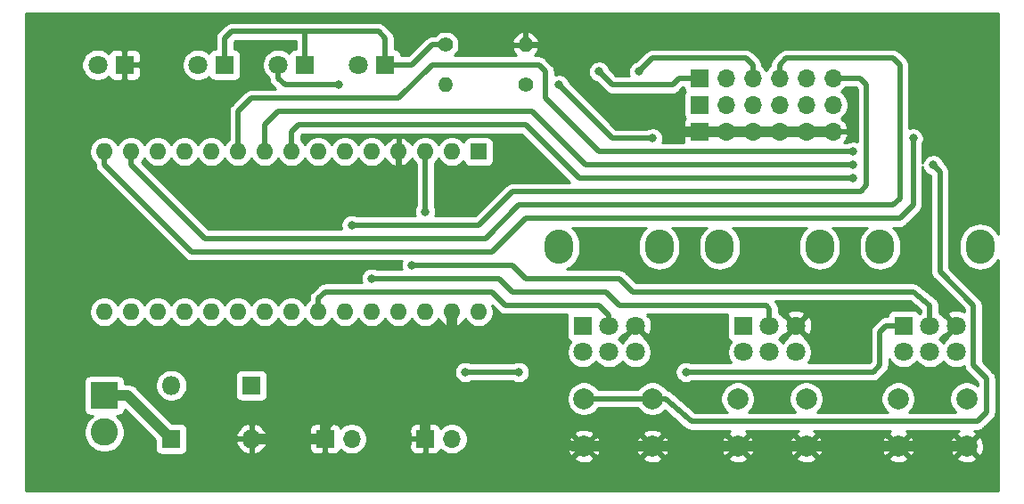
<source format=gbr>
%TF.GenerationSoftware,KiCad,Pcbnew,(5.1.9)-1*%
%TF.CreationDate,2021-09-21T00:59:16-04:00*%
%TF.ProjectId,Servo-Simple-Tester-ver-0.1,53657276-6f2d-4536-996d-706c652d5465,rev?*%
%TF.SameCoordinates,Original*%
%TF.FileFunction,Copper,L1,Top*%
%TF.FilePolarity,Positive*%
%FSLAX46Y46*%
G04 Gerber Fmt 4.6, Leading zero omitted, Abs format (unit mm)*
G04 Created by KiCad (PCBNEW (5.1.9)-1) date 2021-09-21 00:59:16*
%MOMM*%
%LPD*%
G01*
G04 APERTURE LIST*
%TA.AperFunction,ComponentPad*%
%ADD10R,1.700000X1.700000*%
%TD*%
%TA.AperFunction,ComponentPad*%
%ADD11O,1.700000X1.700000*%
%TD*%
%TA.AperFunction,ComponentPad*%
%ADD12C,1.800000*%
%TD*%
%TA.AperFunction,ComponentPad*%
%ADD13R,1.800000X1.800000*%
%TD*%
%TA.AperFunction,ComponentPad*%
%ADD14C,2.000000*%
%TD*%
%TA.AperFunction,ComponentPad*%
%ADD15O,2.720000X3.240000*%
%TD*%
%TA.AperFunction,ComponentPad*%
%ADD16O,1.400000X1.400000*%
%TD*%
%TA.AperFunction,ComponentPad*%
%ADD17C,1.400000*%
%TD*%
%TA.AperFunction,ComponentPad*%
%ADD18C,2.600000*%
%TD*%
%TA.AperFunction,ComponentPad*%
%ADD19R,2.600000X2.600000*%
%TD*%
%TA.AperFunction,ComponentPad*%
%ADD20O,1.800000X1.800000*%
%TD*%
%TA.AperFunction,ComponentPad*%
%ADD21O,1.600000X1.600000*%
%TD*%
%TA.AperFunction,ComponentPad*%
%ADD22R,1.600000X1.600000*%
%TD*%
%TA.AperFunction,ViaPad*%
%ADD23C,0.800000*%
%TD*%
%TA.AperFunction,ViaPad*%
%ADD24C,1.200000*%
%TD*%
%TA.AperFunction,Conductor*%
%ADD25C,1.000000*%
%TD*%
%TA.AperFunction,Conductor*%
%ADD26C,0.250000*%
%TD*%
%TA.AperFunction,Conductor*%
%ADD27C,0.500000*%
%TD*%
%TA.AperFunction,Conductor*%
%ADD28C,0.254000*%
%TD*%
%TA.AperFunction,Conductor*%
%ADD29C,0.100000*%
%TD*%
G04 APERTURE END LIST*
D10*
%TO.P,J5,1*%
%TO.N,D8*%
X144780000Y-90170000D03*
D11*
%TO.P,J5,5*%
%TO.N,D12*%
X154940000Y-90170000D03*
%TO.P,J5,2*%
%TO.N,D9*%
X147320000Y-90170000D03*
%TO.P,J5,3*%
%TO.N,D10*%
X149860000Y-90170000D03*
%TO.P,J5,6*%
%TO.N,D13*%
X157480000Y-90170000D03*
%TO.P,J5,4*%
%TO.N,D11*%
X152400000Y-90170000D03*
%TD*%
D10*
%TO.P,J4,1*%
%TO.N,VIN*%
X144780000Y-92710000D03*
D11*
%TO.P,J4,5*%
X154940000Y-92710000D03*
%TO.P,J4,2*%
X147320000Y-92710000D03*
%TO.P,J4,3*%
X149860000Y-92710000D03*
%TO.P,J4,6*%
X157480000Y-92710000D03*
%TO.P,J4,4*%
X152400000Y-92710000D03*
%TD*%
D10*
%TO.P,J3,1*%
%TO.N,GND*%
X144780000Y-95250000D03*
D11*
%TO.P,J3,5*%
X154940000Y-95250000D03*
%TO.P,J3,2*%
X147320000Y-95250000D03*
%TO.P,J3,3*%
X149860000Y-95250000D03*
%TO.P,J3,6*%
X157480000Y-95250000D03*
%TO.P,J3,4*%
X152400000Y-95250000D03*
%TD*%
D12*
%TO.P,D1,2*%
%TO.N,Net-(D1-Pad2)*%
X87630000Y-88900000D03*
D13*
%TO.P,D1,1*%
%TO.N,GND*%
X90170000Y-88900000D03*
%TD*%
D11*
%TO.P,J2,2*%
%TO.N,VIN*%
X111760000Y-124460000D03*
D10*
%TO.P,J2,1*%
%TO.N,GND*%
X109220000Y-124460000D03*
%TD*%
D11*
%TO.P,J1,2*%
%TO.N,+5V*%
X121285000Y-124460000D03*
D10*
%TO.P,J1,1*%
%TO.N,GND*%
X118745000Y-124460000D03*
%TD*%
D14*
%TO.P,SW3,1*%
%TO.N,D7*%
X154940000Y-120650000D03*
%TO.P,SW3,2*%
%TO.N,GND*%
X154940000Y-125150000D03*
%TO.P,SW3,1*%
%TO.N,D7*%
X148440000Y-120650000D03*
%TO.P,SW3,2*%
%TO.N,GND*%
X148440000Y-125150000D03*
%TD*%
%TO.P,SW2,1*%
%TO.N,D6*%
X140335000Y-120650000D03*
%TO.P,SW2,2*%
%TO.N,GND*%
X140335000Y-125150000D03*
%TO.P,SW2,1*%
%TO.N,D6*%
X133835000Y-120650000D03*
%TO.P,SW2,2*%
%TO.N,GND*%
X133835000Y-125150000D03*
%TD*%
%TO.P,SW1,1*%
%TO.N,D5*%
X170180000Y-120650000D03*
%TO.P,SW1,2*%
%TO.N,GND*%
X170180000Y-125150000D03*
%TO.P,SW1,1*%
%TO.N,D5*%
X163680000Y-120650000D03*
%TO.P,SW1,2*%
%TO.N,GND*%
X163680000Y-125150000D03*
%TD*%
D12*
%TO.P,RV3,4*%
%TO.N,N/C*%
X164200000Y-116205000D03*
%TO.P,RV3,5*%
X166700000Y-116205000D03*
%TO.P,RV3,6*%
X169200000Y-116205000D03*
D15*
%TO.P,RV3,*%
%TO.N,*%
X161950000Y-106205000D03*
X171450000Y-106205000D03*
D12*
%TO.P,RV3,3*%
%TO.N,GND*%
X169200000Y-113705000D03*
%TO.P,RV3,2*%
%TO.N,A7*%
X166700000Y-113705000D03*
D13*
%TO.P,RV3,1*%
%TO.N,+5V*%
X164200000Y-113705000D03*
%TD*%
D12*
%TO.P,RV2,4*%
%TO.N,N/C*%
X148960000Y-116205000D03*
%TO.P,RV2,5*%
X151460000Y-116205000D03*
%TO.P,RV2,6*%
X153960000Y-116205000D03*
D15*
%TO.P,RV2,*%
%TO.N,*%
X146710000Y-106205000D03*
X156210000Y-106205000D03*
D12*
%TO.P,RV2,3*%
%TO.N,GND*%
X153960000Y-113705000D03*
%TO.P,RV2,2*%
%TO.N,A6*%
X151460000Y-113705000D03*
D13*
%TO.P,RV2,1*%
%TO.N,+5V*%
X148960000Y-113705000D03*
%TD*%
D12*
%TO.P,RV1,4*%
%TO.N,N/C*%
X133720000Y-116205000D03*
%TO.P,RV1,5*%
X136220000Y-116205000D03*
%TO.P,RV1,6*%
X138720000Y-116205000D03*
D15*
%TO.P,RV1,*%
%TO.N,*%
X131470000Y-106205000D03*
X140970000Y-106205000D03*
D12*
%TO.P,RV1,3*%
%TO.N,GND*%
X138720000Y-113705000D03*
%TO.P,RV1,2*%
%TO.N,A5*%
X136220000Y-113705000D03*
D13*
%TO.P,RV1,1*%
%TO.N,+5V*%
X133720000Y-113705000D03*
%TD*%
D16*
%TO.P,R2,2*%
%TO.N,GND*%
X128270000Y-86995000D03*
D17*
%TO.P,R2,1*%
%TO.N,Net-(D2-Pad1)*%
X120650000Y-86995000D03*
%TD*%
D16*
%TO.P,R1,2*%
%TO.N,Net-(D1-Pad2)*%
X120650000Y-90805000D03*
D17*
%TO.P,R1,1*%
%TO.N,+5V*%
X128270000Y-90805000D03*
%TD*%
D18*
%TO.P,J6,2*%
%TO.N,Net-(D6-Pad2)*%
X88265000Y-123825000D03*
D19*
%TO.P,J6,1*%
%TO.N,Net-(D5-Pad1)*%
X88265000Y-120325000D03*
%TD*%
D20*
%TO.P,D6,2*%
%TO.N,Net-(D6-Pad2)*%
X94615000Y-119380000D03*
D13*
%TO.P,D6,1*%
%TO.N,VIN*%
X102235000Y-119380000D03*
%TD*%
D20*
%TO.P,D5,2*%
%TO.N,GND*%
X102235000Y-124460000D03*
D13*
%TO.P,D5,1*%
%TO.N,Net-(D5-Pad1)*%
X94615000Y-124460000D03*
%TD*%
D12*
%TO.P,D4,2*%
%TO.N,D4*%
X112395000Y-88900000D03*
D13*
%TO.P,D4,1*%
%TO.N,Net-(D2-Pad1)*%
X114935000Y-88900000D03*
%TD*%
D12*
%TO.P,D3,2*%
%TO.N,D3*%
X104775000Y-88900000D03*
D13*
%TO.P,D3,1*%
%TO.N,Net-(D2-Pad1)*%
X107315000Y-88900000D03*
%TD*%
D12*
%TO.P,D2,2*%
%TO.N,D2*%
X97155000Y-88900000D03*
D13*
%TO.P,D2,1*%
%TO.N,Net-(D2-Pad1)*%
X99695000Y-88900000D03*
%TD*%
D21*
%TO.P,A1,16*%
%TO.N,D13*%
X88265000Y-112395000D03*
%TO.P,A1,15*%
%TO.N,D12*%
X88265000Y-97155000D03*
%TO.P,A1,30*%
%TO.N,VIN*%
X123825000Y-112395000D03*
%TO.P,A1,14*%
%TO.N,D11*%
X90805000Y-97155000D03*
%TO.P,A1,29*%
%TO.N,GND*%
X121285000Y-112395000D03*
%TO.P,A1,13*%
%TO.N,D10*%
X93345000Y-97155000D03*
%TO.P,A1,28*%
%TO.N,RESET*%
X118745000Y-112395000D03*
%TO.P,A1,12*%
%TO.N,D9*%
X95885000Y-97155000D03*
%TO.P,A1,27*%
%TO.N,+5V*%
X116205000Y-112395000D03*
%TO.P,A1,11*%
%TO.N,D8*%
X98425000Y-97155000D03*
%TO.P,A1,26*%
%TO.N,A7*%
X113665000Y-112395000D03*
%TO.P,A1,10*%
%TO.N,D7*%
X100965000Y-97155000D03*
%TO.P,A1,25*%
%TO.N,A6*%
X111125000Y-112395000D03*
%TO.P,A1,9*%
%TO.N,D6*%
X103505000Y-97155000D03*
%TO.P,A1,24*%
%TO.N,A5*%
X108585000Y-112395000D03*
%TO.P,A1,8*%
%TO.N,D5*%
X106045000Y-97155000D03*
%TO.P,A1,23*%
%TO.N,A4*%
X106045000Y-112395000D03*
%TO.P,A1,7*%
%TO.N,D4*%
X108585000Y-97155000D03*
%TO.P,A1,22*%
%TO.N,A3*%
X103505000Y-112395000D03*
%TO.P,A1,6*%
%TO.N,D3*%
X111125000Y-97155000D03*
%TO.P,A1,21*%
%TO.N,A2*%
X100965000Y-112395000D03*
%TO.P,A1,5*%
%TO.N,D2*%
X113665000Y-97155000D03*
%TO.P,A1,20*%
%TO.N,A1*%
X98425000Y-112395000D03*
%TO.P,A1,4*%
%TO.N,GND*%
X116205000Y-97155000D03*
%TO.P,A1,19*%
%TO.N,A0*%
X95885000Y-112395000D03*
%TO.P,A1,3*%
%TO.N,RESET*%
X118745000Y-97155000D03*
%TO.P,A1,18*%
%TO.N,REF*%
X93345000Y-112395000D03*
%TO.P,A1,2*%
%TO.N,RX*%
X121285000Y-97155000D03*
%TO.P,A1,17*%
%TO.N,3.3V*%
X90805000Y-112395000D03*
D22*
%TO.P,A1,1*%
%TO.N,TX*%
X123825000Y-97155000D03*
%TD*%
D23*
%TO.N,GND*%
X116205000Y-102870000D03*
X104775000Y-110490000D03*
D24*
X127635000Y-113665000D03*
X142240000Y-95250000D03*
D23*
%TO.N,D3*%
X110490000Y-90805000D03*
%TO.N,RESET*%
X118745000Y-102870000D03*
%TO.N,D5*%
X159385000Y-99695000D03*
%TO.N,D6*%
X159385000Y-98425000D03*
X167005000Y-98425000D03*
%TO.N,D7*%
X159385000Y-97155000D03*
%TO.N,D8*%
X135255000Y-89535000D03*
%TO.N,D10*%
X139065000Y-89535000D03*
%TO.N,D12*%
X165100000Y-95885000D03*
%TO.N,+5V*%
X143510000Y-118110000D03*
X131445000Y-90805000D03*
X122555000Y-118110000D03*
X127635000Y-118110000D03*
X140335000Y-95885000D03*
%TO.N,A7*%
X117475000Y-107950000D03*
%TO.N,A6*%
X113665000Y-109220000D03*
%TO.N,D13*%
X111760000Y-104140000D03*
%TD*%
D25*
%TO.N,GND*%
X102235000Y-124460000D02*
X109220000Y-124460000D01*
X157480000Y-95250000D02*
X154940000Y-95250000D01*
X154940000Y-95250000D02*
X152400000Y-95250000D01*
X152400000Y-95250000D02*
X149860000Y-95250000D01*
X149860000Y-95250000D02*
X147320000Y-95250000D01*
X147320000Y-95250000D02*
X144780000Y-95250000D01*
X118745000Y-121920000D02*
X118745000Y-123190000D01*
X118745000Y-123190000D02*
X118745000Y-124460000D01*
X170180000Y-125150000D02*
X163680000Y-125150000D01*
X163680000Y-125150000D02*
X154940000Y-125150000D01*
X154940000Y-125150000D02*
X148440000Y-125150000D01*
X140335000Y-125150000D02*
X133835000Y-125150000D01*
D26*
X144145000Y-125095000D02*
X144090000Y-125150000D01*
D25*
X144090000Y-125150000D02*
X140335000Y-125150000D01*
X148440000Y-125150000D02*
X144090000Y-125150000D01*
X118745000Y-121920000D02*
X120015000Y-121920000D01*
X131445000Y-125095000D02*
X133835000Y-125150000D01*
X128905000Y-121920000D02*
X131445000Y-125095000D01*
X120015000Y-121920000D02*
X128905000Y-121920000D01*
D26*
X116205000Y-102870000D02*
X116205000Y-102870000D01*
D27*
X116205000Y-97155000D02*
X116205000Y-102870000D01*
X82550000Y-114300000D02*
X82550000Y-110490000D01*
X84455000Y-116205000D02*
X82550000Y-114300000D01*
X111760000Y-116205000D02*
X84455000Y-116205000D01*
X114300000Y-119380000D02*
X111760000Y-116205000D01*
X114300000Y-121920000D02*
X114300000Y-119380000D01*
D25*
X109220000Y-123190000D02*
X109220000Y-124460000D01*
X114935000Y-121920000D02*
X118745000Y-121920000D01*
X110490000Y-121920000D02*
X114935000Y-121920000D01*
X109220000Y-123190000D02*
X110490000Y-121920000D01*
D27*
X88900000Y-95250000D02*
X90170000Y-93980000D01*
X83820000Y-95250000D02*
X88900000Y-95250000D01*
X82550000Y-96520000D02*
X83820000Y-95250000D01*
X82550000Y-110490000D02*
X82550000Y-96520000D01*
X90170000Y-93980000D02*
X90170000Y-88900000D01*
D25*
X121285000Y-112395000D02*
X121285000Y-114935000D01*
D26*
X170235000Y-125095000D02*
X170180000Y-125150000D01*
D25*
X118745000Y-118745000D02*
X118745000Y-121920000D01*
X118745000Y-116840000D02*
X118745000Y-118745000D01*
X121285000Y-114935000D02*
X118745000Y-116840000D01*
D27*
X104775000Y-110490000D02*
X82550000Y-110490000D01*
D25*
X142240000Y-95250000D02*
X142240000Y-95250000D01*
X126365000Y-114935000D02*
X121285000Y-114935000D01*
X127635000Y-113665000D02*
X126365000Y-114935000D01*
X142240000Y-95250000D02*
X144780000Y-95250000D01*
D27*
X130175000Y-86995000D02*
X128270000Y-86995000D01*
X140335000Y-93345000D02*
X136525000Y-93345000D01*
X136525000Y-93345000D02*
X130175000Y-86995000D01*
X142240000Y-95250000D02*
X140335000Y-93345000D01*
%TO.N,Net-(D2-Pad1)*%
X119380000Y-86995000D02*
X120650000Y-86995000D01*
X117475000Y-88900000D02*
X119380000Y-86995000D01*
X114935000Y-88900000D02*
X117475000Y-88900000D01*
X107315000Y-85725000D02*
X107315000Y-88900000D01*
X99695000Y-86360000D02*
X99695000Y-88900000D01*
X100330000Y-85725000D02*
X99695000Y-86360000D01*
X114300000Y-85725000D02*
X100330000Y-85725000D01*
X114935000Y-86360000D02*
X114300000Y-85725000D01*
X114935000Y-88900000D02*
X114935000Y-86360000D01*
%TO.N,D3*%
X105410000Y-90805000D02*
X104775000Y-90170000D01*
X110490000Y-90805000D02*
X105410000Y-90805000D01*
X104775000Y-90170000D02*
X104775000Y-88900000D01*
D25*
%TO.N,Net-(D5-Pad1)*%
X90480000Y-120325000D02*
X94615000Y-124460000D01*
X88265000Y-120325000D02*
X90480000Y-120325000D01*
D27*
%TO.N,RESET*%
X118745000Y-97155000D02*
X118745000Y-102870000D01*
X118745000Y-102870000D02*
X118745000Y-102870000D01*
%TO.N,D5*%
X159385000Y-99695000D02*
X159385000Y-99695000D01*
X106045000Y-95250000D02*
X106045000Y-97155000D01*
X106680000Y-94615000D02*
X106045000Y-95250000D01*
X128270000Y-94615000D02*
X106680000Y-94615000D01*
X133350000Y-99695000D02*
X128270000Y-94615000D01*
X159385000Y-99695000D02*
X133350000Y-99695000D01*
%TO.N,D6*%
X140335000Y-120650000D02*
X133835000Y-120650000D01*
X167005000Y-98425000D02*
X167005000Y-98425000D01*
X159385000Y-98425000D02*
X133985000Y-98425000D01*
X133985000Y-98425000D02*
X128905000Y-93345000D01*
X128905000Y-93345000D02*
X104775000Y-93345000D01*
X104775000Y-93345000D02*
X103505000Y-94615000D01*
X103505000Y-94615000D02*
X103505000Y-97155000D01*
X141605000Y-120650000D02*
X140335000Y-120650000D01*
X144018000Y-122809000D02*
X141605000Y-120650000D01*
X172085000Y-121926990D02*
X171199495Y-122812495D01*
X172085000Y-118745000D02*
X172085000Y-121926990D01*
X170815000Y-117475000D02*
X172085000Y-118745000D01*
X170815000Y-111760000D02*
X170815000Y-117475000D01*
X167640000Y-99060000D02*
X167640000Y-108585000D01*
X167640000Y-108585000D02*
X170815000Y-111760000D01*
X171199495Y-122812495D02*
X144018000Y-122809000D01*
X167005000Y-98425000D02*
X167640000Y-99060000D01*
%TO.N,D7*%
X159385000Y-97155000D02*
X135255000Y-97155000D01*
X116205000Y-92075000D02*
X102235000Y-92075000D01*
X135255000Y-97155000D02*
X130175000Y-92075000D01*
X102235000Y-92075000D02*
X100965000Y-93345000D01*
X130175000Y-92075000D02*
X130175000Y-89535000D01*
X130175000Y-89535000D02*
X129540000Y-88900000D01*
X119380000Y-88900000D02*
X116205000Y-92075000D01*
X100965000Y-93345000D02*
X100965000Y-97155000D01*
X129540000Y-88900000D02*
X119380000Y-88900000D01*
%TO.N,D8*%
X142240000Y-90805000D02*
X142875000Y-90170000D01*
X136525000Y-90805000D02*
X142240000Y-90805000D01*
X142875000Y-90170000D02*
X144780000Y-90170000D01*
X135255000Y-89535000D02*
X136525000Y-90805000D01*
%TO.N,D10*%
X139065000Y-89535000D02*
X139065000Y-89535000D01*
X149860000Y-88900000D02*
X149860000Y-90805000D01*
X149225000Y-88265000D02*
X149860000Y-88900000D01*
X140335000Y-88265000D02*
X149225000Y-88265000D01*
X139065000Y-89535000D02*
X140335000Y-88265000D01*
%TO.N,D11*%
X124460000Y-105410000D02*
X97790000Y-105410000D01*
X127635000Y-102235000D02*
X124460000Y-105410000D01*
X163830000Y-101600000D02*
X163195000Y-102235000D01*
X163195000Y-102235000D02*
X127635000Y-102235000D01*
X163195000Y-88265000D02*
X163830000Y-88900000D01*
X90805000Y-98425000D02*
X90805000Y-97155000D01*
X153035000Y-88265000D02*
X163195000Y-88265000D01*
X97790000Y-105410000D02*
X90805000Y-98425000D01*
X152400000Y-88900000D02*
X153035000Y-88265000D01*
X163830000Y-88900000D02*
X163830000Y-101600000D01*
X152400000Y-90805000D02*
X152400000Y-88900000D01*
%TO.N,D12*%
X165100000Y-95885000D02*
X165100000Y-95885000D01*
X125095000Y-106680000D02*
X96520000Y-106680000D01*
X163830000Y-103505000D02*
X128270000Y-103505000D01*
X96520000Y-106680000D02*
X88265000Y-98425000D01*
X165100000Y-102235000D02*
X163830000Y-103505000D01*
X128270000Y-103505000D02*
X125095000Y-106680000D01*
X165100000Y-95885000D02*
X165100000Y-102235000D01*
X88265000Y-98425000D02*
X88265000Y-97155000D01*
%TO.N,+5V*%
X127635000Y-118110000D02*
X127635000Y-118110000D01*
X162520000Y-113705000D02*
X164200000Y-113705000D01*
X161925000Y-114300000D02*
X162520000Y-113705000D01*
X161925000Y-117475000D02*
X161925000Y-114300000D01*
X143510000Y-118110000D02*
X161290000Y-118110000D01*
X161290000Y-118110000D02*
X161925000Y-117475000D01*
X131445000Y-90805000D02*
X131445000Y-90805000D01*
X122555000Y-118110000D02*
X127635000Y-118110000D01*
X136525000Y-95885000D02*
X131445000Y-90805000D01*
X140335000Y-95885000D02*
X136525000Y-95885000D01*
%TO.N,A7*%
X166700000Y-111760000D02*
X166700000Y-113705000D01*
X165100000Y-110490000D02*
X166700000Y-111760000D01*
X138430000Y-110490000D02*
X165100000Y-110490000D01*
X137160000Y-109220000D02*
X138430000Y-110490000D01*
X128270000Y-109220000D02*
X137160000Y-109220000D01*
X127000000Y-107950000D02*
X128270000Y-109220000D01*
X117475000Y-107950000D02*
X127000000Y-107950000D01*
%TO.N,A6*%
X137160000Y-111760000D02*
X151130000Y-111760000D01*
X135890000Y-110490000D02*
X137160000Y-111760000D01*
X127000000Y-110490000D02*
X135890000Y-110490000D01*
X125730000Y-109220000D02*
X127000000Y-110490000D01*
X113665000Y-109220000D02*
X125730000Y-109220000D01*
X151460000Y-112090000D02*
X151130000Y-111760000D01*
X151460000Y-113705000D02*
X151460000Y-112090000D01*
%TO.N,A5*%
X136220000Y-112725000D02*
X136220000Y-113705000D01*
X135255000Y-111760000D02*
X136220000Y-112725000D01*
X126365000Y-111760000D02*
X135255000Y-111760000D01*
X125095000Y-110490000D02*
X126365000Y-111760000D01*
X109220000Y-110490000D02*
X125095000Y-110490000D01*
X108585000Y-111125000D02*
X109220000Y-110490000D01*
X108585000Y-112395000D02*
X108585000Y-111125000D01*
%TO.N,D13*%
X111760000Y-104140000D02*
X111760000Y-104140000D01*
X160020000Y-90170000D02*
X157480000Y-90170000D01*
X160655000Y-90805000D02*
X160020000Y-90170000D01*
X160655000Y-100330000D02*
X160655000Y-90805000D01*
X160147000Y-100965000D02*
X160655000Y-100330000D01*
X127000000Y-100965000D02*
X160147000Y-100965000D01*
X123825000Y-104140000D02*
X127000000Y-100965000D01*
X111760000Y-104140000D02*
X123825000Y-104140000D01*
%TD*%
D28*
%TO.N,GND*%
X173203001Y-104992532D02*
X173116807Y-104831275D01*
X172867503Y-104527497D01*
X172563725Y-104278193D01*
X172217147Y-104092943D01*
X171841088Y-103978867D01*
X171450000Y-103940348D01*
X171058913Y-103978867D01*
X170682854Y-104092943D01*
X170336276Y-104278193D01*
X170032498Y-104527497D01*
X169783193Y-104831275D01*
X169597943Y-105177853D01*
X169483867Y-105553912D01*
X169455000Y-105847002D01*
X169455000Y-106562997D01*
X169483867Y-106856087D01*
X169597943Y-107232146D01*
X169783193Y-107578725D01*
X170032497Y-107882503D01*
X170336275Y-108131807D01*
X170682853Y-108317057D01*
X171058912Y-108431133D01*
X171450000Y-108469652D01*
X171841087Y-108431133D01*
X172217146Y-108317057D01*
X172563725Y-108131807D01*
X172867503Y-107882503D01*
X173116807Y-107578725D01*
X173203000Y-107417469D01*
X173203000Y-129388000D01*
X80797000Y-129388000D01*
X80797000Y-126285413D01*
X132879192Y-126285413D01*
X132974956Y-126549814D01*
X133264571Y-126690704D01*
X133576108Y-126772384D01*
X133897595Y-126791718D01*
X134216675Y-126747961D01*
X134521088Y-126642795D01*
X134695044Y-126549814D01*
X134790808Y-126285413D01*
X139379192Y-126285413D01*
X139474956Y-126549814D01*
X139764571Y-126690704D01*
X140076108Y-126772384D01*
X140397595Y-126791718D01*
X140716675Y-126747961D01*
X141021088Y-126642795D01*
X141195044Y-126549814D01*
X141290808Y-126285413D01*
X147484192Y-126285413D01*
X147579956Y-126549814D01*
X147869571Y-126690704D01*
X148181108Y-126772384D01*
X148502595Y-126791718D01*
X148821675Y-126747961D01*
X149126088Y-126642795D01*
X149300044Y-126549814D01*
X149395808Y-126285413D01*
X153984192Y-126285413D01*
X154079956Y-126549814D01*
X154369571Y-126690704D01*
X154681108Y-126772384D01*
X155002595Y-126791718D01*
X155321675Y-126747961D01*
X155626088Y-126642795D01*
X155800044Y-126549814D01*
X155895808Y-126285413D01*
X162724192Y-126285413D01*
X162819956Y-126549814D01*
X163109571Y-126690704D01*
X163421108Y-126772384D01*
X163742595Y-126791718D01*
X164061675Y-126747961D01*
X164366088Y-126642795D01*
X164540044Y-126549814D01*
X164635808Y-126285413D01*
X169224192Y-126285413D01*
X169319956Y-126549814D01*
X169609571Y-126690704D01*
X169921108Y-126772384D01*
X170242595Y-126791718D01*
X170561675Y-126747961D01*
X170866088Y-126642795D01*
X171040044Y-126549814D01*
X171135808Y-126285413D01*
X170180000Y-125329605D01*
X169224192Y-126285413D01*
X164635808Y-126285413D01*
X163680000Y-125329605D01*
X162724192Y-126285413D01*
X155895808Y-126285413D01*
X154940000Y-125329605D01*
X153984192Y-126285413D01*
X149395808Y-126285413D01*
X148440000Y-125329605D01*
X147484192Y-126285413D01*
X141290808Y-126285413D01*
X140335000Y-125329605D01*
X139379192Y-126285413D01*
X134790808Y-126285413D01*
X133835000Y-125329605D01*
X132879192Y-126285413D01*
X80797000Y-126285413D01*
X80797000Y-119025000D01*
X86326928Y-119025000D01*
X86326928Y-121625000D01*
X86339188Y-121749482D01*
X86375498Y-121869180D01*
X86434463Y-121979494D01*
X86513815Y-122076185D01*
X86610506Y-122155537D01*
X86720820Y-122214502D01*
X86840518Y-122250812D01*
X86965000Y-122263072D01*
X87119682Y-122263072D01*
X87031509Y-122321987D01*
X86761987Y-122591509D01*
X86550225Y-122908434D01*
X86404361Y-123260581D01*
X86330000Y-123634419D01*
X86330000Y-124015581D01*
X86404361Y-124389419D01*
X86550225Y-124741566D01*
X86761987Y-125058491D01*
X87031509Y-125328013D01*
X87348434Y-125539775D01*
X87700581Y-125685639D01*
X88074419Y-125760000D01*
X88455581Y-125760000D01*
X88829419Y-125685639D01*
X89181566Y-125539775D01*
X89498491Y-125328013D01*
X89768013Y-125058491D01*
X89979775Y-124741566D01*
X90125639Y-124389419D01*
X90200000Y-124015581D01*
X90200000Y-123634419D01*
X90125639Y-123260581D01*
X89979775Y-122908434D01*
X89768013Y-122591509D01*
X89498491Y-122321987D01*
X89410318Y-122263072D01*
X89565000Y-122263072D01*
X89689482Y-122250812D01*
X89809180Y-122214502D01*
X89919494Y-122155537D01*
X90016185Y-122076185D01*
X90095537Y-121979494D01*
X90154502Y-121869180D01*
X90190812Y-121749482D01*
X90200543Y-121650674D01*
X93076928Y-124527060D01*
X93076928Y-125360000D01*
X93089188Y-125484482D01*
X93125498Y-125604180D01*
X93184463Y-125714494D01*
X93263815Y-125811185D01*
X93360506Y-125890537D01*
X93470820Y-125949502D01*
X93590518Y-125985812D01*
X93715000Y-125998072D01*
X95515000Y-125998072D01*
X95639482Y-125985812D01*
X95759180Y-125949502D01*
X95869494Y-125890537D01*
X95966185Y-125811185D01*
X96045537Y-125714494D01*
X96104502Y-125604180D01*
X96140812Y-125484482D01*
X96153072Y-125360000D01*
X96153072Y-124824740D01*
X100743964Y-124824740D01*
X100792606Y-124985107D01*
X100922764Y-125256414D01*
X101103351Y-125497116D01*
X101327427Y-125697962D01*
X101586380Y-125851234D01*
X101870259Y-125951041D01*
X102108000Y-125830992D01*
X102108000Y-124587000D01*
X102362000Y-124587000D01*
X102362000Y-125830992D01*
X102599741Y-125951041D01*
X102883620Y-125851234D01*
X103142573Y-125697962D01*
X103366649Y-125497116D01*
X103507033Y-125310000D01*
X107731928Y-125310000D01*
X107744188Y-125434482D01*
X107780498Y-125554180D01*
X107839463Y-125664494D01*
X107918815Y-125761185D01*
X108015506Y-125840537D01*
X108125820Y-125899502D01*
X108245518Y-125935812D01*
X108370000Y-125948072D01*
X108934250Y-125945000D01*
X109093000Y-125786250D01*
X109093000Y-124587000D01*
X107893750Y-124587000D01*
X107735000Y-124745750D01*
X107731928Y-125310000D01*
X103507033Y-125310000D01*
X103547236Y-125256414D01*
X103677394Y-124985107D01*
X103726036Y-124824740D01*
X103605378Y-124587000D01*
X102362000Y-124587000D01*
X102108000Y-124587000D01*
X100864622Y-124587000D01*
X100743964Y-124824740D01*
X96153072Y-124824740D01*
X96153072Y-124095260D01*
X100743964Y-124095260D01*
X100864622Y-124333000D01*
X102108000Y-124333000D01*
X102108000Y-123089008D01*
X102362000Y-123089008D01*
X102362000Y-124333000D01*
X103605378Y-124333000D01*
X103726036Y-124095260D01*
X103677394Y-123934893D01*
X103547236Y-123663586D01*
X103507034Y-123610000D01*
X107731928Y-123610000D01*
X107735000Y-124174250D01*
X107893750Y-124333000D01*
X109093000Y-124333000D01*
X109093000Y-123133750D01*
X109347000Y-123133750D01*
X109347000Y-124333000D01*
X109367000Y-124333000D01*
X109367000Y-124587000D01*
X109347000Y-124587000D01*
X109347000Y-125786250D01*
X109505750Y-125945000D01*
X110070000Y-125948072D01*
X110194482Y-125935812D01*
X110314180Y-125899502D01*
X110424494Y-125840537D01*
X110521185Y-125761185D01*
X110600537Y-125664494D01*
X110659502Y-125554180D01*
X110681513Y-125481620D01*
X110813368Y-125613475D01*
X111056589Y-125775990D01*
X111326842Y-125887932D01*
X111613740Y-125945000D01*
X111906260Y-125945000D01*
X112193158Y-125887932D01*
X112463411Y-125775990D01*
X112706632Y-125613475D01*
X112913475Y-125406632D01*
X112978042Y-125310000D01*
X117256928Y-125310000D01*
X117269188Y-125434482D01*
X117305498Y-125554180D01*
X117364463Y-125664494D01*
X117443815Y-125761185D01*
X117540506Y-125840537D01*
X117650820Y-125899502D01*
X117770518Y-125935812D01*
X117895000Y-125948072D01*
X118459250Y-125945000D01*
X118618000Y-125786250D01*
X118618000Y-124587000D01*
X117418750Y-124587000D01*
X117260000Y-124745750D01*
X117256928Y-125310000D01*
X112978042Y-125310000D01*
X113075990Y-125163411D01*
X113187932Y-124893158D01*
X113245000Y-124606260D01*
X113245000Y-124313740D01*
X113187932Y-124026842D01*
X113075990Y-123756589D01*
X112978043Y-123610000D01*
X117256928Y-123610000D01*
X117260000Y-124174250D01*
X117418750Y-124333000D01*
X118618000Y-124333000D01*
X118618000Y-123133750D01*
X118872000Y-123133750D01*
X118872000Y-124333000D01*
X118892000Y-124333000D01*
X118892000Y-124587000D01*
X118872000Y-124587000D01*
X118872000Y-125786250D01*
X119030750Y-125945000D01*
X119595000Y-125948072D01*
X119719482Y-125935812D01*
X119839180Y-125899502D01*
X119949494Y-125840537D01*
X120046185Y-125761185D01*
X120125537Y-125664494D01*
X120184502Y-125554180D01*
X120206513Y-125481620D01*
X120338368Y-125613475D01*
X120581589Y-125775990D01*
X120851842Y-125887932D01*
X121138740Y-125945000D01*
X121431260Y-125945000D01*
X121718158Y-125887932D01*
X121988411Y-125775990D01*
X122231632Y-125613475D01*
X122438475Y-125406632D01*
X122568126Y-125212595D01*
X132193282Y-125212595D01*
X132237039Y-125531675D01*
X132342205Y-125836088D01*
X132435186Y-126010044D01*
X132699587Y-126105808D01*
X133655395Y-125150000D01*
X134014605Y-125150000D01*
X134970413Y-126105808D01*
X135234814Y-126010044D01*
X135375704Y-125720429D01*
X135457384Y-125408892D01*
X135469189Y-125212595D01*
X138693282Y-125212595D01*
X138737039Y-125531675D01*
X138842205Y-125836088D01*
X138935186Y-126010044D01*
X139199587Y-126105808D01*
X140155395Y-125150000D01*
X140514605Y-125150000D01*
X141470413Y-126105808D01*
X141734814Y-126010044D01*
X141875704Y-125720429D01*
X141957384Y-125408892D01*
X141969189Y-125212595D01*
X146798282Y-125212595D01*
X146842039Y-125531675D01*
X146947205Y-125836088D01*
X147040186Y-126010044D01*
X147304587Y-126105808D01*
X148260395Y-125150000D01*
X148619605Y-125150000D01*
X149575413Y-126105808D01*
X149839814Y-126010044D01*
X149980704Y-125720429D01*
X150062384Y-125408892D01*
X150074189Y-125212595D01*
X153298282Y-125212595D01*
X153342039Y-125531675D01*
X153447205Y-125836088D01*
X153540186Y-126010044D01*
X153804587Y-126105808D01*
X154760395Y-125150000D01*
X155119605Y-125150000D01*
X156075413Y-126105808D01*
X156339814Y-126010044D01*
X156480704Y-125720429D01*
X156562384Y-125408892D01*
X156574189Y-125212595D01*
X162038282Y-125212595D01*
X162082039Y-125531675D01*
X162187205Y-125836088D01*
X162280186Y-126010044D01*
X162544587Y-126105808D01*
X163500395Y-125150000D01*
X163859605Y-125150000D01*
X164815413Y-126105808D01*
X165079814Y-126010044D01*
X165220704Y-125720429D01*
X165302384Y-125408892D01*
X165314189Y-125212595D01*
X168538282Y-125212595D01*
X168582039Y-125531675D01*
X168687205Y-125836088D01*
X168780186Y-126010044D01*
X169044587Y-126105808D01*
X170000395Y-125150000D01*
X170359605Y-125150000D01*
X171315413Y-126105808D01*
X171579814Y-126010044D01*
X171720704Y-125720429D01*
X171802384Y-125408892D01*
X171821718Y-125087405D01*
X171777961Y-124768325D01*
X171672795Y-124463912D01*
X171579814Y-124289956D01*
X171315413Y-124194192D01*
X170359605Y-125150000D01*
X170000395Y-125150000D01*
X169044587Y-124194192D01*
X168780186Y-124289956D01*
X168639296Y-124579571D01*
X168557616Y-124891108D01*
X168538282Y-125212595D01*
X165314189Y-125212595D01*
X165321718Y-125087405D01*
X165277961Y-124768325D01*
X165172795Y-124463912D01*
X165079814Y-124289956D01*
X164815413Y-124194192D01*
X163859605Y-125150000D01*
X163500395Y-125150000D01*
X162544587Y-124194192D01*
X162280186Y-124289956D01*
X162139296Y-124579571D01*
X162057616Y-124891108D01*
X162038282Y-125212595D01*
X156574189Y-125212595D01*
X156581718Y-125087405D01*
X156537961Y-124768325D01*
X156432795Y-124463912D01*
X156339814Y-124289956D01*
X156075413Y-124194192D01*
X155119605Y-125150000D01*
X154760395Y-125150000D01*
X153804587Y-124194192D01*
X153540186Y-124289956D01*
X153399296Y-124579571D01*
X153317616Y-124891108D01*
X153298282Y-125212595D01*
X150074189Y-125212595D01*
X150081718Y-125087405D01*
X150037961Y-124768325D01*
X149932795Y-124463912D01*
X149839814Y-124289956D01*
X149575413Y-124194192D01*
X148619605Y-125150000D01*
X148260395Y-125150000D01*
X147304587Y-124194192D01*
X147040186Y-124289956D01*
X146899296Y-124579571D01*
X146817616Y-124891108D01*
X146798282Y-125212595D01*
X141969189Y-125212595D01*
X141976718Y-125087405D01*
X141932961Y-124768325D01*
X141827795Y-124463912D01*
X141734814Y-124289956D01*
X141470413Y-124194192D01*
X140514605Y-125150000D01*
X140155395Y-125150000D01*
X139199587Y-124194192D01*
X138935186Y-124289956D01*
X138794296Y-124579571D01*
X138712616Y-124891108D01*
X138693282Y-125212595D01*
X135469189Y-125212595D01*
X135476718Y-125087405D01*
X135432961Y-124768325D01*
X135327795Y-124463912D01*
X135234814Y-124289956D01*
X134970413Y-124194192D01*
X134014605Y-125150000D01*
X133655395Y-125150000D01*
X132699587Y-124194192D01*
X132435186Y-124289956D01*
X132294296Y-124579571D01*
X132212616Y-124891108D01*
X132193282Y-125212595D01*
X122568126Y-125212595D01*
X122600990Y-125163411D01*
X122712932Y-124893158D01*
X122770000Y-124606260D01*
X122770000Y-124313740D01*
X122712932Y-124026842D01*
X122707856Y-124014587D01*
X132879192Y-124014587D01*
X133835000Y-124970395D01*
X134790808Y-124014587D01*
X139379192Y-124014587D01*
X140335000Y-124970395D01*
X141290808Y-124014587D01*
X141195044Y-123750186D01*
X140905429Y-123609296D01*
X140593892Y-123527616D01*
X140272405Y-123508282D01*
X139953325Y-123552039D01*
X139648912Y-123657205D01*
X139474956Y-123750186D01*
X139379192Y-124014587D01*
X134790808Y-124014587D01*
X134695044Y-123750186D01*
X134405429Y-123609296D01*
X134093892Y-123527616D01*
X133772405Y-123508282D01*
X133453325Y-123552039D01*
X133148912Y-123657205D01*
X132974956Y-123750186D01*
X132879192Y-124014587D01*
X122707856Y-124014587D01*
X122600990Y-123756589D01*
X122438475Y-123513368D01*
X122231632Y-123306525D01*
X121988411Y-123144010D01*
X121718158Y-123032068D01*
X121431260Y-122975000D01*
X121138740Y-122975000D01*
X120851842Y-123032068D01*
X120581589Y-123144010D01*
X120338368Y-123306525D01*
X120206513Y-123438380D01*
X120184502Y-123365820D01*
X120125537Y-123255506D01*
X120046185Y-123158815D01*
X119949494Y-123079463D01*
X119839180Y-123020498D01*
X119719482Y-122984188D01*
X119595000Y-122971928D01*
X119030750Y-122975000D01*
X118872000Y-123133750D01*
X118618000Y-123133750D01*
X118459250Y-122975000D01*
X117895000Y-122971928D01*
X117770518Y-122984188D01*
X117650820Y-123020498D01*
X117540506Y-123079463D01*
X117443815Y-123158815D01*
X117364463Y-123255506D01*
X117305498Y-123365820D01*
X117269188Y-123485518D01*
X117256928Y-123610000D01*
X112978043Y-123610000D01*
X112913475Y-123513368D01*
X112706632Y-123306525D01*
X112463411Y-123144010D01*
X112193158Y-123032068D01*
X111906260Y-122975000D01*
X111613740Y-122975000D01*
X111326842Y-123032068D01*
X111056589Y-123144010D01*
X110813368Y-123306525D01*
X110681513Y-123438380D01*
X110659502Y-123365820D01*
X110600537Y-123255506D01*
X110521185Y-123158815D01*
X110424494Y-123079463D01*
X110314180Y-123020498D01*
X110194482Y-122984188D01*
X110070000Y-122971928D01*
X109505750Y-122975000D01*
X109347000Y-123133750D01*
X109093000Y-123133750D01*
X108934250Y-122975000D01*
X108370000Y-122971928D01*
X108245518Y-122984188D01*
X108125820Y-123020498D01*
X108015506Y-123079463D01*
X107918815Y-123158815D01*
X107839463Y-123255506D01*
X107780498Y-123365820D01*
X107744188Y-123485518D01*
X107731928Y-123610000D01*
X103507034Y-123610000D01*
X103366649Y-123422884D01*
X103142573Y-123222038D01*
X102883620Y-123068766D01*
X102599741Y-122968959D01*
X102362000Y-123089008D01*
X102108000Y-123089008D01*
X101870259Y-122968959D01*
X101586380Y-123068766D01*
X101327427Y-123222038D01*
X101103351Y-123422884D01*
X100922764Y-123663586D01*
X100792606Y-123934893D01*
X100743964Y-124095260D01*
X96153072Y-124095260D01*
X96153072Y-123560000D01*
X96140812Y-123435518D01*
X96104502Y-123315820D01*
X96045537Y-123205506D01*
X95966185Y-123108815D01*
X95869494Y-123029463D01*
X95759180Y-122970498D01*
X95639482Y-122934188D01*
X95515000Y-122921928D01*
X94682060Y-122921928D01*
X91321996Y-119561865D01*
X91286449Y-119518551D01*
X91113623Y-119376716D01*
X90916447Y-119271324D01*
X90776319Y-119228816D01*
X93080000Y-119228816D01*
X93080000Y-119531184D01*
X93138989Y-119827743D01*
X93254701Y-120107095D01*
X93422688Y-120358505D01*
X93636495Y-120572312D01*
X93887905Y-120740299D01*
X94167257Y-120856011D01*
X94463816Y-120915000D01*
X94766184Y-120915000D01*
X95062743Y-120856011D01*
X95342095Y-120740299D01*
X95593505Y-120572312D01*
X95807312Y-120358505D01*
X95975299Y-120107095D01*
X96091011Y-119827743D01*
X96150000Y-119531184D01*
X96150000Y-119228816D01*
X96091011Y-118932257D01*
X95975299Y-118652905D01*
X95859768Y-118480000D01*
X100696928Y-118480000D01*
X100696928Y-120280000D01*
X100709188Y-120404482D01*
X100745498Y-120524180D01*
X100804463Y-120634494D01*
X100883815Y-120731185D01*
X100980506Y-120810537D01*
X101090820Y-120869502D01*
X101210518Y-120905812D01*
X101335000Y-120918072D01*
X103135000Y-120918072D01*
X103259482Y-120905812D01*
X103379180Y-120869502D01*
X103489494Y-120810537D01*
X103586185Y-120731185D01*
X103665537Y-120634494D01*
X103724502Y-120524180D01*
X103760812Y-120404482D01*
X103773072Y-120280000D01*
X103773072Y-118480000D01*
X103760812Y-118355518D01*
X103724502Y-118235820D01*
X103665537Y-118125506D01*
X103586185Y-118028815D01*
X103560897Y-118008061D01*
X121520000Y-118008061D01*
X121520000Y-118211939D01*
X121559774Y-118411898D01*
X121637795Y-118600256D01*
X121751063Y-118769774D01*
X121895226Y-118913937D01*
X122064744Y-119027205D01*
X122253102Y-119105226D01*
X122453061Y-119145000D01*
X122656939Y-119145000D01*
X122856898Y-119105226D01*
X123045256Y-119027205D01*
X123093454Y-118995000D01*
X127096546Y-118995000D01*
X127144744Y-119027205D01*
X127333102Y-119105226D01*
X127533061Y-119145000D01*
X127736939Y-119145000D01*
X127936898Y-119105226D01*
X128125256Y-119027205D01*
X128294774Y-118913937D01*
X128438937Y-118769774D01*
X128552205Y-118600256D01*
X128630226Y-118411898D01*
X128670000Y-118211939D01*
X128670000Y-118008061D01*
X128630226Y-117808102D01*
X128552205Y-117619744D01*
X128438937Y-117450226D01*
X128294774Y-117306063D01*
X128125256Y-117192795D01*
X127936898Y-117114774D01*
X127736939Y-117075000D01*
X127533061Y-117075000D01*
X127333102Y-117114774D01*
X127144744Y-117192795D01*
X127096546Y-117225000D01*
X123093454Y-117225000D01*
X123045256Y-117192795D01*
X122856898Y-117114774D01*
X122656939Y-117075000D01*
X122453061Y-117075000D01*
X122253102Y-117114774D01*
X122064744Y-117192795D01*
X121895226Y-117306063D01*
X121751063Y-117450226D01*
X121637795Y-117619744D01*
X121559774Y-117808102D01*
X121520000Y-118008061D01*
X103560897Y-118008061D01*
X103489494Y-117949463D01*
X103379180Y-117890498D01*
X103259482Y-117854188D01*
X103135000Y-117841928D01*
X101335000Y-117841928D01*
X101210518Y-117854188D01*
X101090820Y-117890498D01*
X100980506Y-117949463D01*
X100883815Y-118028815D01*
X100804463Y-118125506D01*
X100745498Y-118235820D01*
X100709188Y-118355518D01*
X100696928Y-118480000D01*
X95859768Y-118480000D01*
X95807312Y-118401495D01*
X95593505Y-118187688D01*
X95342095Y-118019701D01*
X95062743Y-117903989D01*
X94766184Y-117845000D01*
X94463816Y-117845000D01*
X94167257Y-117903989D01*
X93887905Y-118019701D01*
X93636495Y-118187688D01*
X93422688Y-118401495D01*
X93254701Y-118652905D01*
X93138989Y-118932257D01*
X93080000Y-119228816D01*
X90776319Y-119228816D01*
X90702499Y-119206423D01*
X90535752Y-119190000D01*
X90535751Y-119190000D01*
X90480000Y-119184509D01*
X90424249Y-119190000D01*
X90203072Y-119190000D01*
X90203072Y-119025000D01*
X90190812Y-118900518D01*
X90154502Y-118780820D01*
X90095537Y-118670506D01*
X90016185Y-118573815D01*
X89919494Y-118494463D01*
X89809180Y-118435498D01*
X89689482Y-118399188D01*
X89565000Y-118386928D01*
X86965000Y-118386928D01*
X86840518Y-118399188D01*
X86720820Y-118435498D01*
X86610506Y-118494463D01*
X86513815Y-118573815D01*
X86434463Y-118670506D01*
X86375498Y-118780820D01*
X86339188Y-118900518D01*
X86326928Y-119025000D01*
X80797000Y-119025000D01*
X80797000Y-97013665D01*
X86830000Y-97013665D01*
X86830000Y-97296335D01*
X86885147Y-97573574D01*
X86993320Y-97834727D01*
X87150363Y-98069759D01*
X87350241Y-98269637D01*
X87380000Y-98289521D01*
X87380000Y-98381530D01*
X87375719Y-98425000D01*
X87380000Y-98468469D01*
X87380000Y-98468476D01*
X87392805Y-98598489D01*
X87443411Y-98765312D01*
X87525589Y-98919058D01*
X87636183Y-99053817D01*
X87669954Y-99081532D01*
X95863470Y-107275049D01*
X95891183Y-107308817D01*
X95924951Y-107336530D01*
X95924953Y-107336532D01*
X95996452Y-107395210D01*
X96025941Y-107419411D01*
X96179687Y-107501589D01*
X96295903Y-107536843D01*
X96346509Y-107552195D01*
X96361306Y-107553652D01*
X96476523Y-107565000D01*
X96476531Y-107565000D01*
X96520000Y-107569281D01*
X96563469Y-107565000D01*
X116514196Y-107565000D01*
X116479774Y-107648102D01*
X116440000Y-107848061D01*
X116440000Y-108051939D01*
X116479774Y-108251898D01*
X116514196Y-108335000D01*
X114203454Y-108335000D01*
X114155256Y-108302795D01*
X113966898Y-108224774D01*
X113766939Y-108185000D01*
X113563061Y-108185000D01*
X113363102Y-108224774D01*
X113174744Y-108302795D01*
X113005226Y-108416063D01*
X112861063Y-108560226D01*
X112747795Y-108729744D01*
X112669774Y-108918102D01*
X112630000Y-109118061D01*
X112630000Y-109321939D01*
X112669774Y-109521898D01*
X112704196Y-109605000D01*
X109263469Y-109605000D01*
X109220000Y-109600719D01*
X109176531Y-109605000D01*
X109176523Y-109605000D01*
X109046510Y-109617805D01*
X108879686Y-109668411D01*
X108725941Y-109750589D01*
X108624953Y-109833468D01*
X108624951Y-109833470D01*
X108591183Y-109861183D01*
X108563470Y-109894951D01*
X107989951Y-110468471D01*
X107956184Y-110496183D01*
X107928471Y-110529951D01*
X107928468Y-110529954D01*
X107845590Y-110630941D01*
X107763412Y-110784687D01*
X107712805Y-110951510D01*
X107695719Y-111125000D01*
X107700001Y-111168478D01*
X107700001Y-111260478D01*
X107670241Y-111280363D01*
X107470363Y-111480241D01*
X107315000Y-111712759D01*
X107159637Y-111480241D01*
X106959759Y-111280363D01*
X106724727Y-111123320D01*
X106463574Y-111015147D01*
X106186335Y-110960000D01*
X105903665Y-110960000D01*
X105626426Y-111015147D01*
X105365273Y-111123320D01*
X105130241Y-111280363D01*
X104930363Y-111480241D01*
X104775000Y-111712759D01*
X104619637Y-111480241D01*
X104419759Y-111280363D01*
X104184727Y-111123320D01*
X103923574Y-111015147D01*
X103646335Y-110960000D01*
X103363665Y-110960000D01*
X103086426Y-111015147D01*
X102825273Y-111123320D01*
X102590241Y-111280363D01*
X102390363Y-111480241D01*
X102235000Y-111712759D01*
X102079637Y-111480241D01*
X101879759Y-111280363D01*
X101644727Y-111123320D01*
X101383574Y-111015147D01*
X101106335Y-110960000D01*
X100823665Y-110960000D01*
X100546426Y-111015147D01*
X100285273Y-111123320D01*
X100050241Y-111280363D01*
X99850363Y-111480241D01*
X99695000Y-111712759D01*
X99539637Y-111480241D01*
X99339759Y-111280363D01*
X99104727Y-111123320D01*
X98843574Y-111015147D01*
X98566335Y-110960000D01*
X98283665Y-110960000D01*
X98006426Y-111015147D01*
X97745273Y-111123320D01*
X97510241Y-111280363D01*
X97310363Y-111480241D01*
X97155000Y-111712759D01*
X96999637Y-111480241D01*
X96799759Y-111280363D01*
X96564727Y-111123320D01*
X96303574Y-111015147D01*
X96026335Y-110960000D01*
X95743665Y-110960000D01*
X95466426Y-111015147D01*
X95205273Y-111123320D01*
X94970241Y-111280363D01*
X94770363Y-111480241D01*
X94615000Y-111712759D01*
X94459637Y-111480241D01*
X94259759Y-111280363D01*
X94024727Y-111123320D01*
X93763574Y-111015147D01*
X93486335Y-110960000D01*
X93203665Y-110960000D01*
X92926426Y-111015147D01*
X92665273Y-111123320D01*
X92430241Y-111280363D01*
X92230363Y-111480241D01*
X92075000Y-111712759D01*
X91919637Y-111480241D01*
X91719759Y-111280363D01*
X91484727Y-111123320D01*
X91223574Y-111015147D01*
X90946335Y-110960000D01*
X90663665Y-110960000D01*
X90386426Y-111015147D01*
X90125273Y-111123320D01*
X89890241Y-111280363D01*
X89690363Y-111480241D01*
X89535000Y-111712759D01*
X89379637Y-111480241D01*
X89179759Y-111280363D01*
X88944727Y-111123320D01*
X88683574Y-111015147D01*
X88406335Y-110960000D01*
X88123665Y-110960000D01*
X87846426Y-111015147D01*
X87585273Y-111123320D01*
X87350241Y-111280363D01*
X87150363Y-111480241D01*
X86993320Y-111715273D01*
X86885147Y-111976426D01*
X86830000Y-112253665D01*
X86830000Y-112536335D01*
X86885147Y-112813574D01*
X86993320Y-113074727D01*
X87150363Y-113309759D01*
X87350241Y-113509637D01*
X87585273Y-113666680D01*
X87846426Y-113774853D01*
X88123665Y-113830000D01*
X88406335Y-113830000D01*
X88683574Y-113774853D01*
X88944727Y-113666680D01*
X89179759Y-113509637D01*
X89379637Y-113309759D01*
X89535000Y-113077241D01*
X89690363Y-113309759D01*
X89890241Y-113509637D01*
X90125273Y-113666680D01*
X90386426Y-113774853D01*
X90663665Y-113830000D01*
X90946335Y-113830000D01*
X91223574Y-113774853D01*
X91484727Y-113666680D01*
X91719759Y-113509637D01*
X91919637Y-113309759D01*
X92075000Y-113077241D01*
X92230363Y-113309759D01*
X92430241Y-113509637D01*
X92665273Y-113666680D01*
X92926426Y-113774853D01*
X93203665Y-113830000D01*
X93486335Y-113830000D01*
X93763574Y-113774853D01*
X94024727Y-113666680D01*
X94259759Y-113509637D01*
X94459637Y-113309759D01*
X94615000Y-113077241D01*
X94770363Y-113309759D01*
X94970241Y-113509637D01*
X95205273Y-113666680D01*
X95466426Y-113774853D01*
X95743665Y-113830000D01*
X96026335Y-113830000D01*
X96303574Y-113774853D01*
X96564727Y-113666680D01*
X96799759Y-113509637D01*
X96999637Y-113309759D01*
X97155000Y-113077241D01*
X97310363Y-113309759D01*
X97510241Y-113509637D01*
X97745273Y-113666680D01*
X98006426Y-113774853D01*
X98283665Y-113830000D01*
X98566335Y-113830000D01*
X98843574Y-113774853D01*
X99104727Y-113666680D01*
X99339759Y-113509637D01*
X99539637Y-113309759D01*
X99695000Y-113077241D01*
X99850363Y-113309759D01*
X100050241Y-113509637D01*
X100285273Y-113666680D01*
X100546426Y-113774853D01*
X100823665Y-113830000D01*
X101106335Y-113830000D01*
X101383574Y-113774853D01*
X101644727Y-113666680D01*
X101879759Y-113509637D01*
X102079637Y-113309759D01*
X102235000Y-113077241D01*
X102390363Y-113309759D01*
X102590241Y-113509637D01*
X102825273Y-113666680D01*
X103086426Y-113774853D01*
X103363665Y-113830000D01*
X103646335Y-113830000D01*
X103923574Y-113774853D01*
X104184727Y-113666680D01*
X104419759Y-113509637D01*
X104619637Y-113309759D01*
X104775000Y-113077241D01*
X104930363Y-113309759D01*
X105130241Y-113509637D01*
X105365273Y-113666680D01*
X105626426Y-113774853D01*
X105903665Y-113830000D01*
X106186335Y-113830000D01*
X106463574Y-113774853D01*
X106724727Y-113666680D01*
X106959759Y-113509637D01*
X107159637Y-113309759D01*
X107315000Y-113077241D01*
X107470363Y-113309759D01*
X107670241Y-113509637D01*
X107905273Y-113666680D01*
X108166426Y-113774853D01*
X108443665Y-113830000D01*
X108726335Y-113830000D01*
X109003574Y-113774853D01*
X109264727Y-113666680D01*
X109499759Y-113509637D01*
X109699637Y-113309759D01*
X109855000Y-113077241D01*
X110010363Y-113309759D01*
X110210241Y-113509637D01*
X110445273Y-113666680D01*
X110706426Y-113774853D01*
X110983665Y-113830000D01*
X111266335Y-113830000D01*
X111543574Y-113774853D01*
X111804727Y-113666680D01*
X112039759Y-113509637D01*
X112239637Y-113309759D01*
X112395000Y-113077241D01*
X112550363Y-113309759D01*
X112750241Y-113509637D01*
X112985273Y-113666680D01*
X113246426Y-113774853D01*
X113523665Y-113830000D01*
X113806335Y-113830000D01*
X114083574Y-113774853D01*
X114344727Y-113666680D01*
X114579759Y-113509637D01*
X114779637Y-113309759D01*
X114935000Y-113077241D01*
X115090363Y-113309759D01*
X115290241Y-113509637D01*
X115525273Y-113666680D01*
X115786426Y-113774853D01*
X116063665Y-113830000D01*
X116346335Y-113830000D01*
X116623574Y-113774853D01*
X116884727Y-113666680D01*
X117119759Y-113509637D01*
X117319637Y-113309759D01*
X117475000Y-113077241D01*
X117630363Y-113309759D01*
X117830241Y-113509637D01*
X118065273Y-113666680D01*
X118326426Y-113774853D01*
X118603665Y-113830000D01*
X118886335Y-113830000D01*
X119163574Y-113774853D01*
X119424727Y-113666680D01*
X119659759Y-113509637D01*
X119859637Y-113309759D01*
X120016680Y-113074727D01*
X120021067Y-113064135D01*
X120132615Y-113250131D01*
X120321586Y-113458519D01*
X120547580Y-113626037D01*
X120801913Y-113746246D01*
X120935961Y-113786904D01*
X121158000Y-113664915D01*
X121158000Y-112522000D01*
X121138000Y-112522000D01*
X121138000Y-112268000D01*
X121158000Y-112268000D01*
X121158000Y-112248000D01*
X121412000Y-112248000D01*
X121412000Y-112268000D01*
X121432000Y-112268000D01*
X121432000Y-112522000D01*
X121412000Y-112522000D01*
X121412000Y-113664915D01*
X121634039Y-113786904D01*
X121768087Y-113746246D01*
X122022420Y-113626037D01*
X122248414Y-113458519D01*
X122437385Y-113250131D01*
X122548933Y-113064135D01*
X122553320Y-113074727D01*
X122710363Y-113309759D01*
X122910241Y-113509637D01*
X123145273Y-113666680D01*
X123406426Y-113774853D01*
X123683665Y-113830000D01*
X123966335Y-113830000D01*
X124243574Y-113774853D01*
X124504727Y-113666680D01*
X124739759Y-113509637D01*
X124939637Y-113309759D01*
X125096680Y-113074727D01*
X125204853Y-112813574D01*
X125260000Y-112536335D01*
X125260000Y-112253665D01*
X125204853Y-111976426D01*
X125116469Y-111763047D01*
X125708470Y-112355049D01*
X125736183Y-112388817D01*
X125769951Y-112416530D01*
X125769953Y-112416532D01*
X125841452Y-112475210D01*
X125870941Y-112499411D01*
X126024687Y-112581589D01*
X126191510Y-112632195D01*
X126321523Y-112645000D01*
X126321533Y-112645000D01*
X126364999Y-112649281D01*
X126408465Y-112645000D01*
X132204962Y-112645000D01*
X132194188Y-112680518D01*
X132181928Y-112805000D01*
X132181928Y-114605000D01*
X132194188Y-114729482D01*
X132230498Y-114849180D01*
X132289463Y-114959494D01*
X132368815Y-115056185D01*
X132465506Y-115135537D01*
X132565303Y-115188880D01*
X132527688Y-115226495D01*
X132359701Y-115477905D01*
X132243989Y-115757257D01*
X132185000Y-116053816D01*
X132185000Y-116356184D01*
X132243989Y-116652743D01*
X132359701Y-116932095D01*
X132527688Y-117183505D01*
X132741495Y-117397312D01*
X132992905Y-117565299D01*
X133272257Y-117681011D01*
X133568816Y-117740000D01*
X133871184Y-117740000D01*
X134167743Y-117681011D01*
X134447095Y-117565299D01*
X134698505Y-117397312D01*
X134912312Y-117183505D01*
X134970000Y-117097169D01*
X135027688Y-117183505D01*
X135241495Y-117397312D01*
X135492905Y-117565299D01*
X135772257Y-117681011D01*
X136068816Y-117740000D01*
X136371184Y-117740000D01*
X136667743Y-117681011D01*
X136947095Y-117565299D01*
X137198505Y-117397312D01*
X137412312Y-117183505D01*
X137470000Y-117097169D01*
X137527688Y-117183505D01*
X137741495Y-117397312D01*
X137992905Y-117565299D01*
X138272257Y-117681011D01*
X138568816Y-117740000D01*
X138871184Y-117740000D01*
X139167743Y-117681011D01*
X139447095Y-117565299D01*
X139698505Y-117397312D01*
X139912312Y-117183505D01*
X140080299Y-116932095D01*
X140196011Y-116652743D01*
X140255000Y-116356184D01*
X140255000Y-116053816D01*
X140196011Y-115757257D01*
X140080299Y-115477905D01*
X139912312Y-115226495D01*
X139698505Y-115012688D01*
X139555690Y-114917262D01*
X139604475Y-114769080D01*
X138720000Y-113884605D01*
X137835525Y-114769080D01*
X137884310Y-114917262D01*
X137741495Y-115012688D01*
X137527688Y-115226495D01*
X137470000Y-115312831D01*
X137412312Y-115226495D01*
X137198505Y-115012688D01*
X137112169Y-114955000D01*
X137198505Y-114897312D01*
X137412312Y-114683505D01*
X137507738Y-114540690D01*
X137655920Y-114589475D01*
X138540395Y-113705000D01*
X138526253Y-113690858D01*
X138705858Y-113511253D01*
X138720000Y-113525395D01*
X138734143Y-113511253D01*
X138913748Y-113690858D01*
X138899605Y-113705000D01*
X139784080Y-114589475D01*
X140038261Y-114505792D01*
X140169158Y-114233225D01*
X140244365Y-113940358D01*
X140260991Y-113638447D01*
X140218397Y-113339093D01*
X140118222Y-113053801D01*
X140038261Y-112904208D01*
X139784082Y-112820526D01*
X139900030Y-112704578D01*
X139840452Y-112645000D01*
X147444962Y-112645000D01*
X147434188Y-112680518D01*
X147421928Y-112805000D01*
X147421928Y-114605000D01*
X147434188Y-114729482D01*
X147470498Y-114849180D01*
X147529463Y-114959494D01*
X147608815Y-115056185D01*
X147705506Y-115135537D01*
X147805303Y-115188880D01*
X147767688Y-115226495D01*
X147599701Y-115477905D01*
X147483989Y-115757257D01*
X147425000Y-116053816D01*
X147425000Y-116356184D01*
X147483989Y-116652743D01*
X147599701Y-116932095D01*
X147767688Y-117183505D01*
X147809183Y-117225000D01*
X144048454Y-117225000D01*
X144000256Y-117192795D01*
X143811898Y-117114774D01*
X143611939Y-117075000D01*
X143408061Y-117075000D01*
X143208102Y-117114774D01*
X143019744Y-117192795D01*
X142850226Y-117306063D01*
X142706063Y-117450226D01*
X142592795Y-117619744D01*
X142514774Y-117808102D01*
X142475000Y-118008061D01*
X142475000Y-118211939D01*
X142514774Y-118411898D01*
X142592795Y-118600256D01*
X142706063Y-118769774D01*
X142850226Y-118913937D01*
X143019744Y-119027205D01*
X143208102Y-119105226D01*
X143408061Y-119145000D01*
X143611939Y-119145000D01*
X143811898Y-119105226D01*
X144000256Y-119027205D01*
X144048454Y-118995000D01*
X161246531Y-118995000D01*
X161290000Y-118999281D01*
X161333469Y-118995000D01*
X161333477Y-118995000D01*
X161463490Y-118982195D01*
X161630313Y-118931589D01*
X161784059Y-118849411D01*
X161918817Y-118738817D01*
X161946534Y-118705044D01*
X162520050Y-118131529D01*
X162553817Y-118103817D01*
X162581533Y-118070046D01*
X162664411Y-117969059D01*
X162746589Y-117815314D01*
X162797195Y-117648490D01*
X162805388Y-117565299D01*
X162810000Y-117518477D01*
X162810000Y-117518469D01*
X162814281Y-117475000D01*
X162810000Y-117431531D01*
X162810000Y-116860391D01*
X162839701Y-116932095D01*
X163007688Y-117183505D01*
X163221495Y-117397312D01*
X163472905Y-117565299D01*
X163752257Y-117681011D01*
X164048816Y-117740000D01*
X164351184Y-117740000D01*
X164647743Y-117681011D01*
X164927095Y-117565299D01*
X165178505Y-117397312D01*
X165392312Y-117183505D01*
X165450000Y-117097169D01*
X165507688Y-117183505D01*
X165721495Y-117397312D01*
X165972905Y-117565299D01*
X166252257Y-117681011D01*
X166548816Y-117740000D01*
X166851184Y-117740000D01*
X167147743Y-117681011D01*
X167427095Y-117565299D01*
X167678505Y-117397312D01*
X167892312Y-117183505D01*
X167950000Y-117097169D01*
X168007688Y-117183505D01*
X168221495Y-117397312D01*
X168472905Y-117565299D01*
X168752257Y-117681011D01*
X169048816Y-117740000D01*
X169351184Y-117740000D01*
X169647743Y-117681011D01*
X169927095Y-117565299D01*
X169934148Y-117560586D01*
X169942805Y-117648490D01*
X169993412Y-117815313D01*
X170075590Y-117969059D01*
X170158468Y-118070046D01*
X170158469Y-118070047D01*
X170186184Y-118103817D01*
X170219951Y-118131529D01*
X171200000Y-119111579D01*
X171200000Y-119365145D01*
X170954463Y-119201082D01*
X170656912Y-119077832D01*
X170341033Y-119015000D01*
X170018967Y-119015000D01*
X169703088Y-119077832D01*
X169405537Y-119201082D01*
X169137748Y-119380013D01*
X168910013Y-119607748D01*
X168731082Y-119875537D01*
X168607832Y-120173088D01*
X168545000Y-120488967D01*
X168545000Y-120811033D01*
X168607832Y-121126912D01*
X168731082Y-121424463D01*
X168910013Y-121692252D01*
X169137748Y-121919987D01*
X169148590Y-121927232D01*
X164712263Y-121926661D01*
X164722252Y-121919987D01*
X164949987Y-121692252D01*
X165128918Y-121424463D01*
X165252168Y-121126912D01*
X165315000Y-120811033D01*
X165315000Y-120488967D01*
X165252168Y-120173088D01*
X165128918Y-119875537D01*
X164949987Y-119607748D01*
X164722252Y-119380013D01*
X164454463Y-119201082D01*
X164156912Y-119077832D01*
X163841033Y-119015000D01*
X163518967Y-119015000D01*
X163203088Y-119077832D01*
X162905537Y-119201082D01*
X162637748Y-119380013D01*
X162410013Y-119607748D01*
X162231082Y-119875537D01*
X162107832Y-120173088D01*
X162045000Y-120488967D01*
X162045000Y-120811033D01*
X162107832Y-121126912D01*
X162231082Y-121424463D01*
X162410013Y-121692252D01*
X162637748Y-121919987D01*
X162647339Y-121926396D01*
X155973945Y-121925538D01*
X155982252Y-121919987D01*
X156209987Y-121692252D01*
X156388918Y-121424463D01*
X156512168Y-121126912D01*
X156575000Y-120811033D01*
X156575000Y-120488967D01*
X156512168Y-120173088D01*
X156388918Y-119875537D01*
X156209987Y-119607748D01*
X155982252Y-119380013D01*
X155714463Y-119201082D01*
X155416912Y-119077832D01*
X155101033Y-119015000D01*
X154778967Y-119015000D01*
X154463088Y-119077832D01*
X154165537Y-119201082D01*
X153897748Y-119380013D01*
X153670013Y-119607748D01*
X153491082Y-119875537D01*
X153367832Y-120173088D01*
X153305000Y-120488967D01*
X153305000Y-120811033D01*
X153367832Y-121126912D01*
X153491082Y-121424463D01*
X153670013Y-121692252D01*
X153897748Y-121919987D01*
X153905657Y-121925272D01*
X149475195Y-121924702D01*
X149482252Y-121919987D01*
X149709987Y-121692252D01*
X149888918Y-121424463D01*
X150012168Y-121126912D01*
X150075000Y-120811033D01*
X150075000Y-120488967D01*
X150012168Y-120173088D01*
X149888918Y-119875537D01*
X149709987Y-119607748D01*
X149482252Y-119380013D01*
X149214463Y-119201082D01*
X148916912Y-119077832D01*
X148601033Y-119015000D01*
X148278967Y-119015000D01*
X147963088Y-119077832D01*
X147665537Y-119201082D01*
X147397748Y-119380013D01*
X147170013Y-119607748D01*
X146991082Y-119875537D01*
X146867832Y-120173088D01*
X146805000Y-120488967D01*
X146805000Y-120811033D01*
X146867832Y-121126912D01*
X146991082Y-121424463D01*
X147170013Y-121692252D01*
X147397748Y-121919987D01*
X147404406Y-121924436D01*
X144356177Y-121924044D01*
X142245892Y-120035896D01*
X142233817Y-120021183D01*
X142181026Y-119977858D01*
X142162712Y-119961472D01*
X142147462Y-119950312D01*
X142099059Y-119910589D01*
X142077239Y-119898926D01*
X142057283Y-119884323D01*
X142000528Y-119857924D01*
X141945313Y-119828411D01*
X141921642Y-119821230D01*
X141899216Y-119810799D01*
X141838404Y-119795980D01*
X141778490Y-119777805D01*
X141753869Y-119775380D01*
X141729842Y-119769525D01*
X141712591Y-119768788D01*
X141604987Y-119607748D01*
X141377252Y-119380013D01*
X141109463Y-119201082D01*
X140811912Y-119077832D01*
X140496033Y-119015000D01*
X140173967Y-119015000D01*
X139858088Y-119077832D01*
X139560537Y-119201082D01*
X139292748Y-119380013D01*
X139065013Y-119607748D01*
X138959941Y-119765000D01*
X135210059Y-119765000D01*
X135104987Y-119607748D01*
X134877252Y-119380013D01*
X134609463Y-119201082D01*
X134311912Y-119077832D01*
X133996033Y-119015000D01*
X133673967Y-119015000D01*
X133358088Y-119077832D01*
X133060537Y-119201082D01*
X132792748Y-119380013D01*
X132565013Y-119607748D01*
X132386082Y-119875537D01*
X132262832Y-120173088D01*
X132200000Y-120488967D01*
X132200000Y-120811033D01*
X132262832Y-121126912D01*
X132386082Y-121424463D01*
X132565013Y-121692252D01*
X132792748Y-121919987D01*
X133060537Y-122098918D01*
X133358088Y-122222168D01*
X133673967Y-122285000D01*
X133996033Y-122285000D01*
X134311912Y-122222168D01*
X134609463Y-122098918D01*
X134877252Y-121919987D01*
X135104987Y-121692252D01*
X135210059Y-121535000D01*
X138959941Y-121535000D01*
X139065013Y-121692252D01*
X139292748Y-121919987D01*
X139560537Y-122098918D01*
X139858088Y-122222168D01*
X140173967Y-122285000D01*
X140496033Y-122285000D01*
X140811912Y-122222168D01*
X141109463Y-122098918D01*
X141377252Y-121919987D01*
X141528316Y-121768923D01*
X143377072Y-123423073D01*
X143389103Y-123437736D01*
X143441910Y-123481086D01*
X143460287Y-123497528D01*
X143475508Y-123508666D01*
X143523846Y-123548347D01*
X143545708Y-123560036D01*
X143565716Y-123574677D01*
X143622429Y-123601057D01*
X143677582Y-123630545D01*
X143701305Y-123637745D01*
X143723783Y-123648200D01*
X143784545Y-123663007D01*
X143844398Y-123681172D01*
X143869070Y-123683605D01*
X143893157Y-123689475D01*
X143955642Y-123692143D01*
X143974410Y-123693994D01*
X143999064Y-123693997D01*
X144067328Y-123696912D01*
X144086074Y-123694008D01*
X147684192Y-123694471D01*
X147579956Y-123750186D01*
X147484192Y-124014587D01*
X148440000Y-124970395D01*
X149395808Y-124014587D01*
X149300044Y-123750186D01*
X149185913Y-123694664D01*
X154182629Y-123695307D01*
X154079956Y-123750186D01*
X153984192Y-124014587D01*
X154940000Y-124970395D01*
X155895808Y-124014587D01*
X155800044Y-123750186D01*
X155687631Y-123695500D01*
X162920527Y-123696430D01*
X162819956Y-123750186D01*
X162724192Y-124014587D01*
X163680000Y-124970395D01*
X164635808Y-124014587D01*
X164540044Y-123750186D01*
X164429941Y-123696624D01*
X169418964Y-123697265D01*
X169319956Y-123750186D01*
X169224192Y-124014587D01*
X170180000Y-124970395D01*
X171135808Y-124014587D01*
X171040044Y-123750186D01*
X170931660Y-123697460D01*
X171155963Y-123697489D01*
X171199495Y-123701776D01*
X171286715Y-123693186D01*
X171372872Y-123684712D01*
X171372925Y-123684696D01*
X171372985Y-123684690D01*
X171457792Y-123658963D01*
X171539702Y-123634127D01*
X171539753Y-123634100D01*
X171539808Y-123634083D01*
X171616489Y-123593097D01*
X171693458Y-123551969D01*
X171693502Y-123551933D01*
X171693554Y-123551905D01*
X171765472Y-123492883D01*
X171828230Y-123441392D01*
X171855980Y-123407588D01*
X172680049Y-122583520D01*
X172713817Y-122555807D01*
X172824411Y-122421049D01*
X172906589Y-122267303D01*
X172957195Y-122100480D01*
X172970000Y-121970467D01*
X172970000Y-121970457D01*
X172974281Y-121926991D01*
X172970000Y-121883525D01*
X172970000Y-118788465D01*
X172974281Y-118744999D01*
X172970000Y-118701533D01*
X172970000Y-118701523D01*
X172957195Y-118571510D01*
X172906589Y-118404687D01*
X172824411Y-118250941D01*
X172713817Y-118116183D01*
X172680050Y-118088471D01*
X171700000Y-117108422D01*
X171700000Y-111803466D01*
X171704281Y-111759999D01*
X171700000Y-111716533D01*
X171700000Y-111716523D01*
X171687195Y-111586510D01*
X171636589Y-111419687D01*
X171554411Y-111265941D01*
X171524431Y-111229410D01*
X171471532Y-111164953D01*
X171471530Y-111164951D01*
X171443817Y-111131183D01*
X171410050Y-111103471D01*
X168525000Y-108218422D01*
X168525000Y-99103469D01*
X168529281Y-99060000D01*
X168525000Y-99016531D01*
X168525000Y-99016523D01*
X168512195Y-98886510D01*
X168475430Y-98765313D01*
X168461589Y-98719686D01*
X168379411Y-98565941D01*
X168296532Y-98464953D01*
X168296530Y-98464951D01*
X168268817Y-98431183D01*
X168235050Y-98403471D01*
X168011535Y-98179956D01*
X168000226Y-98123102D01*
X167922205Y-97934744D01*
X167808937Y-97765226D01*
X167664774Y-97621063D01*
X167495256Y-97507795D01*
X167306898Y-97429774D01*
X167106939Y-97390000D01*
X166903061Y-97390000D01*
X166703102Y-97429774D01*
X166514744Y-97507795D01*
X166345226Y-97621063D01*
X166201063Y-97765226D01*
X166087795Y-97934744D01*
X166009774Y-98123102D01*
X165985000Y-98247650D01*
X165985000Y-96423454D01*
X166017205Y-96375256D01*
X166095226Y-96186898D01*
X166135000Y-95986939D01*
X166135000Y-95783061D01*
X166095226Y-95583102D01*
X166017205Y-95394744D01*
X165903937Y-95225226D01*
X165759774Y-95081063D01*
X165590256Y-94967795D01*
X165401898Y-94889774D01*
X165201939Y-94850000D01*
X164998061Y-94850000D01*
X164798102Y-94889774D01*
X164715000Y-94924196D01*
X164715000Y-88943469D01*
X164719281Y-88900000D01*
X164715000Y-88856531D01*
X164715000Y-88856523D01*
X164702195Y-88726510D01*
X164665430Y-88605313D01*
X164651589Y-88559686D01*
X164569411Y-88405941D01*
X164486532Y-88304953D01*
X164486530Y-88304951D01*
X164458817Y-88271183D01*
X164425050Y-88243471D01*
X163851534Y-87669956D01*
X163823817Y-87636183D01*
X163689059Y-87525589D01*
X163535313Y-87443411D01*
X163368490Y-87392805D01*
X163238477Y-87380000D01*
X163238469Y-87380000D01*
X163195000Y-87375719D01*
X163151531Y-87380000D01*
X153078469Y-87380000D01*
X153035000Y-87375719D01*
X152991531Y-87380000D01*
X152991523Y-87380000D01*
X152861510Y-87392805D01*
X152694686Y-87443411D01*
X152540941Y-87525589D01*
X152439953Y-87608468D01*
X152439951Y-87608470D01*
X152406183Y-87636183D01*
X152378470Y-87669951D01*
X151804951Y-88243471D01*
X151771184Y-88271183D01*
X151743471Y-88304951D01*
X151743468Y-88304954D01*
X151660590Y-88405941D01*
X151578412Y-88559687D01*
X151527805Y-88726510D01*
X151510719Y-88900000D01*
X151515001Y-88943476D01*
X151515001Y-88975343D01*
X151453368Y-89016525D01*
X151246525Y-89223368D01*
X151130000Y-89397760D01*
X151013475Y-89223368D01*
X150806632Y-89016525D01*
X150745000Y-88975344D01*
X150745000Y-88943469D01*
X150749281Y-88900000D01*
X150745000Y-88856531D01*
X150745000Y-88856523D01*
X150732195Y-88726510D01*
X150695430Y-88605313D01*
X150681589Y-88559686D01*
X150599411Y-88405941D01*
X150516532Y-88304953D01*
X150516530Y-88304951D01*
X150488817Y-88271183D01*
X150455050Y-88243471D01*
X149881534Y-87669956D01*
X149853817Y-87636183D01*
X149719059Y-87525589D01*
X149565313Y-87443411D01*
X149398490Y-87392805D01*
X149268477Y-87380000D01*
X149268469Y-87380000D01*
X149225000Y-87375719D01*
X149181531Y-87380000D01*
X140378465Y-87380000D01*
X140334999Y-87375719D01*
X140291533Y-87380000D01*
X140291523Y-87380000D01*
X140161510Y-87392805D01*
X139994687Y-87443411D01*
X139840941Y-87525589D01*
X139840939Y-87525590D01*
X139840940Y-87525590D01*
X139739953Y-87608468D01*
X139739951Y-87608470D01*
X139706183Y-87636183D01*
X139678470Y-87669951D01*
X138819957Y-88528465D01*
X138763102Y-88539774D01*
X138574744Y-88617795D01*
X138405226Y-88731063D01*
X138261063Y-88875226D01*
X138147795Y-89044744D01*
X138069774Y-89233102D01*
X138030000Y-89433061D01*
X138030000Y-89636939D01*
X138069774Y-89836898D01*
X138104196Y-89920000D01*
X136891579Y-89920000D01*
X136261535Y-89289957D01*
X136250226Y-89233102D01*
X136172205Y-89044744D01*
X136058937Y-88875226D01*
X135914774Y-88731063D01*
X135745256Y-88617795D01*
X135556898Y-88539774D01*
X135356939Y-88500000D01*
X135153061Y-88500000D01*
X134953102Y-88539774D01*
X134764744Y-88617795D01*
X134595226Y-88731063D01*
X134451063Y-88875226D01*
X134337795Y-89044744D01*
X134259774Y-89233102D01*
X134220000Y-89433061D01*
X134220000Y-89636939D01*
X134259774Y-89836898D01*
X134337795Y-90025256D01*
X134451063Y-90194774D01*
X134595226Y-90338937D01*
X134764744Y-90452205D01*
X134953102Y-90530226D01*
X135009957Y-90541535D01*
X135868470Y-91400049D01*
X135896183Y-91433817D01*
X135929951Y-91461530D01*
X135929953Y-91461532D01*
X136001452Y-91520210D01*
X136030941Y-91544411D01*
X136184687Y-91626589D01*
X136351510Y-91677195D01*
X136481523Y-91690000D01*
X136481533Y-91690000D01*
X136524999Y-91694281D01*
X136568465Y-91690000D01*
X142196531Y-91690000D01*
X142240000Y-91694281D01*
X142283469Y-91690000D01*
X142283477Y-91690000D01*
X142413490Y-91677195D01*
X142580313Y-91626589D01*
X142734059Y-91544411D01*
X142868817Y-91433817D01*
X142896534Y-91400044D01*
X143241579Y-91055000D01*
X143295375Y-91055000D01*
X143304188Y-91144482D01*
X143340498Y-91264180D01*
X143399463Y-91374494D01*
X143453222Y-91440000D01*
X143399463Y-91505506D01*
X143340498Y-91615820D01*
X143304188Y-91735518D01*
X143291928Y-91860000D01*
X143291928Y-93560000D01*
X143304188Y-93684482D01*
X143340498Y-93804180D01*
X143399463Y-93914494D01*
X143453222Y-93980000D01*
X143399463Y-94045506D01*
X143340498Y-94155820D01*
X143304188Y-94275518D01*
X143291928Y-94400000D01*
X143295000Y-94964250D01*
X143453750Y-95123000D01*
X144653000Y-95123000D01*
X144653000Y-95103000D01*
X144907000Y-95103000D01*
X144907000Y-95123000D01*
X147193000Y-95123000D01*
X147193000Y-95103000D01*
X147447000Y-95103000D01*
X147447000Y-95123000D01*
X149733000Y-95123000D01*
X149733000Y-95103000D01*
X149987000Y-95103000D01*
X149987000Y-95123000D01*
X152273000Y-95123000D01*
X152273000Y-95103000D01*
X152527000Y-95103000D01*
X152527000Y-95123000D01*
X154813000Y-95123000D01*
X154813000Y-95103000D01*
X155067000Y-95103000D01*
X155067000Y-95123000D01*
X157353000Y-95123000D01*
X157353000Y-95103000D01*
X157607000Y-95103000D01*
X157607000Y-95123000D01*
X158800814Y-95123000D01*
X158921481Y-94893109D01*
X158824157Y-94618748D01*
X158675178Y-94368645D01*
X158480269Y-94152412D01*
X158250594Y-93981100D01*
X158426632Y-93863475D01*
X158633475Y-93656632D01*
X158795990Y-93413411D01*
X158907932Y-93143158D01*
X158965000Y-92856260D01*
X158965000Y-92563740D01*
X158907932Y-92276842D01*
X158795990Y-92006589D01*
X158633475Y-91763368D01*
X158426632Y-91556525D01*
X158252240Y-91440000D01*
X158426632Y-91323475D01*
X158633475Y-91116632D01*
X158674656Y-91055000D01*
X159653422Y-91055000D01*
X159770001Y-91171580D01*
X159770000Y-96194196D01*
X159686898Y-96159774D01*
X159486939Y-96120000D01*
X159283061Y-96120000D01*
X159083102Y-96159774D01*
X158894744Y-96237795D01*
X158846546Y-96270000D01*
X158550206Y-96270000D01*
X158675178Y-96131355D01*
X158824157Y-95881252D01*
X158921481Y-95606891D01*
X158800814Y-95377000D01*
X157607000Y-95377000D01*
X157607000Y-95397000D01*
X157353000Y-95397000D01*
X157353000Y-95377000D01*
X155067000Y-95377000D01*
X155067000Y-95397000D01*
X154813000Y-95397000D01*
X154813000Y-95377000D01*
X152527000Y-95377000D01*
X152527000Y-95397000D01*
X152273000Y-95397000D01*
X152273000Y-95377000D01*
X149987000Y-95377000D01*
X149987000Y-95397000D01*
X149733000Y-95397000D01*
X149733000Y-95377000D01*
X147447000Y-95377000D01*
X147447000Y-95397000D01*
X147193000Y-95397000D01*
X147193000Y-95377000D01*
X144907000Y-95377000D01*
X144907000Y-95397000D01*
X144653000Y-95397000D01*
X144653000Y-95377000D01*
X143453750Y-95377000D01*
X143295000Y-95535750D01*
X143291928Y-96100000D01*
X143304188Y-96224482D01*
X143317996Y-96270000D01*
X141295804Y-96270000D01*
X141330226Y-96186898D01*
X141370000Y-95986939D01*
X141370000Y-95783061D01*
X141330226Y-95583102D01*
X141252205Y-95394744D01*
X141138937Y-95225226D01*
X140994774Y-95081063D01*
X140825256Y-94967795D01*
X140636898Y-94889774D01*
X140436939Y-94850000D01*
X140233061Y-94850000D01*
X140033102Y-94889774D01*
X139844744Y-94967795D01*
X139796546Y-95000000D01*
X136891579Y-95000000D01*
X132451535Y-90559957D01*
X132440226Y-90503102D01*
X132362205Y-90314744D01*
X132248937Y-90145226D01*
X132104774Y-90001063D01*
X131935256Y-89887795D01*
X131746898Y-89809774D01*
X131546939Y-89770000D01*
X131343061Y-89770000D01*
X131143102Y-89809774D01*
X131060000Y-89844196D01*
X131060000Y-89578469D01*
X131064281Y-89535000D01*
X131060000Y-89491531D01*
X131060000Y-89491523D01*
X131047195Y-89361510D01*
X131010430Y-89240313D01*
X130996589Y-89194686D01*
X130914411Y-89040941D01*
X130831532Y-88939953D01*
X130831530Y-88939951D01*
X130803817Y-88906183D01*
X130770049Y-88878470D01*
X130196532Y-88304954D01*
X130168817Y-88271183D01*
X130034059Y-88160589D01*
X129880313Y-88078411D01*
X129713490Y-88027805D01*
X129583477Y-88015000D01*
X129583469Y-88015000D01*
X129540000Y-88010719D01*
X129496531Y-88015000D01*
X129123539Y-88015000D01*
X129265351Y-87884670D01*
X129419792Y-87673392D01*
X129530047Y-87436044D01*
X129562716Y-87328329D01*
X129439374Y-87122000D01*
X128397000Y-87122000D01*
X128397000Y-87142000D01*
X128143000Y-87142000D01*
X128143000Y-87122000D01*
X127100626Y-87122000D01*
X126977284Y-87328329D01*
X127009953Y-87436044D01*
X127120208Y-87673392D01*
X127274649Y-87884670D01*
X127416461Y-88015000D01*
X121517975Y-88015000D01*
X121686962Y-87846013D01*
X121833061Y-87627359D01*
X121933696Y-87384405D01*
X121985000Y-87126486D01*
X121985000Y-86863514D01*
X121944851Y-86661671D01*
X126977284Y-86661671D01*
X127100626Y-86868000D01*
X128143000Y-86868000D01*
X128143000Y-85824799D01*
X128397000Y-85824799D01*
X128397000Y-86868000D01*
X129439374Y-86868000D01*
X129562716Y-86661671D01*
X129530047Y-86553956D01*
X129419792Y-86316608D01*
X129265351Y-86105330D01*
X129072660Y-85928241D01*
X128849123Y-85792147D01*
X128603330Y-85702278D01*
X128397000Y-85824799D01*
X128143000Y-85824799D01*
X127936670Y-85702278D01*
X127690877Y-85792147D01*
X127467340Y-85928241D01*
X127274649Y-86105330D01*
X127120208Y-86316608D01*
X127009953Y-86553956D01*
X126977284Y-86661671D01*
X121944851Y-86661671D01*
X121933696Y-86605595D01*
X121833061Y-86362641D01*
X121686962Y-86143987D01*
X121501013Y-85958038D01*
X121282359Y-85811939D01*
X121039405Y-85711304D01*
X120781486Y-85660000D01*
X120518514Y-85660000D01*
X120260595Y-85711304D01*
X120017641Y-85811939D01*
X119798987Y-85958038D01*
X119647025Y-86110000D01*
X119423469Y-86110000D01*
X119380000Y-86105719D01*
X119336531Y-86110000D01*
X119336523Y-86110000D01*
X119206510Y-86122805D01*
X119039687Y-86173411D01*
X118954285Y-86219059D01*
X118885941Y-86255589D01*
X118784953Y-86338468D01*
X118784951Y-86338470D01*
X118751183Y-86366183D01*
X118723470Y-86399951D01*
X117108422Y-88015000D01*
X116473072Y-88015000D01*
X116473072Y-88000000D01*
X116460812Y-87875518D01*
X116424502Y-87755820D01*
X116365537Y-87645506D01*
X116286185Y-87548815D01*
X116189494Y-87469463D01*
X116079180Y-87410498D01*
X115959482Y-87374188D01*
X115835000Y-87361928D01*
X115820000Y-87361928D01*
X115820000Y-86403469D01*
X115824281Y-86360000D01*
X115820000Y-86316531D01*
X115820000Y-86316523D01*
X115807195Y-86186510D01*
X115770430Y-86065313D01*
X115756589Y-86019686D01*
X115674411Y-85865941D01*
X115591532Y-85764953D01*
X115591530Y-85764951D01*
X115563817Y-85731183D01*
X115530049Y-85703470D01*
X114956534Y-85129956D01*
X114928817Y-85096183D01*
X114794059Y-84985589D01*
X114640313Y-84903411D01*
X114473490Y-84852805D01*
X114343477Y-84840000D01*
X114343469Y-84840000D01*
X114300000Y-84835719D01*
X114256531Y-84840000D01*
X107358476Y-84840000D01*
X107315000Y-84835718D01*
X107271523Y-84840000D01*
X100373469Y-84840000D01*
X100330000Y-84835719D01*
X100286531Y-84840000D01*
X100286523Y-84840000D01*
X100156510Y-84852805D01*
X99989686Y-84903411D01*
X99835941Y-84985589D01*
X99734953Y-85068468D01*
X99734951Y-85068470D01*
X99701183Y-85096183D01*
X99673470Y-85129951D01*
X99099956Y-85703466D01*
X99066183Y-85731183D01*
X98955589Y-85865942D01*
X98873411Y-86019688D01*
X98846015Y-86110000D01*
X98826779Y-86173412D01*
X98822805Y-86186511D01*
X98810000Y-86316524D01*
X98810000Y-86316531D01*
X98805719Y-86360000D01*
X98810000Y-86403469D01*
X98810000Y-87361928D01*
X98795000Y-87361928D01*
X98670518Y-87374188D01*
X98550820Y-87410498D01*
X98440506Y-87469463D01*
X98343815Y-87548815D01*
X98264463Y-87645506D01*
X98205498Y-87755820D01*
X98199944Y-87774127D01*
X98133505Y-87707688D01*
X97882095Y-87539701D01*
X97602743Y-87423989D01*
X97306184Y-87365000D01*
X97003816Y-87365000D01*
X96707257Y-87423989D01*
X96427905Y-87539701D01*
X96176495Y-87707688D01*
X95962688Y-87921495D01*
X95794701Y-88172905D01*
X95678989Y-88452257D01*
X95620000Y-88748816D01*
X95620000Y-89051184D01*
X95678989Y-89347743D01*
X95794701Y-89627095D01*
X95962688Y-89878505D01*
X96176495Y-90092312D01*
X96427905Y-90260299D01*
X96707257Y-90376011D01*
X97003816Y-90435000D01*
X97306184Y-90435000D01*
X97602743Y-90376011D01*
X97882095Y-90260299D01*
X98133505Y-90092312D01*
X98199944Y-90025873D01*
X98205498Y-90044180D01*
X98264463Y-90154494D01*
X98343815Y-90251185D01*
X98440506Y-90330537D01*
X98550820Y-90389502D01*
X98670518Y-90425812D01*
X98795000Y-90438072D01*
X100595000Y-90438072D01*
X100719482Y-90425812D01*
X100839180Y-90389502D01*
X100949494Y-90330537D01*
X101046185Y-90251185D01*
X101125537Y-90154494D01*
X101184502Y-90044180D01*
X101220812Y-89924482D01*
X101233072Y-89800000D01*
X101233072Y-88000000D01*
X101220812Y-87875518D01*
X101184502Y-87755820D01*
X101125537Y-87645506D01*
X101046185Y-87548815D01*
X100949494Y-87469463D01*
X100839180Y-87410498D01*
X100719482Y-87374188D01*
X100595000Y-87361928D01*
X100580000Y-87361928D01*
X100580000Y-86726578D01*
X100696579Y-86610000D01*
X106430000Y-86610000D01*
X106430001Y-87361928D01*
X106415000Y-87361928D01*
X106290518Y-87374188D01*
X106170820Y-87410498D01*
X106060506Y-87469463D01*
X105963815Y-87548815D01*
X105884463Y-87645506D01*
X105825498Y-87755820D01*
X105819944Y-87774127D01*
X105753505Y-87707688D01*
X105502095Y-87539701D01*
X105222743Y-87423989D01*
X104926184Y-87365000D01*
X104623816Y-87365000D01*
X104327257Y-87423989D01*
X104047905Y-87539701D01*
X103796495Y-87707688D01*
X103582688Y-87921495D01*
X103414701Y-88172905D01*
X103298989Y-88452257D01*
X103240000Y-88748816D01*
X103240000Y-89051184D01*
X103298989Y-89347743D01*
X103414701Y-89627095D01*
X103582688Y-89878505D01*
X103796495Y-90092312D01*
X103887389Y-90153045D01*
X103885719Y-90170000D01*
X103890000Y-90213469D01*
X103890000Y-90213476D01*
X103896183Y-90276250D01*
X103902805Y-90343490D01*
X103916763Y-90389502D01*
X103953411Y-90510312D01*
X104035589Y-90664058D01*
X104146183Y-90798817D01*
X104179956Y-90826534D01*
X104543421Y-91190000D01*
X102278465Y-91190000D01*
X102234999Y-91185719D01*
X102191533Y-91190000D01*
X102191523Y-91190000D01*
X102061510Y-91202805D01*
X101894687Y-91253411D01*
X101740941Y-91335589D01*
X101740939Y-91335590D01*
X101740940Y-91335590D01*
X101639953Y-91418468D01*
X101639951Y-91418470D01*
X101606183Y-91446183D01*
X101578470Y-91479951D01*
X100369956Y-92688466D01*
X100336183Y-92716183D01*
X100225589Y-92850942D01*
X100143411Y-93004688D01*
X100092805Y-93171511D01*
X100080000Y-93301524D01*
X100080000Y-93301531D01*
X100075719Y-93345000D01*
X100080000Y-93388469D01*
X100080001Y-96020478D01*
X100050241Y-96040363D01*
X99850363Y-96240241D01*
X99695000Y-96472759D01*
X99539637Y-96240241D01*
X99339759Y-96040363D01*
X99104727Y-95883320D01*
X98843574Y-95775147D01*
X98566335Y-95720000D01*
X98283665Y-95720000D01*
X98006426Y-95775147D01*
X97745273Y-95883320D01*
X97510241Y-96040363D01*
X97310363Y-96240241D01*
X97155000Y-96472759D01*
X96999637Y-96240241D01*
X96799759Y-96040363D01*
X96564727Y-95883320D01*
X96303574Y-95775147D01*
X96026335Y-95720000D01*
X95743665Y-95720000D01*
X95466426Y-95775147D01*
X95205273Y-95883320D01*
X94970241Y-96040363D01*
X94770363Y-96240241D01*
X94615000Y-96472759D01*
X94459637Y-96240241D01*
X94259759Y-96040363D01*
X94024727Y-95883320D01*
X93763574Y-95775147D01*
X93486335Y-95720000D01*
X93203665Y-95720000D01*
X92926426Y-95775147D01*
X92665273Y-95883320D01*
X92430241Y-96040363D01*
X92230363Y-96240241D01*
X92075000Y-96472759D01*
X91919637Y-96240241D01*
X91719759Y-96040363D01*
X91484727Y-95883320D01*
X91223574Y-95775147D01*
X90946335Y-95720000D01*
X90663665Y-95720000D01*
X90386426Y-95775147D01*
X90125273Y-95883320D01*
X89890241Y-96040363D01*
X89690363Y-96240241D01*
X89535000Y-96472759D01*
X89379637Y-96240241D01*
X89179759Y-96040363D01*
X88944727Y-95883320D01*
X88683574Y-95775147D01*
X88406335Y-95720000D01*
X88123665Y-95720000D01*
X87846426Y-95775147D01*
X87585273Y-95883320D01*
X87350241Y-96040363D01*
X87150363Y-96240241D01*
X86993320Y-96475273D01*
X86885147Y-96736426D01*
X86830000Y-97013665D01*
X80797000Y-97013665D01*
X80797000Y-88748816D01*
X86095000Y-88748816D01*
X86095000Y-89051184D01*
X86153989Y-89347743D01*
X86269701Y-89627095D01*
X86437688Y-89878505D01*
X86651495Y-90092312D01*
X86902905Y-90260299D01*
X87182257Y-90376011D01*
X87478816Y-90435000D01*
X87781184Y-90435000D01*
X88077743Y-90376011D01*
X88357095Y-90260299D01*
X88608505Y-90092312D01*
X88674944Y-90025873D01*
X88680498Y-90044180D01*
X88739463Y-90154494D01*
X88818815Y-90251185D01*
X88915506Y-90330537D01*
X89025820Y-90389502D01*
X89145518Y-90425812D01*
X89270000Y-90438072D01*
X89884250Y-90435000D01*
X90043000Y-90276250D01*
X90043000Y-89027000D01*
X90297000Y-89027000D01*
X90297000Y-90276250D01*
X90455750Y-90435000D01*
X91070000Y-90438072D01*
X91194482Y-90425812D01*
X91314180Y-90389502D01*
X91424494Y-90330537D01*
X91521185Y-90251185D01*
X91600537Y-90154494D01*
X91659502Y-90044180D01*
X91695812Y-89924482D01*
X91708072Y-89800000D01*
X91705000Y-89185750D01*
X91546250Y-89027000D01*
X90297000Y-89027000D01*
X90043000Y-89027000D01*
X90023000Y-89027000D01*
X90023000Y-88773000D01*
X90043000Y-88773000D01*
X90043000Y-87523750D01*
X90297000Y-87523750D01*
X90297000Y-88773000D01*
X91546250Y-88773000D01*
X91705000Y-88614250D01*
X91708072Y-88000000D01*
X91695812Y-87875518D01*
X91659502Y-87755820D01*
X91600537Y-87645506D01*
X91521185Y-87548815D01*
X91424494Y-87469463D01*
X91314180Y-87410498D01*
X91194482Y-87374188D01*
X91070000Y-87361928D01*
X90455750Y-87365000D01*
X90297000Y-87523750D01*
X90043000Y-87523750D01*
X89884250Y-87365000D01*
X89270000Y-87361928D01*
X89145518Y-87374188D01*
X89025820Y-87410498D01*
X88915506Y-87469463D01*
X88818815Y-87548815D01*
X88739463Y-87645506D01*
X88680498Y-87755820D01*
X88674944Y-87774127D01*
X88608505Y-87707688D01*
X88357095Y-87539701D01*
X88077743Y-87423989D01*
X87781184Y-87365000D01*
X87478816Y-87365000D01*
X87182257Y-87423989D01*
X86902905Y-87539701D01*
X86651495Y-87707688D01*
X86437688Y-87921495D01*
X86269701Y-88172905D01*
X86153989Y-88452257D01*
X86095000Y-88748816D01*
X80797000Y-88748816D01*
X80797000Y-83972000D01*
X173203001Y-83972000D01*
X173203001Y-104992532D01*
%TA.AperFunction,Conductor*%
D29*
G36*
X173203001Y-104992532D02*
G01*
X173116807Y-104831275D01*
X172867503Y-104527497D01*
X172563725Y-104278193D01*
X172217147Y-104092943D01*
X171841088Y-103978867D01*
X171450000Y-103940348D01*
X171058913Y-103978867D01*
X170682854Y-104092943D01*
X170336276Y-104278193D01*
X170032498Y-104527497D01*
X169783193Y-104831275D01*
X169597943Y-105177853D01*
X169483867Y-105553912D01*
X169455000Y-105847002D01*
X169455000Y-106562997D01*
X169483867Y-106856087D01*
X169597943Y-107232146D01*
X169783193Y-107578725D01*
X170032497Y-107882503D01*
X170336275Y-108131807D01*
X170682853Y-108317057D01*
X171058912Y-108431133D01*
X171450000Y-108469652D01*
X171841087Y-108431133D01*
X172217146Y-108317057D01*
X172563725Y-108131807D01*
X172867503Y-107882503D01*
X173116807Y-107578725D01*
X173203000Y-107417469D01*
X173203000Y-129388000D01*
X80797000Y-129388000D01*
X80797000Y-126285413D01*
X132879192Y-126285413D01*
X132974956Y-126549814D01*
X133264571Y-126690704D01*
X133576108Y-126772384D01*
X133897595Y-126791718D01*
X134216675Y-126747961D01*
X134521088Y-126642795D01*
X134695044Y-126549814D01*
X134790808Y-126285413D01*
X139379192Y-126285413D01*
X139474956Y-126549814D01*
X139764571Y-126690704D01*
X140076108Y-126772384D01*
X140397595Y-126791718D01*
X140716675Y-126747961D01*
X141021088Y-126642795D01*
X141195044Y-126549814D01*
X141290808Y-126285413D01*
X147484192Y-126285413D01*
X147579956Y-126549814D01*
X147869571Y-126690704D01*
X148181108Y-126772384D01*
X148502595Y-126791718D01*
X148821675Y-126747961D01*
X149126088Y-126642795D01*
X149300044Y-126549814D01*
X149395808Y-126285413D01*
X153984192Y-126285413D01*
X154079956Y-126549814D01*
X154369571Y-126690704D01*
X154681108Y-126772384D01*
X155002595Y-126791718D01*
X155321675Y-126747961D01*
X155626088Y-126642795D01*
X155800044Y-126549814D01*
X155895808Y-126285413D01*
X162724192Y-126285413D01*
X162819956Y-126549814D01*
X163109571Y-126690704D01*
X163421108Y-126772384D01*
X163742595Y-126791718D01*
X164061675Y-126747961D01*
X164366088Y-126642795D01*
X164540044Y-126549814D01*
X164635808Y-126285413D01*
X169224192Y-126285413D01*
X169319956Y-126549814D01*
X169609571Y-126690704D01*
X169921108Y-126772384D01*
X170242595Y-126791718D01*
X170561675Y-126747961D01*
X170866088Y-126642795D01*
X171040044Y-126549814D01*
X171135808Y-126285413D01*
X170180000Y-125329605D01*
X169224192Y-126285413D01*
X164635808Y-126285413D01*
X163680000Y-125329605D01*
X162724192Y-126285413D01*
X155895808Y-126285413D01*
X154940000Y-125329605D01*
X153984192Y-126285413D01*
X149395808Y-126285413D01*
X148440000Y-125329605D01*
X147484192Y-126285413D01*
X141290808Y-126285413D01*
X140335000Y-125329605D01*
X139379192Y-126285413D01*
X134790808Y-126285413D01*
X133835000Y-125329605D01*
X132879192Y-126285413D01*
X80797000Y-126285413D01*
X80797000Y-119025000D01*
X86326928Y-119025000D01*
X86326928Y-121625000D01*
X86339188Y-121749482D01*
X86375498Y-121869180D01*
X86434463Y-121979494D01*
X86513815Y-122076185D01*
X86610506Y-122155537D01*
X86720820Y-122214502D01*
X86840518Y-122250812D01*
X86965000Y-122263072D01*
X87119682Y-122263072D01*
X87031509Y-122321987D01*
X86761987Y-122591509D01*
X86550225Y-122908434D01*
X86404361Y-123260581D01*
X86330000Y-123634419D01*
X86330000Y-124015581D01*
X86404361Y-124389419D01*
X86550225Y-124741566D01*
X86761987Y-125058491D01*
X87031509Y-125328013D01*
X87348434Y-125539775D01*
X87700581Y-125685639D01*
X88074419Y-125760000D01*
X88455581Y-125760000D01*
X88829419Y-125685639D01*
X89181566Y-125539775D01*
X89498491Y-125328013D01*
X89768013Y-125058491D01*
X89979775Y-124741566D01*
X90125639Y-124389419D01*
X90200000Y-124015581D01*
X90200000Y-123634419D01*
X90125639Y-123260581D01*
X89979775Y-122908434D01*
X89768013Y-122591509D01*
X89498491Y-122321987D01*
X89410318Y-122263072D01*
X89565000Y-122263072D01*
X89689482Y-122250812D01*
X89809180Y-122214502D01*
X89919494Y-122155537D01*
X90016185Y-122076185D01*
X90095537Y-121979494D01*
X90154502Y-121869180D01*
X90190812Y-121749482D01*
X90200543Y-121650674D01*
X93076928Y-124527060D01*
X93076928Y-125360000D01*
X93089188Y-125484482D01*
X93125498Y-125604180D01*
X93184463Y-125714494D01*
X93263815Y-125811185D01*
X93360506Y-125890537D01*
X93470820Y-125949502D01*
X93590518Y-125985812D01*
X93715000Y-125998072D01*
X95515000Y-125998072D01*
X95639482Y-125985812D01*
X95759180Y-125949502D01*
X95869494Y-125890537D01*
X95966185Y-125811185D01*
X96045537Y-125714494D01*
X96104502Y-125604180D01*
X96140812Y-125484482D01*
X96153072Y-125360000D01*
X96153072Y-124824740D01*
X100743964Y-124824740D01*
X100792606Y-124985107D01*
X100922764Y-125256414D01*
X101103351Y-125497116D01*
X101327427Y-125697962D01*
X101586380Y-125851234D01*
X101870259Y-125951041D01*
X102108000Y-125830992D01*
X102108000Y-124587000D01*
X102362000Y-124587000D01*
X102362000Y-125830992D01*
X102599741Y-125951041D01*
X102883620Y-125851234D01*
X103142573Y-125697962D01*
X103366649Y-125497116D01*
X103507033Y-125310000D01*
X107731928Y-125310000D01*
X107744188Y-125434482D01*
X107780498Y-125554180D01*
X107839463Y-125664494D01*
X107918815Y-125761185D01*
X108015506Y-125840537D01*
X108125820Y-125899502D01*
X108245518Y-125935812D01*
X108370000Y-125948072D01*
X108934250Y-125945000D01*
X109093000Y-125786250D01*
X109093000Y-124587000D01*
X107893750Y-124587000D01*
X107735000Y-124745750D01*
X107731928Y-125310000D01*
X103507033Y-125310000D01*
X103547236Y-125256414D01*
X103677394Y-124985107D01*
X103726036Y-124824740D01*
X103605378Y-124587000D01*
X102362000Y-124587000D01*
X102108000Y-124587000D01*
X100864622Y-124587000D01*
X100743964Y-124824740D01*
X96153072Y-124824740D01*
X96153072Y-124095260D01*
X100743964Y-124095260D01*
X100864622Y-124333000D01*
X102108000Y-124333000D01*
X102108000Y-123089008D01*
X102362000Y-123089008D01*
X102362000Y-124333000D01*
X103605378Y-124333000D01*
X103726036Y-124095260D01*
X103677394Y-123934893D01*
X103547236Y-123663586D01*
X103507034Y-123610000D01*
X107731928Y-123610000D01*
X107735000Y-124174250D01*
X107893750Y-124333000D01*
X109093000Y-124333000D01*
X109093000Y-123133750D01*
X109347000Y-123133750D01*
X109347000Y-124333000D01*
X109367000Y-124333000D01*
X109367000Y-124587000D01*
X109347000Y-124587000D01*
X109347000Y-125786250D01*
X109505750Y-125945000D01*
X110070000Y-125948072D01*
X110194482Y-125935812D01*
X110314180Y-125899502D01*
X110424494Y-125840537D01*
X110521185Y-125761185D01*
X110600537Y-125664494D01*
X110659502Y-125554180D01*
X110681513Y-125481620D01*
X110813368Y-125613475D01*
X111056589Y-125775990D01*
X111326842Y-125887932D01*
X111613740Y-125945000D01*
X111906260Y-125945000D01*
X112193158Y-125887932D01*
X112463411Y-125775990D01*
X112706632Y-125613475D01*
X112913475Y-125406632D01*
X112978042Y-125310000D01*
X117256928Y-125310000D01*
X117269188Y-125434482D01*
X117305498Y-125554180D01*
X117364463Y-125664494D01*
X117443815Y-125761185D01*
X117540506Y-125840537D01*
X117650820Y-125899502D01*
X117770518Y-125935812D01*
X117895000Y-125948072D01*
X118459250Y-125945000D01*
X118618000Y-125786250D01*
X118618000Y-124587000D01*
X117418750Y-124587000D01*
X117260000Y-124745750D01*
X117256928Y-125310000D01*
X112978042Y-125310000D01*
X113075990Y-125163411D01*
X113187932Y-124893158D01*
X113245000Y-124606260D01*
X113245000Y-124313740D01*
X113187932Y-124026842D01*
X113075990Y-123756589D01*
X112978043Y-123610000D01*
X117256928Y-123610000D01*
X117260000Y-124174250D01*
X117418750Y-124333000D01*
X118618000Y-124333000D01*
X118618000Y-123133750D01*
X118872000Y-123133750D01*
X118872000Y-124333000D01*
X118892000Y-124333000D01*
X118892000Y-124587000D01*
X118872000Y-124587000D01*
X118872000Y-125786250D01*
X119030750Y-125945000D01*
X119595000Y-125948072D01*
X119719482Y-125935812D01*
X119839180Y-125899502D01*
X119949494Y-125840537D01*
X120046185Y-125761185D01*
X120125537Y-125664494D01*
X120184502Y-125554180D01*
X120206513Y-125481620D01*
X120338368Y-125613475D01*
X120581589Y-125775990D01*
X120851842Y-125887932D01*
X121138740Y-125945000D01*
X121431260Y-125945000D01*
X121718158Y-125887932D01*
X121988411Y-125775990D01*
X122231632Y-125613475D01*
X122438475Y-125406632D01*
X122568126Y-125212595D01*
X132193282Y-125212595D01*
X132237039Y-125531675D01*
X132342205Y-125836088D01*
X132435186Y-126010044D01*
X132699587Y-126105808D01*
X133655395Y-125150000D01*
X134014605Y-125150000D01*
X134970413Y-126105808D01*
X135234814Y-126010044D01*
X135375704Y-125720429D01*
X135457384Y-125408892D01*
X135469189Y-125212595D01*
X138693282Y-125212595D01*
X138737039Y-125531675D01*
X138842205Y-125836088D01*
X138935186Y-126010044D01*
X139199587Y-126105808D01*
X140155395Y-125150000D01*
X140514605Y-125150000D01*
X141470413Y-126105808D01*
X141734814Y-126010044D01*
X141875704Y-125720429D01*
X141957384Y-125408892D01*
X141969189Y-125212595D01*
X146798282Y-125212595D01*
X146842039Y-125531675D01*
X146947205Y-125836088D01*
X147040186Y-126010044D01*
X147304587Y-126105808D01*
X148260395Y-125150000D01*
X148619605Y-125150000D01*
X149575413Y-126105808D01*
X149839814Y-126010044D01*
X149980704Y-125720429D01*
X150062384Y-125408892D01*
X150074189Y-125212595D01*
X153298282Y-125212595D01*
X153342039Y-125531675D01*
X153447205Y-125836088D01*
X153540186Y-126010044D01*
X153804587Y-126105808D01*
X154760395Y-125150000D01*
X155119605Y-125150000D01*
X156075413Y-126105808D01*
X156339814Y-126010044D01*
X156480704Y-125720429D01*
X156562384Y-125408892D01*
X156574189Y-125212595D01*
X162038282Y-125212595D01*
X162082039Y-125531675D01*
X162187205Y-125836088D01*
X162280186Y-126010044D01*
X162544587Y-126105808D01*
X163500395Y-125150000D01*
X163859605Y-125150000D01*
X164815413Y-126105808D01*
X165079814Y-126010044D01*
X165220704Y-125720429D01*
X165302384Y-125408892D01*
X165314189Y-125212595D01*
X168538282Y-125212595D01*
X168582039Y-125531675D01*
X168687205Y-125836088D01*
X168780186Y-126010044D01*
X169044587Y-126105808D01*
X170000395Y-125150000D01*
X170359605Y-125150000D01*
X171315413Y-126105808D01*
X171579814Y-126010044D01*
X171720704Y-125720429D01*
X171802384Y-125408892D01*
X171821718Y-125087405D01*
X171777961Y-124768325D01*
X171672795Y-124463912D01*
X171579814Y-124289956D01*
X171315413Y-124194192D01*
X170359605Y-125150000D01*
X170000395Y-125150000D01*
X169044587Y-124194192D01*
X168780186Y-124289956D01*
X168639296Y-124579571D01*
X168557616Y-124891108D01*
X168538282Y-125212595D01*
X165314189Y-125212595D01*
X165321718Y-125087405D01*
X165277961Y-124768325D01*
X165172795Y-124463912D01*
X165079814Y-124289956D01*
X164815413Y-124194192D01*
X163859605Y-125150000D01*
X163500395Y-125150000D01*
X162544587Y-124194192D01*
X162280186Y-124289956D01*
X162139296Y-124579571D01*
X162057616Y-124891108D01*
X162038282Y-125212595D01*
X156574189Y-125212595D01*
X156581718Y-125087405D01*
X156537961Y-124768325D01*
X156432795Y-124463912D01*
X156339814Y-124289956D01*
X156075413Y-124194192D01*
X155119605Y-125150000D01*
X154760395Y-125150000D01*
X153804587Y-124194192D01*
X153540186Y-124289956D01*
X153399296Y-124579571D01*
X153317616Y-124891108D01*
X153298282Y-125212595D01*
X150074189Y-125212595D01*
X150081718Y-125087405D01*
X150037961Y-124768325D01*
X149932795Y-124463912D01*
X149839814Y-124289956D01*
X149575413Y-124194192D01*
X148619605Y-125150000D01*
X148260395Y-125150000D01*
X147304587Y-124194192D01*
X147040186Y-124289956D01*
X146899296Y-124579571D01*
X146817616Y-124891108D01*
X146798282Y-125212595D01*
X141969189Y-125212595D01*
X141976718Y-125087405D01*
X141932961Y-124768325D01*
X141827795Y-124463912D01*
X141734814Y-124289956D01*
X141470413Y-124194192D01*
X140514605Y-125150000D01*
X140155395Y-125150000D01*
X139199587Y-124194192D01*
X138935186Y-124289956D01*
X138794296Y-124579571D01*
X138712616Y-124891108D01*
X138693282Y-125212595D01*
X135469189Y-125212595D01*
X135476718Y-125087405D01*
X135432961Y-124768325D01*
X135327795Y-124463912D01*
X135234814Y-124289956D01*
X134970413Y-124194192D01*
X134014605Y-125150000D01*
X133655395Y-125150000D01*
X132699587Y-124194192D01*
X132435186Y-124289956D01*
X132294296Y-124579571D01*
X132212616Y-124891108D01*
X132193282Y-125212595D01*
X122568126Y-125212595D01*
X122600990Y-125163411D01*
X122712932Y-124893158D01*
X122770000Y-124606260D01*
X122770000Y-124313740D01*
X122712932Y-124026842D01*
X122707856Y-124014587D01*
X132879192Y-124014587D01*
X133835000Y-124970395D01*
X134790808Y-124014587D01*
X139379192Y-124014587D01*
X140335000Y-124970395D01*
X141290808Y-124014587D01*
X141195044Y-123750186D01*
X140905429Y-123609296D01*
X140593892Y-123527616D01*
X140272405Y-123508282D01*
X139953325Y-123552039D01*
X139648912Y-123657205D01*
X139474956Y-123750186D01*
X139379192Y-124014587D01*
X134790808Y-124014587D01*
X134695044Y-123750186D01*
X134405429Y-123609296D01*
X134093892Y-123527616D01*
X133772405Y-123508282D01*
X133453325Y-123552039D01*
X133148912Y-123657205D01*
X132974956Y-123750186D01*
X132879192Y-124014587D01*
X122707856Y-124014587D01*
X122600990Y-123756589D01*
X122438475Y-123513368D01*
X122231632Y-123306525D01*
X121988411Y-123144010D01*
X121718158Y-123032068D01*
X121431260Y-122975000D01*
X121138740Y-122975000D01*
X120851842Y-123032068D01*
X120581589Y-123144010D01*
X120338368Y-123306525D01*
X120206513Y-123438380D01*
X120184502Y-123365820D01*
X120125537Y-123255506D01*
X120046185Y-123158815D01*
X119949494Y-123079463D01*
X119839180Y-123020498D01*
X119719482Y-122984188D01*
X119595000Y-122971928D01*
X119030750Y-122975000D01*
X118872000Y-123133750D01*
X118618000Y-123133750D01*
X118459250Y-122975000D01*
X117895000Y-122971928D01*
X117770518Y-122984188D01*
X117650820Y-123020498D01*
X117540506Y-123079463D01*
X117443815Y-123158815D01*
X117364463Y-123255506D01*
X117305498Y-123365820D01*
X117269188Y-123485518D01*
X117256928Y-123610000D01*
X112978043Y-123610000D01*
X112913475Y-123513368D01*
X112706632Y-123306525D01*
X112463411Y-123144010D01*
X112193158Y-123032068D01*
X111906260Y-122975000D01*
X111613740Y-122975000D01*
X111326842Y-123032068D01*
X111056589Y-123144010D01*
X110813368Y-123306525D01*
X110681513Y-123438380D01*
X110659502Y-123365820D01*
X110600537Y-123255506D01*
X110521185Y-123158815D01*
X110424494Y-123079463D01*
X110314180Y-123020498D01*
X110194482Y-122984188D01*
X110070000Y-122971928D01*
X109505750Y-122975000D01*
X109347000Y-123133750D01*
X109093000Y-123133750D01*
X108934250Y-122975000D01*
X108370000Y-122971928D01*
X108245518Y-122984188D01*
X108125820Y-123020498D01*
X108015506Y-123079463D01*
X107918815Y-123158815D01*
X107839463Y-123255506D01*
X107780498Y-123365820D01*
X107744188Y-123485518D01*
X107731928Y-123610000D01*
X103507034Y-123610000D01*
X103366649Y-123422884D01*
X103142573Y-123222038D01*
X102883620Y-123068766D01*
X102599741Y-122968959D01*
X102362000Y-123089008D01*
X102108000Y-123089008D01*
X101870259Y-122968959D01*
X101586380Y-123068766D01*
X101327427Y-123222038D01*
X101103351Y-123422884D01*
X100922764Y-123663586D01*
X100792606Y-123934893D01*
X100743964Y-124095260D01*
X96153072Y-124095260D01*
X96153072Y-123560000D01*
X96140812Y-123435518D01*
X96104502Y-123315820D01*
X96045537Y-123205506D01*
X95966185Y-123108815D01*
X95869494Y-123029463D01*
X95759180Y-122970498D01*
X95639482Y-122934188D01*
X95515000Y-122921928D01*
X94682060Y-122921928D01*
X91321996Y-119561865D01*
X91286449Y-119518551D01*
X91113623Y-119376716D01*
X90916447Y-119271324D01*
X90776319Y-119228816D01*
X93080000Y-119228816D01*
X93080000Y-119531184D01*
X93138989Y-119827743D01*
X93254701Y-120107095D01*
X93422688Y-120358505D01*
X93636495Y-120572312D01*
X93887905Y-120740299D01*
X94167257Y-120856011D01*
X94463816Y-120915000D01*
X94766184Y-120915000D01*
X95062743Y-120856011D01*
X95342095Y-120740299D01*
X95593505Y-120572312D01*
X95807312Y-120358505D01*
X95975299Y-120107095D01*
X96091011Y-119827743D01*
X96150000Y-119531184D01*
X96150000Y-119228816D01*
X96091011Y-118932257D01*
X95975299Y-118652905D01*
X95859768Y-118480000D01*
X100696928Y-118480000D01*
X100696928Y-120280000D01*
X100709188Y-120404482D01*
X100745498Y-120524180D01*
X100804463Y-120634494D01*
X100883815Y-120731185D01*
X100980506Y-120810537D01*
X101090820Y-120869502D01*
X101210518Y-120905812D01*
X101335000Y-120918072D01*
X103135000Y-120918072D01*
X103259482Y-120905812D01*
X103379180Y-120869502D01*
X103489494Y-120810537D01*
X103586185Y-120731185D01*
X103665537Y-120634494D01*
X103724502Y-120524180D01*
X103760812Y-120404482D01*
X103773072Y-120280000D01*
X103773072Y-118480000D01*
X103760812Y-118355518D01*
X103724502Y-118235820D01*
X103665537Y-118125506D01*
X103586185Y-118028815D01*
X103560897Y-118008061D01*
X121520000Y-118008061D01*
X121520000Y-118211939D01*
X121559774Y-118411898D01*
X121637795Y-118600256D01*
X121751063Y-118769774D01*
X121895226Y-118913937D01*
X122064744Y-119027205D01*
X122253102Y-119105226D01*
X122453061Y-119145000D01*
X122656939Y-119145000D01*
X122856898Y-119105226D01*
X123045256Y-119027205D01*
X123093454Y-118995000D01*
X127096546Y-118995000D01*
X127144744Y-119027205D01*
X127333102Y-119105226D01*
X127533061Y-119145000D01*
X127736939Y-119145000D01*
X127936898Y-119105226D01*
X128125256Y-119027205D01*
X128294774Y-118913937D01*
X128438937Y-118769774D01*
X128552205Y-118600256D01*
X128630226Y-118411898D01*
X128670000Y-118211939D01*
X128670000Y-118008061D01*
X128630226Y-117808102D01*
X128552205Y-117619744D01*
X128438937Y-117450226D01*
X128294774Y-117306063D01*
X128125256Y-117192795D01*
X127936898Y-117114774D01*
X127736939Y-117075000D01*
X127533061Y-117075000D01*
X127333102Y-117114774D01*
X127144744Y-117192795D01*
X127096546Y-117225000D01*
X123093454Y-117225000D01*
X123045256Y-117192795D01*
X122856898Y-117114774D01*
X122656939Y-117075000D01*
X122453061Y-117075000D01*
X122253102Y-117114774D01*
X122064744Y-117192795D01*
X121895226Y-117306063D01*
X121751063Y-117450226D01*
X121637795Y-117619744D01*
X121559774Y-117808102D01*
X121520000Y-118008061D01*
X103560897Y-118008061D01*
X103489494Y-117949463D01*
X103379180Y-117890498D01*
X103259482Y-117854188D01*
X103135000Y-117841928D01*
X101335000Y-117841928D01*
X101210518Y-117854188D01*
X101090820Y-117890498D01*
X100980506Y-117949463D01*
X100883815Y-118028815D01*
X100804463Y-118125506D01*
X100745498Y-118235820D01*
X100709188Y-118355518D01*
X100696928Y-118480000D01*
X95859768Y-118480000D01*
X95807312Y-118401495D01*
X95593505Y-118187688D01*
X95342095Y-118019701D01*
X95062743Y-117903989D01*
X94766184Y-117845000D01*
X94463816Y-117845000D01*
X94167257Y-117903989D01*
X93887905Y-118019701D01*
X93636495Y-118187688D01*
X93422688Y-118401495D01*
X93254701Y-118652905D01*
X93138989Y-118932257D01*
X93080000Y-119228816D01*
X90776319Y-119228816D01*
X90702499Y-119206423D01*
X90535752Y-119190000D01*
X90535751Y-119190000D01*
X90480000Y-119184509D01*
X90424249Y-119190000D01*
X90203072Y-119190000D01*
X90203072Y-119025000D01*
X90190812Y-118900518D01*
X90154502Y-118780820D01*
X90095537Y-118670506D01*
X90016185Y-118573815D01*
X89919494Y-118494463D01*
X89809180Y-118435498D01*
X89689482Y-118399188D01*
X89565000Y-118386928D01*
X86965000Y-118386928D01*
X86840518Y-118399188D01*
X86720820Y-118435498D01*
X86610506Y-118494463D01*
X86513815Y-118573815D01*
X86434463Y-118670506D01*
X86375498Y-118780820D01*
X86339188Y-118900518D01*
X86326928Y-119025000D01*
X80797000Y-119025000D01*
X80797000Y-97013665D01*
X86830000Y-97013665D01*
X86830000Y-97296335D01*
X86885147Y-97573574D01*
X86993320Y-97834727D01*
X87150363Y-98069759D01*
X87350241Y-98269637D01*
X87380000Y-98289521D01*
X87380000Y-98381530D01*
X87375719Y-98425000D01*
X87380000Y-98468469D01*
X87380000Y-98468476D01*
X87392805Y-98598489D01*
X87443411Y-98765312D01*
X87525589Y-98919058D01*
X87636183Y-99053817D01*
X87669954Y-99081532D01*
X95863470Y-107275049D01*
X95891183Y-107308817D01*
X95924951Y-107336530D01*
X95924953Y-107336532D01*
X95996452Y-107395210D01*
X96025941Y-107419411D01*
X96179687Y-107501589D01*
X96295903Y-107536843D01*
X96346509Y-107552195D01*
X96361306Y-107553652D01*
X96476523Y-107565000D01*
X96476531Y-107565000D01*
X96520000Y-107569281D01*
X96563469Y-107565000D01*
X116514196Y-107565000D01*
X116479774Y-107648102D01*
X116440000Y-107848061D01*
X116440000Y-108051939D01*
X116479774Y-108251898D01*
X116514196Y-108335000D01*
X114203454Y-108335000D01*
X114155256Y-108302795D01*
X113966898Y-108224774D01*
X113766939Y-108185000D01*
X113563061Y-108185000D01*
X113363102Y-108224774D01*
X113174744Y-108302795D01*
X113005226Y-108416063D01*
X112861063Y-108560226D01*
X112747795Y-108729744D01*
X112669774Y-108918102D01*
X112630000Y-109118061D01*
X112630000Y-109321939D01*
X112669774Y-109521898D01*
X112704196Y-109605000D01*
X109263469Y-109605000D01*
X109220000Y-109600719D01*
X109176531Y-109605000D01*
X109176523Y-109605000D01*
X109046510Y-109617805D01*
X108879686Y-109668411D01*
X108725941Y-109750589D01*
X108624953Y-109833468D01*
X108624951Y-109833470D01*
X108591183Y-109861183D01*
X108563470Y-109894951D01*
X107989951Y-110468471D01*
X107956184Y-110496183D01*
X107928471Y-110529951D01*
X107928468Y-110529954D01*
X107845590Y-110630941D01*
X107763412Y-110784687D01*
X107712805Y-110951510D01*
X107695719Y-111125000D01*
X107700001Y-111168478D01*
X107700001Y-111260478D01*
X107670241Y-111280363D01*
X107470363Y-111480241D01*
X107315000Y-111712759D01*
X107159637Y-111480241D01*
X106959759Y-111280363D01*
X106724727Y-111123320D01*
X106463574Y-111015147D01*
X106186335Y-110960000D01*
X105903665Y-110960000D01*
X105626426Y-111015147D01*
X105365273Y-111123320D01*
X105130241Y-111280363D01*
X104930363Y-111480241D01*
X104775000Y-111712759D01*
X104619637Y-111480241D01*
X104419759Y-111280363D01*
X104184727Y-111123320D01*
X103923574Y-111015147D01*
X103646335Y-110960000D01*
X103363665Y-110960000D01*
X103086426Y-111015147D01*
X102825273Y-111123320D01*
X102590241Y-111280363D01*
X102390363Y-111480241D01*
X102235000Y-111712759D01*
X102079637Y-111480241D01*
X101879759Y-111280363D01*
X101644727Y-111123320D01*
X101383574Y-111015147D01*
X101106335Y-110960000D01*
X100823665Y-110960000D01*
X100546426Y-111015147D01*
X100285273Y-111123320D01*
X100050241Y-111280363D01*
X99850363Y-111480241D01*
X99695000Y-111712759D01*
X99539637Y-111480241D01*
X99339759Y-111280363D01*
X99104727Y-111123320D01*
X98843574Y-111015147D01*
X98566335Y-110960000D01*
X98283665Y-110960000D01*
X98006426Y-111015147D01*
X97745273Y-111123320D01*
X97510241Y-111280363D01*
X97310363Y-111480241D01*
X97155000Y-111712759D01*
X96999637Y-111480241D01*
X96799759Y-111280363D01*
X96564727Y-111123320D01*
X96303574Y-111015147D01*
X96026335Y-110960000D01*
X95743665Y-110960000D01*
X95466426Y-111015147D01*
X95205273Y-111123320D01*
X94970241Y-111280363D01*
X94770363Y-111480241D01*
X94615000Y-111712759D01*
X94459637Y-111480241D01*
X94259759Y-111280363D01*
X94024727Y-111123320D01*
X93763574Y-111015147D01*
X93486335Y-110960000D01*
X93203665Y-110960000D01*
X92926426Y-111015147D01*
X92665273Y-111123320D01*
X92430241Y-111280363D01*
X92230363Y-111480241D01*
X92075000Y-111712759D01*
X91919637Y-111480241D01*
X91719759Y-111280363D01*
X91484727Y-111123320D01*
X91223574Y-111015147D01*
X90946335Y-110960000D01*
X90663665Y-110960000D01*
X90386426Y-111015147D01*
X90125273Y-111123320D01*
X89890241Y-111280363D01*
X89690363Y-111480241D01*
X89535000Y-111712759D01*
X89379637Y-111480241D01*
X89179759Y-111280363D01*
X88944727Y-111123320D01*
X88683574Y-111015147D01*
X88406335Y-110960000D01*
X88123665Y-110960000D01*
X87846426Y-111015147D01*
X87585273Y-111123320D01*
X87350241Y-111280363D01*
X87150363Y-111480241D01*
X86993320Y-111715273D01*
X86885147Y-111976426D01*
X86830000Y-112253665D01*
X86830000Y-112536335D01*
X86885147Y-112813574D01*
X86993320Y-113074727D01*
X87150363Y-113309759D01*
X87350241Y-113509637D01*
X87585273Y-113666680D01*
X87846426Y-113774853D01*
X88123665Y-113830000D01*
X88406335Y-113830000D01*
X88683574Y-113774853D01*
X88944727Y-113666680D01*
X89179759Y-113509637D01*
X89379637Y-113309759D01*
X89535000Y-113077241D01*
X89690363Y-113309759D01*
X89890241Y-113509637D01*
X90125273Y-113666680D01*
X90386426Y-113774853D01*
X90663665Y-113830000D01*
X90946335Y-113830000D01*
X91223574Y-113774853D01*
X91484727Y-113666680D01*
X91719759Y-113509637D01*
X91919637Y-113309759D01*
X92075000Y-113077241D01*
X92230363Y-113309759D01*
X92430241Y-113509637D01*
X92665273Y-113666680D01*
X92926426Y-113774853D01*
X93203665Y-113830000D01*
X93486335Y-113830000D01*
X93763574Y-113774853D01*
X94024727Y-113666680D01*
X94259759Y-113509637D01*
X94459637Y-113309759D01*
X94615000Y-113077241D01*
X94770363Y-113309759D01*
X94970241Y-113509637D01*
X95205273Y-113666680D01*
X95466426Y-113774853D01*
X95743665Y-113830000D01*
X96026335Y-113830000D01*
X96303574Y-113774853D01*
X96564727Y-113666680D01*
X96799759Y-113509637D01*
X96999637Y-113309759D01*
X97155000Y-113077241D01*
X97310363Y-113309759D01*
X97510241Y-113509637D01*
X97745273Y-113666680D01*
X98006426Y-113774853D01*
X98283665Y-113830000D01*
X98566335Y-113830000D01*
X98843574Y-113774853D01*
X99104727Y-113666680D01*
X99339759Y-113509637D01*
X99539637Y-113309759D01*
X99695000Y-113077241D01*
X99850363Y-113309759D01*
X100050241Y-113509637D01*
X100285273Y-113666680D01*
X100546426Y-113774853D01*
X100823665Y-113830000D01*
X101106335Y-113830000D01*
X101383574Y-113774853D01*
X101644727Y-113666680D01*
X101879759Y-113509637D01*
X102079637Y-113309759D01*
X102235000Y-113077241D01*
X102390363Y-113309759D01*
X102590241Y-113509637D01*
X102825273Y-113666680D01*
X103086426Y-113774853D01*
X103363665Y-113830000D01*
X103646335Y-113830000D01*
X103923574Y-113774853D01*
X104184727Y-113666680D01*
X104419759Y-113509637D01*
X104619637Y-113309759D01*
X104775000Y-113077241D01*
X104930363Y-113309759D01*
X105130241Y-113509637D01*
X105365273Y-113666680D01*
X105626426Y-113774853D01*
X105903665Y-113830000D01*
X106186335Y-113830000D01*
X106463574Y-113774853D01*
X106724727Y-113666680D01*
X106959759Y-113509637D01*
X107159637Y-113309759D01*
X107315000Y-113077241D01*
X107470363Y-113309759D01*
X107670241Y-113509637D01*
X107905273Y-113666680D01*
X108166426Y-113774853D01*
X108443665Y-113830000D01*
X108726335Y-113830000D01*
X109003574Y-113774853D01*
X109264727Y-113666680D01*
X109499759Y-113509637D01*
X109699637Y-113309759D01*
X109855000Y-113077241D01*
X110010363Y-113309759D01*
X110210241Y-113509637D01*
X110445273Y-113666680D01*
X110706426Y-113774853D01*
X110983665Y-113830000D01*
X111266335Y-113830000D01*
X111543574Y-113774853D01*
X111804727Y-113666680D01*
X112039759Y-113509637D01*
X112239637Y-113309759D01*
X112395000Y-113077241D01*
X112550363Y-113309759D01*
X112750241Y-113509637D01*
X112985273Y-113666680D01*
X113246426Y-113774853D01*
X113523665Y-113830000D01*
X113806335Y-113830000D01*
X114083574Y-113774853D01*
X114344727Y-113666680D01*
X114579759Y-113509637D01*
X114779637Y-113309759D01*
X114935000Y-113077241D01*
X115090363Y-113309759D01*
X115290241Y-113509637D01*
X115525273Y-113666680D01*
X115786426Y-113774853D01*
X116063665Y-113830000D01*
X116346335Y-113830000D01*
X116623574Y-113774853D01*
X116884727Y-113666680D01*
X117119759Y-113509637D01*
X117319637Y-113309759D01*
X117475000Y-113077241D01*
X117630363Y-113309759D01*
X117830241Y-113509637D01*
X118065273Y-113666680D01*
X118326426Y-113774853D01*
X118603665Y-113830000D01*
X118886335Y-113830000D01*
X119163574Y-113774853D01*
X119424727Y-113666680D01*
X119659759Y-113509637D01*
X119859637Y-113309759D01*
X120016680Y-113074727D01*
X120021067Y-113064135D01*
X120132615Y-113250131D01*
X120321586Y-113458519D01*
X120547580Y-113626037D01*
X120801913Y-113746246D01*
X120935961Y-113786904D01*
X121158000Y-113664915D01*
X121158000Y-112522000D01*
X121138000Y-112522000D01*
X121138000Y-112268000D01*
X121158000Y-112268000D01*
X121158000Y-112248000D01*
X121412000Y-112248000D01*
X121412000Y-112268000D01*
X121432000Y-112268000D01*
X121432000Y-112522000D01*
X121412000Y-112522000D01*
X121412000Y-113664915D01*
X121634039Y-113786904D01*
X121768087Y-113746246D01*
X122022420Y-113626037D01*
X122248414Y-113458519D01*
X122437385Y-113250131D01*
X122548933Y-113064135D01*
X122553320Y-113074727D01*
X122710363Y-113309759D01*
X122910241Y-113509637D01*
X123145273Y-113666680D01*
X123406426Y-113774853D01*
X123683665Y-113830000D01*
X123966335Y-113830000D01*
X124243574Y-113774853D01*
X124504727Y-113666680D01*
X124739759Y-113509637D01*
X124939637Y-113309759D01*
X125096680Y-113074727D01*
X125204853Y-112813574D01*
X125260000Y-112536335D01*
X125260000Y-112253665D01*
X125204853Y-111976426D01*
X125116469Y-111763047D01*
X125708470Y-112355049D01*
X125736183Y-112388817D01*
X125769951Y-112416530D01*
X125769953Y-112416532D01*
X125841452Y-112475210D01*
X125870941Y-112499411D01*
X126024687Y-112581589D01*
X126191510Y-112632195D01*
X126321523Y-112645000D01*
X126321533Y-112645000D01*
X126364999Y-112649281D01*
X126408465Y-112645000D01*
X132204962Y-112645000D01*
X132194188Y-112680518D01*
X132181928Y-112805000D01*
X132181928Y-114605000D01*
X132194188Y-114729482D01*
X132230498Y-114849180D01*
X132289463Y-114959494D01*
X132368815Y-115056185D01*
X132465506Y-115135537D01*
X132565303Y-115188880D01*
X132527688Y-115226495D01*
X132359701Y-115477905D01*
X132243989Y-115757257D01*
X132185000Y-116053816D01*
X132185000Y-116356184D01*
X132243989Y-116652743D01*
X132359701Y-116932095D01*
X132527688Y-117183505D01*
X132741495Y-117397312D01*
X132992905Y-117565299D01*
X133272257Y-117681011D01*
X133568816Y-117740000D01*
X133871184Y-117740000D01*
X134167743Y-117681011D01*
X134447095Y-117565299D01*
X134698505Y-117397312D01*
X134912312Y-117183505D01*
X134970000Y-117097169D01*
X135027688Y-117183505D01*
X135241495Y-117397312D01*
X135492905Y-117565299D01*
X135772257Y-117681011D01*
X136068816Y-117740000D01*
X136371184Y-117740000D01*
X136667743Y-117681011D01*
X136947095Y-117565299D01*
X137198505Y-117397312D01*
X137412312Y-117183505D01*
X137470000Y-117097169D01*
X137527688Y-117183505D01*
X137741495Y-117397312D01*
X137992905Y-117565299D01*
X138272257Y-117681011D01*
X138568816Y-117740000D01*
X138871184Y-117740000D01*
X139167743Y-117681011D01*
X139447095Y-117565299D01*
X139698505Y-117397312D01*
X139912312Y-117183505D01*
X140080299Y-116932095D01*
X140196011Y-116652743D01*
X140255000Y-116356184D01*
X140255000Y-116053816D01*
X140196011Y-115757257D01*
X140080299Y-115477905D01*
X139912312Y-115226495D01*
X139698505Y-115012688D01*
X139555690Y-114917262D01*
X139604475Y-114769080D01*
X138720000Y-113884605D01*
X137835525Y-114769080D01*
X137884310Y-114917262D01*
X137741495Y-115012688D01*
X137527688Y-115226495D01*
X137470000Y-115312831D01*
X137412312Y-115226495D01*
X137198505Y-115012688D01*
X137112169Y-114955000D01*
X137198505Y-114897312D01*
X137412312Y-114683505D01*
X137507738Y-114540690D01*
X137655920Y-114589475D01*
X138540395Y-113705000D01*
X138526253Y-113690858D01*
X138705858Y-113511253D01*
X138720000Y-113525395D01*
X138734143Y-113511253D01*
X138913748Y-113690858D01*
X138899605Y-113705000D01*
X139784080Y-114589475D01*
X140038261Y-114505792D01*
X140169158Y-114233225D01*
X140244365Y-113940358D01*
X140260991Y-113638447D01*
X140218397Y-113339093D01*
X140118222Y-113053801D01*
X140038261Y-112904208D01*
X139784082Y-112820526D01*
X139900030Y-112704578D01*
X139840452Y-112645000D01*
X147444962Y-112645000D01*
X147434188Y-112680518D01*
X147421928Y-112805000D01*
X147421928Y-114605000D01*
X147434188Y-114729482D01*
X147470498Y-114849180D01*
X147529463Y-114959494D01*
X147608815Y-115056185D01*
X147705506Y-115135537D01*
X147805303Y-115188880D01*
X147767688Y-115226495D01*
X147599701Y-115477905D01*
X147483989Y-115757257D01*
X147425000Y-116053816D01*
X147425000Y-116356184D01*
X147483989Y-116652743D01*
X147599701Y-116932095D01*
X147767688Y-117183505D01*
X147809183Y-117225000D01*
X144048454Y-117225000D01*
X144000256Y-117192795D01*
X143811898Y-117114774D01*
X143611939Y-117075000D01*
X143408061Y-117075000D01*
X143208102Y-117114774D01*
X143019744Y-117192795D01*
X142850226Y-117306063D01*
X142706063Y-117450226D01*
X142592795Y-117619744D01*
X142514774Y-117808102D01*
X142475000Y-118008061D01*
X142475000Y-118211939D01*
X142514774Y-118411898D01*
X142592795Y-118600256D01*
X142706063Y-118769774D01*
X142850226Y-118913937D01*
X143019744Y-119027205D01*
X143208102Y-119105226D01*
X143408061Y-119145000D01*
X143611939Y-119145000D01*
X143811898Y-119105226D01*
X144000256Y-119027205D01*
X144048454Y-118995000D01*
X161246531Y-118995000D01*
X161290000Y-118999281D01*
X161333469Y-118995000D01*
X161333477Y-118995000D01*
X161463490Y-118982195D01*
X161630313Y-118931589D01*
X161784059Y-118849411D01*
X161918817Y-118738817D01*
X161946534Y-118705044D01*
X162520050Y-118131529D01*
X162553817Y-118103817D01*
X162581533Y-118070046D01*
X162664411Y-117969059D01*
X162746589Y-117815314D01*
X162797195Y-117648490D01*
X162805388Y-117565299D01*
X162810000Y-117518477D01*
X162810000Y-117518469D01*
X162814281Y-117475000D01*
X162810000Y-117431531D01*
X162810000Y-116860391D01*
X162839701Y-116932095D01*
X163007688Y-117183505D01*
X163221495Y-117397312D01*
X163472905Y-117565299D01*
X163752257Y-117681011D01*
X164048816Y-117740000D01*
X164351184Y-117740000D01*
X164647743Y-117681011D01*
X164927095Y-117565299D01*
X165178505Y-117397312D01*
X165392312Y-117183505D01*
X165450000Y-117097169D01*
X165507688Y-117183505D01*
X165721495Y-117397312D01*
X165972905Y-117565299D01*
X166252257Y-117681011D01*
X166548816Y-117740000D01*
X166851184Y-117740000D01*
X167147743Y-117681011D01*
X167427095Y-117565299D01*
X167678505Y-117397312D01*
X167892312Y-117183505D01*
X167950000Y-117097169D01*
X168007688Y-117183505D01*
X168221495Y-117397312D01*
X168472905Y-117565299D01*
X168752257Y-117681011D01*
X169048816Y-117740000D01*
X169351184Y-117740000D01*
X169647743Y-117681011D01*
X169927095Y-117565299D01*
X169934148Y-117560586D01*
X169942805Y-117648490D01*
X169993412Y-117815313D01*
X170075590Y-117969059D01*
X170158468Y-118070046D01*
X170158469Y-118070047D01*
X170186184Y-118103817D01*
X170219951Y-118131529D01*
X171200000Y-119111579D01*
X171200000Y-119365145D01*
X170954463Y-119201082D01*
X170656912Y-119077832D01*
X170341033Y-119015000D01*
X170018967Y-119015000D01*
X169703088Y-119077832D01*
X169405537Y-119201082D01*
X169137748Y-119380013D01*
X168910013Y-119607748D01*
X168731082Y-119875537D01*
X168607832Y-120173088D01*
X168545000Y-120488967D01*
X168545000Y-120811033D01*
X168607832Y-121126912D01*
X168731082Y-121424463D01*
X168910013Y-121692252D01*
X169137748Y-121919987D01*
X169148590Y-121927232D01*
X164712263Y-121926661D01*
X164722252Y-121919987D01*
X164949987Y-121692252D01*
X165128918Y-121424463D01*
X165252168Y-121126912D01*
X165315000Y-120811033D01*
X165315000Y-120488967D01*
X165252168Y-120173088D01*
X165128918Y-119875537D01*
X164949987Y-119607748D01*
X164722252Y-119380013D01*
X164454463Y-119201082D01*
X164156912Y-119077832D01*
X163841033Y-119015000D01*
X163518967Y-119015000D01*
X163203088Y-119077832D01*
X162905537Y-119201082D01*
X162637748Y-119380013D01*
X162410013Y-119607748D01*
X162231082Y-119875537D01*
X162107832Y-120173088D01*
X162045000Y-120488967D01*
X162045000Y-120811033D01*
X162107832Y-121126912D01*
X162231082Y-121424463D01*
X162410013Y-121692252D01*
X162637748Y-121919987D01*
X162647339Y-121926396D01*
X155973945Y-121925538D01*
X155982252Y-121919987D01*
X156209987Y-121692252D01*
X156388918Y-121424463D01*
X156512168Y-121126912D01*
X156575000Y-120811033D01*
X156575000Y-120488967D01*
X156512168Y-120173088D01*
X156388918Y-119875537D01*
X156209987Y-119607748D01*
X155982252Y-119380013D01*
X155714463Y-119201082D01*
X155416912Y-119077832D01*
X155101033Y-119015000D01*
X154778967Y-119015000D01*
X154463088Y-119077832D01*
X154165537Y-119201082D01*
X153897748Y-119380013D01*
X153670013Y-119607748D01*
X153491082Y-119875537D01*
X153367832Y-120173088D01*
X153305000Y-120488967D01*
X153305000Y-120811033D01*
X153367832Y-121126912D01*
X153491082Y-121424463D01*
X153670013Y-121692252D01*
X153897748Y-121919987D01*
X153905657Y-121925272D01*
X149475195Y-121924702D01*
X149482252Y-121919987D01*
X149709987Y-121692252D01*
X149888918Y-121424463D01*
X150012168Y-121126912D01*
X150075000Y-120811033D01*
X150075000Y-120488967D01*
X150012168Y-120173088D01*
X149888918Y-119875537D01*
X149709987Y-119607748D01*
X149482252Y-119380013D01*
X149214463Y-119201082D01*
X148916912Y-119077832D01*
X148601033Y-119015000D01*
X148278967Y-119015000D01*
X147963088Y-119077832D01*
X147665537Y-119201082D01*
X147397748Y-119380013D01*
X147170013Y-119607748D01*
X146991082Y-119875537D01*
X146867832Y-120173088D01*
X146805000Y-120488967D01*
X146805000Y-120811033D01*
X146867832Y-121126912D01*
X146991082Y-121424463D01*
X147170013Y-121692252D01*
X147397748Y-121919987D01*
X147404406Y-121924436D01*
X144356177Y-121924044D01*
X142245892Y-120035896D01*
X142233817Y-120021183D01*
X142181026Y-119977858D01*
X142162712Y-119961472D01*
X142147462Y-119950312D01*
X142099059Y-119910589D01*
X142077239Y-119898926D01*
X142057283Y-119884323D01*
X142000528Y-119857924D01*
X141945313Y-119828411D01*
X141921642Y-119821230D01*
X141899216Y-119810799D01*
X141838404Y-119795980D01*
X141778490Y-119777805D01*
X141753869Y-119775380D01*
X141729842Y-119769525D01*
X141712591Y-119768788D01*
X141604987Y-119607748D01*
X141377252Y-119380013D01*
X141109463Y-119201082D01*
X140811912Y-119077832D01*
X140496033Y-119015000D01*
X140173967Y-119015000D01*
X139858088Y-119077832D01*
X139560537Y-119201082D01*
X139292748Y-119380013D01*
X139065013Y-119607748D01*
X138959941Y-119765000D01*
X135210059Y-119765000D01*
X135104987Y-119607748D01*
X134877252Y-119380013D01*
X134609463Y-119201082D01*
X134311912Y-119077832D01*
X133996033Y-119015000D01*
X133673967Y-119015000D01*
X133358088Y-119077832D01*
X133060537Y-119201082D01*
X132792748Y-119380013D01*
X132565013Y-119607748D01*
X132386082Y-119875537D01*
X132262832Y-120173088D01*
X132200000Y-120488967D01*
X132200000Y-120811033D01*
X132262832Y-121126912D01*
X132386082Y-121424463D01*
X132565013Y-121692252D01*
X132792748Y-121919987D01*
X133060537Y-122098918D01*
X133358088Y-122222168D01*
X133673967Y-122285000D01*
X133996033Y-122285000D01*
X134311912Y-122222168D01*
X134609463Y-122098918D01*
X134877252Y-121919987D01*
X135104987Y-121692252D01*
X135210059Y-121535000D01*
X138959941Y-121535000D01*
X139065013Y-121692252D01*
X139292748Y-121919987D01*
X139560537Y-122098918D01*
X139858088Y-122222168D01*
X140173967Y-122285000D01*
X140496033Y-122285000D01*
X140811912Y-122222168D01*
X141109463Y-122098918D01*
X141377252Y-121919987D01*
X141528316Y-121768923D01*
X143377072Y-123423073D01*
X143389103Y-123437736D01*
X143441910Y-123481086D01*
X143460287Y-123497528D01*
X143475508Y-123508666D01*
X143523846Y-123548347D01*
X143545708Y-123560036D01*
X143565716Y-123574677D01*
X143622429Y-123601057D01*
X143677582Y-123630545D01*
X143701305Y-123637745D01*
X143723783Y-123648200D01*
X143784545Y-123663007D01*
X143844398Y-123681172D01*
X143869070Y-123683605D01*
X143893157Y-123689475D01*
X143955642Y-123692143D01*
X143974410Y-123693994D01*
X143999064Y-123693997D01*
X144067328Y-123696912D01*
X144086074Y-123694008D01*
X147684192Y-123694471D01*
X147579956Y-123750186D01*
X147484192Y-124014587D01*
X148440000Y-124970395D01*
X149395808Y-124014587D01*
X149300044Y-123750186D01*
X149185913Y-123694664D01*
X154182629Y-123695307D01*
X154079956Y-123750186D01*
X153984192Y-124014587D01*
X154940000Y-124970395D01*
X155895808Y-124014587D01*
X155800044Y-123750186D01*
X155687631Y-123695500D01*
X162920527Y-123696430D01*
X162819956Y-123750186D01*
X162724192Y-124014587D01*
X163680000Y-124970395D01*
X164635808Y-124014587D01*
X164540044Y-123750186D01*
X164429941Y-123696624D01*
X169418964Y-123697265D01*
X169319956Y-123750186D01*
X169224192Y-124014587D01*
X170180000Y-124970395D01*
X171135808Y-124014587D01*
X171040044Y-123750186D01*
X170931660Y-123697460D01*
X171155963Y-123697489D01*
X171199495Y-123701776D01*
X171286715Y-123693186D01*
X171372872Y-123684712D01*
X171372925Y-123684696D01*
X171372985Y-123684690D01*
X171457792Y-123658963D01*
X171539702Y-123634127D01*
X171539753Y-123634100D01*
X171539808Y-123634083D01*
X171616489Y-123593097D01*
X171693458Y-123551969D01*
X171693502Y-123551933D01*
X171693554Y-123551905D01*
X171765472Y-123492883D01*
X171828230Y-123441392D01*
X171855980Y-123407588D01*
X172680049Y-122583520D01*
X172713817Y-122555807D01*
X172824411Y-122421049D01*
X172906589Y-122267303D01*
X172957195Y-122100480D01*
X172970000Y-121970467D01*
X172970000Y-121970457D01*
X172974281Y-121926991D01*
X172970000Y-121883525D01*
X172970000Y-118788465D01*
X172974281Y-118744999D01*
X172970000Y-118701533D01*
X172970000Y-118701523D01*
X172957195Y-118571510D01*
X172906589Y-118404687D01*
X172824411Y-118250941D01*
X172713817Y-118116183D01*
X172680050Y-118088471D01*
X171700000Y-117108422D01*
X171700000Y-111803466D01*
X171704281Y-111759999D01*
X171700000Y-111716533D01*
X171700000Y-111716523D01*
X171687195Y-111586510D01*
X171636589Y-111419687D01*
X171554411Y-111265941D01*
X171524431Y-111229410D01*
X171471532Y-111164953D01*
X171471530Y-111164951D01*
X171443817Y-111131183D01*
X171410050Y-111103471D01*
X168525000Y-108218422D01*
X168525000Y-99103469D01*
X168529281Y-99060000D01*
X168525000Y-99016531D01*
X168525000Y-99016523D01*
X168512195Y-98886510D01*
X168475430Y-98765313D01*
X168461589Y-98719686D01*
X168379411Y-98565941D01*
X168296532Y-98464953D01*
X168296530Y-98464951D01*
X168268817Y-98431183D01*
X168235050Y-98403471D01*
X168011535Y-98179956D01*
X168000226Y-98123102D01*
X167922205Y-97934744D01*
X167808937Y-97765226D01*
X167664774Y-97621063D01*
X167495256Y-97507795D01*
X167306898Y-97429774D01*
X167106939Y-97390000D01*
X166903061Y-97390000D01*
X166703102Y-97429774D01*
X166514744Y-97507795D01*
X166345226Y-97621063D01*
X166201063Y-97765226D01*
X166087795Y-97934744D01*
X166009774Y-98123102D01*
X165985000Y-98247650D01*
X165985000Y-96423454D01*
X166017205Y-96375256D01*
X166095226Y-96186898D01*
X166135000Y-95986939D01*
X166135000Y-95783061D01*
X166095226Y-95583102D01*
X166017205Y-95394744D01*
X165903937Y-95225226D01*
X165759774Y-95081063D01*
X165590256Y-94967795D01*
X165401898Y-94889774D01*
X165201939Y-94850000D01*
X164998061Y-94850000D01*
X164798102Y-94889774D01*
X164715000Y-94924196D01*
X164715000Y-88943469D01*
X164719281Y-88900000D01*
X164715000Y-88856531D01*
X164715000Y-88856523D01*
X164702195Y-88726510D01*
X164665430Y-88605313D01*
X164651589Y-88559686D01*
X164569411Y-88405941D01*
X164486532Y-88304953D01*
X164486530Y-88304951D01*
X164458817Y-88271183D01*
X164425050Y-88243471D01*
X163851534Y-87669956D01*
X163823817Y-87636183D01*
X163689059Y-87525589D01*
X163535313Y-87443411D01*
X163368490Y-87392805D01*
X163238477Y-87380000D01*
X163238469Y-87380000D01*
X163195000Y-87375719D01*
X163151531Y-87380000D01*
X153078469Y-87380000D01*
X153035000Y-87375719D01*
X152991531Y-87380000D01*
X152991523Y-87380000D01*
X152861510Y-87392805D01*
X152694686Y-87443411D01*
X152540941Y-87525589D01*
X152439953Y-87608468D01*
X152439951Y-87608470D01*
X152406183Y-87636183D01*
X152378470Y-87669951D01*
X151804951Y-88243471D01*
X151771184Y-88271183D01*
X151743471Y-88304951D01*
X151743468Y-88304954D01*
X151660590Y-88405941D01*
X151578412Y-88559687D01*
X151527805Y-88726510D01*
X151510719Y-88900000D01*
X151515001Y-88943476D01*
X151515001Y-88975343D01*
X151453368Y-89016525D01*
X151246525Y-89223368D01*
X151130000Y-89397760D01*
X151013475Y-89223368D01*
X150806632Y-89016525D01*
X150745000Y-88975344D01*
X150745000Y-88943469D01*
X150749281Y-88900000D01*
X150745000Y-88856531D01*
X150745000Y-88856523D01*
X150732195Y-88726510D01*
X150695430Y-88605313D01*
X150681589Y-88559686D01*
X150599411Y-88405941D01*
X150516532Y-88304953D01*
X150516530Y-88304951D01*
X150488817Y-88271183D01*
X150455050Y-88243471D01*
X149881534Y-87669956D01*
X149853817Y-87636183D01*
X149719059Y-87525589D01*
X149565313Y-87443411D01*
X149398490Y-87392805D01*
X149268477Y-87380000D01*
X149268469Y-87380000D01*
X149225000Y-87375719D01*
X149181531Y-87380000D01*
X140378465Y-87380000D01*
X140334999Y-87375719D01*
X140291533Y-87380000D01*
X140291523Y-87380000D01*
X140161510Y-87392805D01*
X139994687Y-87443411D01*
X139840941Y-87525589D01*
X139840939Y-87525590D01*
X139840940Y-87525590D01*
X139739953Y-87608468D01*
X139739951Y-87608470D01*
X139706183Y-87636183D01*
X139678470Y-87669951D01*
X138819957Y-88528465D01*
X138763102Y-88539774D01*
X138574744Y-88617795D01*
X138405226Y-88731063D01*
X138261063Y-88875226D01*
X138147795Y-89044744D01*
X138069774Y-89233102D01*
X138030000Y-89433061D01*
X138030000Y-89636939D01*
X138069774Y-89836898D01*
X138104196Y-89920000D01*
X136891579Y-89920000D01*
X136261535Y-89289957D01*
X136250226Y-89233102D01*
X136172205Y-89044744D01*
X136058937Y-88875226D01*
X135914774Y-88731063D01*
X135745256Y-88617795D01*
X135556898Y-88539774D01*
X135356939Y-88500000D01*
X135153061Y-88500000D01*
X134953102Y-88539774D01*
X134764744Y-88617795D01*
X134595226Y-88731063D01*
X134451063Y-88875226D01*
X134337795Y-89044744D01*
X134259774Y-89233102D01*
X134220000Y-89433061D01*
X134220000Y-89636939D01*
X134259774Y-89836898D01*
X134337795Y-90025256D01*
X134451063Y-90194774D01*
X134595226Y-90338937D01*
X134764744Y-90452205D01*
X134953102Y-90530226D01*
X135009957Y-90541535D01*
X135868470Y-91400049D01*
X135896183Y-91433817D01*
X135929951Y-91461530D01*
X135929953Y-91461532D01*
X136001452Y-91520210D01*
X136030941Y-91544411D01*
X136184687Y-91626589D01*
X136351510Y-91677195D01*
X136481523Y-91690000D01*
X136481533Y-91690000D01*
X136524999Y-91694281D01*
X136568465Y-91690000D01*
X142196531Y-91690000D01*
X142240000Y-91694281D01*
X142283469Y-91690000D01*
X142283477Y-91690000D01*
X142413490Y-91677195D01*
X142580313Y-91626589D01*
X142734059Y-91544411D01*
X142868817Y-91433817D01*
X142896534Y-91400044D01*
X143241579Y-91055000D01*
X143295375Y-91055000D01*
X143304188Y-91144482D01*
X143340498Y-91264180D01*
X143399463Y-91374494D01*
X143453222Y-91440000D01*
X143399463Y-91505506D01*
X143340498Y-91615820D01*
X143304188Y-91735518D01*
X143291928Y-91860000D01*
X143291928Y-93560000D01*
X143304188Y-93684482D01*
X143340498Y-93804180D01*
X143399463Y-93914494D01*
X143453222Y-93980000D01*
X143399463Y-94045506D01*
X143340498Y-94155820D01*
X143304188Y-94275518D01*
X143291928Y-94400000D01*
X143295000Y-94964250D01*
X143453750Y-95123000D01*
X144653000Y-95123000D01*
X144653000Y-95103000D01*
X144907000Y-95103000D01*
X144907000Y-95123000D01*
X147193000Y-95123000D01*
X147193000Y-95103000D01*
X147447000Y-95103000D01*
X147447000Y-95123000D01*
X149733000Y-95123000D01*
X149733000Y-95103000D01*
X149987000Y-95103000D01*
X149987000Y-95123000D01*
X152273000Y-95123000D01*
X152273000Y-95103000D01*
X152527000Y-95103000D01*
X152527000Y-95123000D01*
X154813000Y-95123000D01*
X154813000Y-95103000D01*
X155067000Y-95103000D01*
X155067000Y-95123000D01*
X157353000Y-95123000D01*
X157353000Y-95103000D01*
X157607000Y-95103000D01*
X157607000Y-95123000D01*
X158800814Y-95123000D01*
X158921481Y-94893109D01*
X158824157Y-94618748D01*
X158675178Y-94368645D01*
X158480269Y-94152412D01*
X158250594Y-93981100D01*
X158426632Y-93863475D01*
X158633475Y-93656632D01*
X158795990Y-93413411D01*
X158907932Y-93143158D01*
X158965000Y-92856260D01*
X158965000Y-92563740D01*
X158907932Y-92276842D01*
X158795990Y-92006589D01*
X158633475Y-91763368D01*
X158426632Y-91556525D01*
X158252240Y-91440000D01*
X158426632Y-91323475D01*
X158633475Y-91116632D01*
X158674656Y-91055000D01*
X159653422Y-91055000D01*
X159770001Y-91171580D01*
X159770000Y-96194196D01*
X159686898Y-96159774D01*
X159486939Y-96120000D01*
X159283061Y-96120000D01*
X159083102Y-96159774D01*
X158894744Y-96237795D01*
X158846546Y-96270000D01*
X158550206Y-96270000D01*
X158675178Y-96131355D01*
X158824157Y-95881252D01*
X158921481Y-95606891D01*
X158800814Y-95377000D01*
X157607000Y-95377000D01*
X157607000Y-95397000D01*
X157353000Y-95397000D01*
X157353000Y-95377000D01*
X155067000Y-95377000D01*
X155067000Y-95397000D01*
X154813000Y-95397000D01*
X154813000Y-95377000D01*
X152527000Y-95377000D01*
X152527000Y-95397000D01*
X152273000Y-95397000D01*
X152273000Y-95377000D01*
X149987000Y-95377000D01*
X149987000Y-95397000D01*
X149733000Y-95397000D01*
X149733000Y-95377000D01*
X147447000Y-95377000D01*
X147447000Y-95397000D01*
X147193000Y-95397000D01*
X147193000Y-95377000D01*
X144907000Y-95377000D01*
X144907000Y-95397000D01*
X144653000Y-95397000D01*
X144653000Y-95377000D01*
X143453750Y-95377000D01*
X143295000Y-95535750D01*
X143291928Y-96100000D01*
X143304188Y-96224482D01*
X143317996Y-96270000D01*
X141295804Y-96270000D01*
X141330226Y-96186898D01*
X141370000Y-95986939D01*
X141370000Y-95783061D01*
X141330226Y-95583102D01*
X141252205Y-95394744D01*
X141138937Y-95225226D01*
X140994774Y-95081063D01*
X140825256Y-94967795D01*
X140636898Y-94889774D01*
X140436939Y-94850000D01*
X140233061Y-94850000D01*
X140033102Y-94889774D01*
X139844744Y-94967795D01*
X139796546Y-95000000D01*
X136891579Y-95000000D01*
X132451535Y-90559957D01*
X132440226Y-90503102D01*
X132362205Y-90314744D01*
X132248937Y-90145226D01*
X132104774Y-90001063D01*
X131935256Y-89887795D01*
X131746898Y-89809774D01*
X131546939Y-89770000D01*
X131343061Y-89770000D01*
X131143102Y-89809774D01*
X131060000Y-89844196D01*
X131060000Y-89578469D01*
X131064281Y-89535000D01*
X131060000Y-89491531D01*
X131060000Y-89491523D01*
X131047195Y-89361510D01*
X131010430Y-89240313D01*
X130996589Y-89194686D01*
X130914411Y-89040941D01*
X130831532Y-88939953D01*
X130831530Y-88939951D01*
X130803817Y-88906183D01*
X130770049Y-88878470D01*
X130196532Y-88304954D01*
X130168817Y-88271183D01*
X130034059Y-88160589D01*
X129880313Y-88078411D01*
X129713490Y-88027805D01*
X129583477Y-88015000D01*
X129583469Y-88015000D01*
X129540000Y-88010719D01*
X129496531Y-88015000D01*
X129123539Y-88015000D01*
X129265351Y-87884670D01*
X129419792Y-87673392D01*
X129530047Y-87436044D01*
X129562716Y-87328329D01*
X129439374Y-87122000D01*
X128397000Y-87122000D01*
X128397000Y-87142000D01*
X128143000Y-87142000D01*
X128143000Y-87122000D01*
X127100626Y-87122000D01*
X126977284Y-87328329D01*
X127009953Y-87436044D01*
X127120208Y-87673392D01*
X127274649Y-87884670D01*
X127416461Y-88015000D01*
X121517975Y-88015000D01*
X121686962Y-87846013D01*
X121833061Y-87627359D01*
X121933696Y-87384405D01*
X121985000Y-87126486D01*
X121985000Y-86863514D01*
X121944851Y-86661671D01*
X126977284Y-86661671D01*
X127100626Y-86868000D01*
X128143000Y-86868000D01*
X128143000Y-85824799D01*
X128397000Y-85824799D01*
X128397000Y-86868000D01*
X129439374Y-86868000D01*
X129562716Y-86661671D01*
X129530047Y-86553956D01*
X129419792Y-86316608D01*
X129265351Y-86105330D01*
X129072660Y-85928241D01*
X128849123Y-85792147D01*
X128603330Y-85702278D01*
X128397000Y-85824799D01*
X128143000Y-85824799D01*
X127936670Y-85702278D01*
X127690877Y-85792147D01*
X127467340Y-85928241D01*
X127274649Y-86105330D01*
X127120208Y-86316608D01*
X127009953Y-86553956D01*
X126977284Y-86661671D01*
X121944851Y-86661671D01*
X121933696Y-86605595D01*
X121833061Y-86362641D01*
X121686962Y-86143987D01*
X121501013Y-85958038D01*
X121282359Y-85811939D01*
X121039405Y-85711304D01*
X120781486Y-85660000D01*
X120518514Y-85660000D01*
X120260595Y-85711304D01*
X120017641Y-85811939D01*
X119798987Y-85958038D01*
X119647025Y-86110000D01*
X119423469Y-86110000D01*
X119380000Y-86105719D01*
X119336531Y-86110000D01*
X119336523Y-86110000D01*
X119206510Y-86122805D01*
X119039687Y-86173411D01*
X118954285Y-86219059D01*
X118885941Y-86255589D01*
X118784953Y-86338468D01*
X118784951Y-86338470D01*
X118751183Y-86366183D01*
X118723470Y-86399951D01*
X117108422Y-88015000D01*
X116473072Y-88015000D01*
X116473072Y-88000000D01*
X116460812Y-87875518D01*
X116424502Y-87755820D01*
X116365537Y-87645506D01*
X116286185Y-87548815D01*
X116189494Y-87469463D01*
X116079180Y-87410498D01*
X115959482Y-87374188D01*
X115835000Y-87361928D01*
X115820000Y-87361928D01*
X115820000Y-86403469D01*
X115824281Y-86360000D01*
X115820000Y-86316531D01*
X115820000Y-86316523D01*
X115807195Y-86186510D01*
X115770430Y-86065313D01*
X115756589Y-86019686D01*
X115674411Y-85865941D01*
X115591532Y-85764953D01*
X115591530Y-85764951D01*
X115563817Y-85731183D01*
X115530049Y-85703470D01*
X114956534Y-85129956D01*
X114928817Y-85096183D01*
X114794059Y-84985589D01*
X114640313Y-84903411D01*
X114473490Y-84852805D01*
X114343477Y-84840000D01*
X114343469Y-84840000D01*
X114300000Y-84835719D01*
X114256531Y-84840000D01*
X107358476Y-84840000D01*
X107315000Y-84835718D01*
X107271523Y-84840000D01*
X100373469Y-84840000D01*
X100330000Y-84835719D01*
X100286531Y-84840000D01*
X100286523Y-84840000D01*
X100156510Y-84852805D01*
X99989686Y-84903411D01*
X99835941Y-84985589D01*
X99734953Y-85068468D01*
X99734951Y-85068470D01*
X99701183Y-85096183D01*
X99673470Y-85129951D01*
X99099956Y-85703466D01*
X99066183Y-85731183D01*
X98955589Y-85865942D01*
X98873411Y-86019688D01*
X98846015Y-86110000D01*
X98826779Y-86173412D01*
X98822805Y-86186511D01*
X98810000Y-86316524D01*
X98810000Y-86316531D01*
X98805719Y-86360000D01*
X98810000Y-86403469D01*
X98810000Y-87361928D01*
X98795000Y-87361928D01*
X98670518Y-87374188D01*
X98550820Y-87410498D01*
X98440506Y-87469463D01*
X98343815Y-87548815D01*
X98264463Y-87645506D01*
X98205498Y-87755820D01*
X98199944Y-87774127D01*
X98133505Y-87707688D01*
X97882095Y-87539701D01*
X97602743Y-87423989D01*
X97306184Y-87365000D01*
X97003816Y-87365000D01*
X96707257Y-87423989D01*
X96427905Y-87539701D01*
X96176495Y-87707688D01*
X95962688Y-87921495D01*
X95794701Y-88172905D01*
X95678989Y-88452257D01*
X95620000Y-88748816D01*
X95620000Y-89051184D01*
X95678989Y-89347743D01*
X95794701Y-89627095D01*
X95962688Y-89878505D01*
X96176495Y-90092312D01*
X96427905Y-90260299D01*
X96707257Y-90376011D01*
X97003816Y-90435000D01*
X97306184Y-90435000D01*
X97602743Y-90376011D01*
X97882095Y-90260299D01*
X98133505Y-90092312D01*
X98199944Y-90025873D01*
X98205498Y-90044180D01*
X98264463Y-90154494D01*
X98343815Y-90251185D01*
X98440506Y-90330537D01*
X98550820Y-90389502D01*
X98670518Y-90425812D01*
X98795000Y-90438072D01*
X100595000Y-90438072D01*
X100719482Y-90425812D01*
X100839180Y-90389502D01*
X100949494Y-90330537D01*
X101046185Y-90251185D01*
X101125537Y-90154494D01*
X101184502Y-90044180D01*
X101220812Y-89924482D01*
X101233072Y-89800000D01*
X101233072Y-88000000D01*
X101220812Y-87875518D01*
X101184502Y-87755820D01*
X101125537Y-87645506D01*
X101046185Y-87548815D01*
X100949494Y-87469463D01*
X100839180Y-87410498D01*
X100719482Y-87374188D01*
X100595000Y-87361928D01*
X100580000Y-87361928D01*
X100580000Y-86726578D01*
X100696579Y-86610000D01*
X106430000Y-86610000D01*
X106430001Y-87361928D01*
X106415000Y-87361928D01*
X106290518Y-87374188D01*
X106170820Y-87410498D01*
X106060506Y-87469463D01*
X105963815Y-87548815D01*
X105884463Y-87645506D01*
X105825498Y-87755820D01*
X105819944Y-87774127D01*
X105753505Y-87707688D01*
X105502095Y-87539701D01*
X105222743Y-87423989D01*
X104926184Y-87365000D01*
X104623816Y-87365000D01*
X104327257Y-87423989D01*
X104047905Y-87539701D01*
X103796495Y-87707688D01*
X103582688Y-87921495D01*
X103414701Y-88172905D01*
X103298989Y-88452257D01*
X103240000Y-88748816D01*
X103240000Y-89051184D01*
X103298989Y-89347743D01*
X103414701Y-89627095D01*
X103582688Y-89878505D01*
X103796495Y-90092312D01*
X103887389Y-90153045D01*
X103885719Y-90170000D01*
X103890000Y-90213469D01*
X103890000Y-90213476D01*
X103896183Y-90276250D01*
X103902805Y-90343490D01*
X103916763Y-90389502D01*
X103953411Y-90510312D01*
X104035589Y-90664058D01*
X104146183Y-90798817D01*
X104179956Y-90826534D01*
X104543421Y-91190000D01*
X102278465Y-91190000D01*
X102234999Y-91185719D01*
X102191533Y-91190000D01*
X102191523Y-91190000D01*
X102061510Y-91202805D01*
X101894687Y-91253411D01*
X101740941Y-91335589D01*
X101740939Y-91335590D01*
X101740940Y-91335590D01*
X101639953Y-91418468D01*
X101639951Y-91418470D01*
X101606183Y-91446183D01*
X101578470Y-91479951D01*
X100369956Y-92688466D01*
X100336183Y-92716183D01*
X100225589Y-92850942D01*
X100143411Y-93004688D01*
X100092805Y-93171511D01*
X100080000Y-93301524D01*
X100080000Y-93301531D01*
X100075719Y-93345000D01*
X100080000Y-93388469D01*
X100080001Y-96020478D01*
X100050241Y-96040363D01*
X99850363Y-96240241D01*
X99695000Y-96472759D01*
X99539637Y-96240241D01*
X99339759Y-96040363D01*
X99104727Y-95883320D01*
X98843574Y-95775147D01*
X98566335Y-95720000D01*
X98283665Y-95720000D01*
X98006426Y-95775147D01*
X97745273Y-95883320D01*
X97510241Y-96040363D01*
X97310363Y-96240241D01*
X97155000Y-96472759D01*
X96999637Y-96240241D01*
X96799759Y-96040363D01*
X96564727Y-95883320D01*
X96303574Y-95775147D01*
X96026335Y-95720000D01*
X95743665Y-95720000D01*
X95466426Y-95775147D01*
X95205273Y-95883320D01*
X94970241Y-96040363D01*
X94770363Y-96240241D01*
X94615000Y-96472759D01*
X94459637Y-96240241D01*
X94259759Y-96040363D01*
X94024727Y-95883320D01*
X93763574Y-95775147D01*
X93486335Y-95720000D01*
X93203665Y-95720000D01*
X92926426Y-95775147D01*
X92665273Y-95883320D01*
X92430241Y-96040363D01*
X92230363Y-96240241D01*
X92075000Y-96472759D01*
X91919637Y-96240241D01*
X91719759Y-96040363D01*
X91484727Y-95883320D01*
X91223574Y-95775147D01*
X90946335Y-95720000D01*
X90663665Y-95720000D01*
X90386426Y-95775147D01*
X90125273Y-95883320D01*
X89890241Y-96040363D01*
X89690363Y-96240241D01*
X89535000Y-96472759D01*
X89379637Y-96240241D01*
X89179759Y-96040363D01*
X88944727Y-95883320D01*
X88683574Y-95775147D01*
X88406335Y-95720000D01*
X88123665Y-95720000D01*
X87846426Y-95775147D01*
X87585273Y-95883320D01*
X87350241Y-96040363D01*
X87150363Y-96240241D01*
X86993320Y-96475273D01*
X86885147Y-96736426D01*
X86830000Y-97013665D01*
X80797000Y-97013665D01*
X80797000Y-88748816D01*
X86095000Y-88748816D01*
X86095000Y-89051184D01*
X86153989Y-89347743D01*
X86269701Y-89627095D01*
X86437688Y-89878505D01*
X86651495Y-90092312D01*
X86902905Y-90260299D01*
X87182257Y-90376011D01*
X87478816Y-90435000D01*
X87781184Y-90435000D01*
X88077743Y-90376011D01*
X88357095Y-90260299D01*
X88608505Y-90092312D01*
X88674944Y-90025873D01*
X88680498Y-90044180D01*
X88739463Y-90154494D01*
X88818815Y-90251185D01*
X88915506Y-90330537D01*
X89025820Y-90389502D01*
X89145518Y-90425812D01*
X89270000Y-90438072D01*
X89884250Y-90435000D01*
X90043000Y-90276250D01*
X90043000Y-89027000D01*
X90297000Y-89027000D01*
X90297000Y-90276250D01*
X90455750Y-90435000D01*
X91070000Y-90438072D01*
X91194482Y-90425812D01*
X91314180Y-90389502D01*
X91424494Y-90330537D01*
X91521185Y-90251185D01*
X91600537Y-90154494D01*
X91659502Y-90044180D01*
X91695812Y-89924482D01*
X91708072Y-89800000D01*
X91705000Y-89185750D01*
X91546250Y-89027000D01*
X90297000Y-89027000D01*
X90043000Y-89027000D01*
X90023000Y-89027000D01*
X90023000Y-88773000D01*
X90043000Y-88773000D01*
X90043000Y-87523750D01*
X90297000Y-87523750D01*
X90297000Y-88773000D01*
X91546250Y-88773000D01*
X91705000Y-88614250D01*
X91708072Y-88000000D01*
X91695812Y-87875518D01*
X91659502Y-87755820D01*
X91600537Y-87645506D01*
X91521185Y-87548815D01*
X91424494Y-87469463D01*
X91314180Y-87410498D01*
X91194482Y-87374188D01*
X91070000Y-87361928D01*
X90455750Y-87365000D01*
X90297000Y-87523750D01*
X90043000Y-87523750D01*
X89884250Y-87365000D01*
X89270000Y-87361928D01*
X89145518Y-87374188D01*
X89025820Y-87410498D01*
X88915506Y-87469463D01*
X88818815Y-87548815D01*
X88739463Y-87645506D01*
X88680498Y-87755820D01*
X88674944Y-87774127D01*
X88608505Y-87707688D01*
X88357095Y-87539701D01*
X88077743Y-87423989D01*
X87781184Y-87365000D01*
X87478816Y-87365000D01*
X87182257Y-87423989D01*
X86902905Y-87539701D01*
X86651495Y-87707688D01*
X86437688Y-87921495D01*
X86269701Y-88172905D01*
X86153989Y-88452257D01*
X86095000Y-88748816D01*
X80797000Y-88748816D01*
X80797000Y-83972000D01*
X173203001Y-83972000D01*
X173203001Y-104992532D01*
G37*
%TD.AperFunction*%
D28*
X165815000Y-112187437D02*
X165815000Y-112450210D01*
X165721495Y-112512688D01*
X165683880Y-112550303D01*
X165630537Y-112450506D01*
X165551185Y-112353815D01*
X165454494Y-112274463D01*
X165344180Y-112215498D01*
X165224482Y-112179188D01*
X165100000Y-112166928D01*
X163300000Y-112166928D01*
X163175518Y-112179188D01*
X163055820Y-112215498D01*
X162945506Y-112274463D01*
X162848815Y-112353815D01*
X162769463Y-112450506D01*
X162710498Y-112560820D01*
X162674188Y-112680518D01*
X162661928Y-112805000D01*
X162661928Y-112820000D01*
X162563466Y-112820000D01*
X162519999Y-112815719D01*
X162476533Y-112820000D01*
X162476523Y-112820000D01*
X162346510Y-112832805D01*
X162179687Y-112883411D01*
X162025941Y-112965589D01*
X161891183Y-113076183D01*
X161863466Y-113109956D01*
X161329952Y-113643470D01*
X161296184Y-113671183D01*
X161268471Y-113704951D01*
X161268468Y-113704954D01*
X161185590Y-113805941D01*
X161103412Y-113959687D01*
X161052805Y-114126510D01*
X161035719Y-114300000D01*
X161040001Y-114343479D01*
X161040000Y-117108421D01*
X160923422Y-117225000D01*
X155110817Y-117225000D01*
X155152312Y-117183505D01*
X155320299Y-116932095D01*
X155436011Y-116652743D01*
X155495000Y-116356184D01*
X155495000Y-116053816D01*
X155436011Y-115757257D01*
X155320299Y-115477905D01*
X155152312Y-115226495D01*
X154938505Y-115012688D01*
X154795690Y-114917262D01*
X154844475Y-114769080D01*
X153960000Y-113884605D01*
X153075525Y-114769080D01*
X153124310Y-114917262D01*
X152981495Y-115012688D01*
X152767688Y-115226495D01*
X152710000Y-115312831D01*
X152652312Y-115226495D01*
X152438505Y-115012688D01*
X152352169Y-114955000D01*
X152438505Y-114897312D01*
X152652312Y-114683505D01*
X152747738Y-114540690D01*
X152895920Y-114589475D01*
X153780395Y-113705000D01*
X154139605Y-113705000D01*
X155024080Y-114589475D01*
X155278261Y-114505792D01*
X155409158Y-114233225D01*
X155484365Y-113940358D01*
X155500991Y-113638447D01*
X155458397Y-113339093D01*
X155358222Y-113053801D01*
X155278261Y-112904208D01*
X155024080Y-112820525D01*
X154139605Y-113705000D01*
X153780395Y-113705000D01*
X152895920Y-112820525D01*
X152747738Y-112869310D01*
X152652312Y-112726495D01*
X152566737Y-112640920D01*
X153075525Y-112640920D01*
X153960000Y-113525395D01*
X154844475Y-112640920D01*
X154760792Y-112386739D01*
X154488225Y-112255842D01*
X154195358Y-112180635D01*
X153893447Y-112164009D01*
X153594093Y-112206603D01*
X153308801Y-112306778D01*
X153159208Y-112386739D01*
X153075525Y-112640920D01*
X152566737Y-112640920D01*
X152438505Y-112512688D01*
X152345000Y-112450210D01*
X152345000Y-112133465D01*
X152349281Y-112089999D01*
X152345000Y-112046533D01*
X152345000Y-112046523D01*
X152332195Y-111916510D01*
X152281589Y-111749687D01*
X152199411Y-111595941D01*
X152088817Y-111461183D01*
X152055044Y-111433466D01*
X151996578Y-111375000D01*
X164791458Y-111375000D01*
X165815000Y-112187437D01*
%TA.AperFunction,Conductor*%
D29*
G36*
X165815000Y-112187437D02*
G01*
X165815000Y-112450210D01*
X165721495Y-112512688D01*
X165683880Y-112550303D01*
X165630537Y-112450506D01*
X165551185Y-112353815D01*
X165454494Y-112274463D01*
X165344180Y-112215498D01*
X165224482Y-112179188D01*
X165100000Y-112166928D01*
X163300000Y-112166928D01*
X163175518Y-112179188D01*
X163055820Y-112215498D01*
X162945506Y-112274463D01*
X162848815Y-112353815D01*
X162769463Y-112450506D01*
X162710498Y-112560820D01*
X162674188Y-112680518D01*
X162661928Y-112805000D01*
X162661928Y-112820000D01*
X162563466Y-112820000D01*
X162519999Y-112815719D01*
X162476533Y-112820000D01*
X162476523Y-112820000D01*
X162346510Y-112832805D01*
X162179687Y-112883411D01*
X162025941Y-112965589D01*
X161891183Y-113076183D01*
X161863466Y-113109956D01*
X161329952Y-113643470D01*
X161296184Y-113671183D01*
X161268471Y-113704951D01*
X161268468Y-113704954D01*
X161185590Y-113805941D01*
X161103412Y-113959687D01*
X161052805Y-114126510D01*
X161035719Y-114300000D01*
X161040001Y-114343479D01*
X161040000Y-117108421D01*
X160923422Y-117225000D01*
X155110817Y-117225000D01*
X155152312Y-117183505D01*
X155320299Y-116932095D01*
X155436011Y-116652743D01*
X155495000Y-116356184D01*
X155495000Y-116053816D01*
X155436011Y-115757257D01*
X155320299Y-115477905D01*
X155152312Y-115226495D01*
X154938505Y-115012688D01*
X154795690Y-114917262D01*
X154844475Y-114769080D01*
X153960000Y-113884605D01*
X153075525Y-114769080D01*
X153124310Y-114917262D01*
X152981495Y-115012688D01*
X152767688Y-115226495D01*
X152710000Y-115312831D01*
X152652312Y-115226495D01*
X152438505Y-115012688D01*
X152352169Y-114955000D01*
X152438505Y-114897312D01*
X152652312Y-114683505D01*
X152747738Y-114540690D01*
X152895920Y-114589475D01*
X153780395Y-113705000D01*
X154139605Y-113705000D01*
X155024080Y-114589475D01*
X155278261Y-114505792D01*
X155409158Y-114233225D01*
X155484365Y-113940358D01*
X155500991Y-113638447D01*
X155458397Y-113339093D01*
X155358222Y-113053801D01*
X155278261Y-112904208D01*
X155024080Y-112820525D01*
X154139605Y-113705000D01*
X153780395Y-113705000D01*
X152895920Y-112820525D01*
X152747738Y-112869310D01*
X152652312Y-112726495D01*
X152566737Y-112640920D01*
X153075525Y-112640920D01*
X153960000Y-113525395D01*
X154844475Y-112640920D01*
X154760792Y-112386739D01*
X154488225Y-112255842D01*
X154195358Y-112180635D01*
X153893447Y-112164009D01*
X153594093Y-112206603D01*
X153308801Y-112306778D01*
X153159208Y-112386739D01*
X153075525Y-112640920D01*
X152566737Y-112640920D01*
X152438505Y-112512688D01*
X152345000Y-112450210D01*
X152345000Y-112133465D01*
X152349281Y-112089999D01*
X152345000Y-112046533D01*
X152345000Y-112046523D01*
X152332195Y-111916510D01*
X152281589Y-111749687D01*
X152199411Y-111595941D01*
X152088817Y-111461183D01*
X152055044Y-111433466D01*
X151996578Y-111375000D01*
X164791458Y-111375000D01*
X165815000Y-112187437D01*
G37*
%TD.AperFunction*%
D28*
X166009774Y-98726898D02*
X166087795Y-98915256D01*
X166201063Y-99084774D01*
X166345226Y-99228937D01*
X166514744Y-99342205D01*
X166703102Y-99420226D01*
X166755000Y-99430549D01*
X166755001Y-108541521D01*
X166750719Y-108585000D01*
X166767805Y-108758490D01*
X166818412Y-108925313D01*
X166900590Y-109079059D01*
X166983468Y-109180046D01*
X166983471Y-109180049D01*
X167011184Y-109213817D01*
X167044951Y-109241529D01*
X169930000Y-112126579D01*
X169930000Y-112352742D01*
X169728225Y-112255842D01*
X169435358Y-112180635D01*
X169133447Y-112164009D01*
X168834093Y-112206603D01*
X168548801Y-112306778D01*
X168399208Y-112386739D01*
X168315525Y-112640920D01*
X169200000Y-113525395D01*
X169214143Y-113511253D01*
X169393748Y-113690858D01*
X169379605Y-113705000D01*
X169393748Y-113719143D01*
X169214143Y-113898748D01*
X169200000Y-113884605D01*
X168315525Y-114769080D01*
X168364310Y-114917262D01*
X168221495Y-115012688D01*
X168007688Y-115226495D01*
X167950000Y-115312831D01*
X167892312Y-115226495D01*
X167678505Y-115012688D01*
X167592169Y-114955000D01*
X167678505Y-114897312D01*
X167892312Y-114683505D01*
X167987738Y-114540690D01*
X168135920Y-114589475D01*
X169020395Y-113705000D01*
X168135920Y-112820525D01*
X167987738Y-112869310D01*
X167892312Y-112726495D01*
X167678505Y-112512688D01*
X167585000Y-112450210D01*
X167585000Y-111839882D01*
X167586303Y-111832723D01*
X167585000Y-111752835D01*
X167585000Y-111716523D01*
X167584290Y-111709316D01*
X167583460Y-111658417D01*
X167575769Y-111622794D01*
X167572195Y-111586510D01*
X167557414Y-111537784D01*
X167546668Y-111488014D01*
X167532169Y-111454564D01*
X167521589Y-111419687D01*
X167497587Y-111374783D01*
X167477337Y-111328064D01*
X167456597Y-111298093D01*
X167439411Y-111265941D01*
X167407106Y-111226577D01*
X167378134Y-111184712D01*
X167351940Y-111159358D01*
X167328817Y-111131183D01*
X167289468Y-111098890D01*
X167284263Y-111093852D01*
X167255804Y-111071263D01*
X167194058Y-111020589D01*
X167187644Y-111017161D01*
X165655882Y-109801326D01*
X165594059Y-109750589D01*
X165549151Y-109726585D01*
X165506362Y-109698993D01*
X165472462Y-109685595D01*
X165440313Y-109668411D01*
X165391577Y-109653627D01*
X165344235Y-109634916D01*
X165308385Y-109628391D01*
X165273490Y-109617805D01*
X165222805Y-109612813D01*
X165172723Y-109603697D01*
X165092836Y-109605000D01*
X138796579Y-109605000D01*
X137816534Y-108624956D01*
X137788817Y-108591183D01*
X137654059Y-108480589D01*
X137500313Y-108398411D01*
X137333490Y-108347805D01*
X137203477Y-108335000D01*
X137203469Y-108335000D01*
X137160000Y-108330719D01*
X137116531Y-108335000D01*
X132177996Y-108335000D01*
X132237146Y-108317057D01*
X132583725Y-108131807D01*
X132887503Y-107882503D01*
X133136807Y-107578725D01*
X133322057Y-107232147D01*
X133436133Y-106856088D01*
X133465000Y-106562998D01*
X133465000Y-105847003D01*
X133436133Y-105553913D01*
X133322057Y-105177853D01*
X133136807Y-104831275D01*
X132887503Y-104527497D01*
X132719962Y-104390000D01*
X139720039Y-104390000D01*
X139552498Y-104527497D01*
X139303193Y-104831275D01*
X139117943Y-105177853D01*
X139003867Y-105553912D01*
X138975000Y-105847002D01*
X138975000Y-106562997D01*
X139003867Y-106856087D01*
X139117943Y-107232146D01*
X139303193Y-107578725D01*
X139552497Y-107882503D01*
X139856275Y-108131807D01*
X140202853Y-108317057D01*
X140578912Y-108431133D01*
X140970000Y-108469652D01*
X141361087Y-108431133D01*
X141737146Y-108317057D01*
X142083725Y-108131807D01*
X142387503Y-107882503D01*
X142636807Y-107578725D01*
X142822057Y-107232147D01*
X142936133Y-106856088D01*
X142965000Y-106562998D01*
X142965000Y-105847003D01*
X142936133Y-105553913D01*
X142822057Y-105177853D01*
X142636807Y-104831275D01*
X142387503Y-104527497D01*
X142219962Y-104390000D01*
X145460039Y-104390000D01*
X145292498Y-104527497D01*
X145043193Y-104831275D01*
X144857943Y-105177853D01*
X144743867Y-105553912D01*
X144715000Y-105847002D01*
X144715000Y-106562997D01*
X144743867Y-106856087D01*
X144857943Y-107232146D01*
X145043193Y-107578725D01*
X145292497Y-107882503D01*
X145596275Y-108131807D01*
X145942853Y-108317057D01*
X146318912Y-108431133D01*
X146710000Y-108469652D01*
X147101087Y-108431133D01*
X147477146Y-108317057D01*
X147823725Y-108131807D01*
X148127503Y-107882503D01*
X148376807Y-107578725D01*
X148562057Y-107232147D01*
X148676133Y-106856088D01*
X148705000Y-106562998D01*
X148705000Y-105847003D01*
X148676133Y-105553913D01*
X148562057Y-105177853D01*
X148376807Y-104831275D01*
X148127503Y-104527497D01*
X147959962Y-104390000D01*
X154960039Y-104390000D01*
X154792498Y-104527497D01*
X154543193Y-104831275D01*
X154357943Y-105177853D01*
X154243867Y-105553912D01*
X154215000Y-105847002D01*
X154215000Y-106562997D01*
X154243867Y-106856087D01*
X154357943Y-107232146D01*
X154543193Y-107578725D01*
X154792497Y-107882503D01*
X155096275Y-108131807D01*
X155442853Y-108317057D01*
X155818912Y-108431133D01*
X156210000Y-108469652D01*
X156601087Y-108431133D01*
X156977146Y-108317057D01*
X157323725Y-108131807D01*
X157627503Y-107882503D01*
X157876807Y-107578725D01*
X158062057Y-107232147D01*
X158176133Y-106856088D01*
X158205000Y-106562998D01*
X158205000Y-105847003D01*
X158176133Y-105553913D01*
X158062057Y-105177853D01*
X157876807Y-104831275D01*
X157627503Y-104527497D01*
X157459962Y-104390000D01*
X160700039Y-104390000D01*
X160532498Y-104527497D01*
X160283193Y-104831275D01*
X160097943Y-105177853D01*
X159983867Y-105553912D01*
X159955000Y-105847002D01*
X159955000Y-106562997D01*
X159983867Y-106856087D01*
X160097943Y-107232146D01*
X160283193Y-107578725D01*
X160532497Y-107882503D01*
X160836275Y-108131807D01*
X161182853Y-108317057D01*
X161558912Y-108431133D01*
X161950000Y-108469652D01*
X162341087Y-108431133D01*
X162717146Y-108317057D01*
X163063725Y-108131807D01*
X163367503Y-107882503D01*
X163616807Y-107578725D01*
X163802057Y-107232147D01*
X163916133Y-106856088D01*
X163945000Y-106562998D01*
X163945000Y-105847003D01*
X163916133Y-105553913D01*
X163802057Y-105177853D01*
X163616807Y-104831275D01*
X163367503Y-104527497D01*
X163199962Y-104390000D01*
X163786531Y-104390000D01*
X163830000Y-104394281D01*
X163873469Y-104390000D01*
X163873477Y-104390000D01*
X164003490Y-104377195D01*
X164170313Y-104326589D01*
X164324059Y-104244411D01*
X164458817Y-104133817D01*
X164486534Y-104100044D01*
X165695049Y-102891530D01*
X165728817Y-102863817D01*
X165839411Y-102729059D01*
X165921589Y-102575313D01*
X165972195Y-102408490D01*
X165985000Y-102278477D01*
X165985000Y-102278467D01*
X165989281Y-102235001D01*
X165985000Y-102191535D01*
X165985000Y-98602350D01*
X166009774Y-98726898D01*
%TA.AperFunction,Conductor*%
D29*
G36*
X166009774Y-98726898D02*
G01*
X166087795Y-98915256D01*
X166201063Y-99084774D01*
X166345226Y-99228937D01*
X166514744Y-99342205D01*
X166703102Y-99420226D01*
X166755000Y-99430549D01*
X166755001Y-108541521D01*
X166750719Y-108585000D01*
X166767805Y-108758490D01*
X166818412Y-108925313D01*
X166900590Y-109079059D01*
X166983468Y-109180046D01*
X166983471Y-109180049D01*
X167011184Y-109213817D01*
X167044951Y-109241529D01*
X169930000Y-112126579D01*
X169930000Y-112352742D01*
X169728225Y-112255842D01*
X169435358Y-112180635D01*
X169133447Y-112164009D01*
X168834093Y-112206603D01*
X168548801Y-112306778D01*
X168399208Y-112386739D01*
X168315525Y-112640920D01*
X169200000Y-113525395D01*
X169214143Y-113511253D01*
X169393748Y-113690858D01*
X169379605Y-113705000D01*
X169393748Y-113719143D01*
X169214143Y-113898748D01*
X169200000Y-113884605D01*
X168315525Y-114769080D01*
X168364310Y-114917262D01*
X168221495Y-115012688D01*
X168007688Y-115226495D01*
X167950000Y-115312831D01*
X167892312Y-115226495D01*
X167678505Y-115012688D01*
X167592169Y-114955000D01*
X167678505Y-114897312D01*
X167892312Y-114683505D01*
X167987738Y-114540690D01*
X168135920Y-114589475D01*
X169020395Y-113705000D01*
X168135920Y-112820525D01*
X167987738Y-112869310D01*
X167892312Y-112726495D01*
X167678505Y-112512688D01*
X167585000Y-112450210D01*
X167585000Y-111839882D01*
X167586303Y-111832723D01*
X167585000Y-111752835D01*
X167585000Y-111716523D01*
X167584290Y-111709316D01*
X167583460Y-111658417D01*
X167575769Y-111622794D01*
X167572195Y-111586510D01*
X167557414Y-111537784D01*
X167546668Y-111488014D01*
X167532169Y-111454564D01*
X167521589Y-111419687D01*
X167497587Y-111374783D01*
X167477337Y-111328064D01*
X167456597Y-111298093D01*
X167439411Y-111265941D01*
X167407106Y-111226577D01*
X167378134Y-111184712D01*
X167351940Y-111159358D01*
X167328817Y-111131183D01*
X167289468Y-111098890D01*
X167284263Y-111093852D01*
X167255804Y-111071263D01*
X167194058Y-111020589D01*
X167187644Y-111017161D01*
X165655882Y-109801326D01*
X165594059Y-109750589D01*
X165549151Y-109726585D01*
X165506362Y-109698993D01*
X165472462Y-109685595D01*
X165440313Y-109668411D01*
X165391577Y-109653627D01*
X165344235Y-109634916D01*
X165308385Y-109628391D01*
X165273490Y-109617805D01*
X165222805Y-109612813D01*
X165172723Y-109603697D01*
X165092836Y-109605000D01*
X138796579Y-109605000D01*
X137816534Y-108624956D01*
X137788817Y-108591183D01*
X137654059Y-108480589D01*
X137500313Y-108398411D01*
X137333490Y-108347805D01*
X137203477Y-108335000D01*
X137203469Y-108335000D01*
X137160000Y-108330719D01*
X137116531Y-108335000D01*
X132177996Y-108335000D01*
X132237146Y-108317057D01*
X132583725Y-108131807D01*
X132887503Y-107882503D01*
X133136807Y-107578725D01*
X133322057Y-107232147D01*
X133436133Y-106856088D01*
X133465000Y-106562998D01*
X133465000Y-105847003D01*
X133436133Y-105553913D01*
X133322057Y-105177853D01*
X133136807Y-104831275D01*
X132887503Y-104527497D01*
X132719962Y-104390000D01*
X139720039Y-104390000D01*
X139552498Y-104527497D01*
X139303193Y-104831275D01*
X139117943Y-105177853D01*
X139003867Y-105553912D01*
X138975000Y-105847002D01*
X138975000Y-106562997D01*
X139003867Y-106856087D01*
X139117943Y-107232146D01*
X139303193Y-107578725D01*
X139552497Y-107882503D01*
X139856275Y-108131807D01*
X140202853Y-108317057D01*
X140578912Y-108431133D01*
X140970000Y-108469652D01*
X141361087Y-108431133D01*
X141737146Y-108317057D01*
X142083725Y-108131807D01*
X142387503Y-107882503D01*
X142636807Y-107578725D01*
X142822057Y-107232147D01*
X142936133Y-106856088D01*
X142965000Y-106562998D01*
X142965000Y-105847003D01*
X142936133Y-105553913D01*
X142822057Y-105177853D01*
X142636807Y-104831275D01*
X142387503Y-104527497D01*
X142219962Y-104390000D01*
X145460039Y-104390000D01*
X145292498Y-104527497D01*
X145043193Y-104831275D01*
X144857943Y-105177853D01*
X144743867Y-105553912D01*
X144715000Y-105847002D01*
X144715000Y-106562997D01*
X144743867Y-106856087D01*
X144857943Y-107232146D01*
X145043193Y-107578725D01*
X145292497Y-107882503D01*
X145596275Y-108131807D01*
X145942853Y-108317057D01*
X146318912Y-108431133D01*
X146710000Y-108469652D01*
X147101087Y-108431133D01*
X147477146Y-108317057D01*
X147823725Y-108131807D01*
X148127503Y-107882503D01*
X148376807Y-107578725D01*
X148562057Y-107232147D01*
X148676133Y-106856088D01*
X148705000Y-106562998D01*
X148705000Y-105847003D01*
X148676133Y-105553913D01*
X148562057Y-105177853D01*
X148376807Y-104831275D01*
X148127503Y-104527497D01*
X147959962Y-104390000D01*
X154960039Y-104390000D01*
X154792498Y-104527497D01*
X154543193Y-104831275D01*
X154357943Y-105177853D01*
X154243867Y-105553912D01*
X154215000Y-105847002D01*
X154215000Y-106562997D01*
X154243867Y-106856087D01*
X154357943Y-107232146D01*
X154543193Y-107578725D01*
X154792497Y-107882503D01*
X155096275Y-108131807D01*
X155442853Y-108317057D01*
X155818912Y-108431133D01*
X156210000Y-108469652D01*
X156601087Y-108431133D01*
X156977146Y-108317057D01*
X157323725Y-108131807D01*
X157627503Y-107882503D01*
X157876807Y-107578725D01*
X158062057Y-107232147D01*
X158176133Y-106856088D01*
X158205000Y-106562998D01*
X158205000Y-105847003D01*
X158176133Y-105553913D01*
X158062057Y-105177853D01*
X157876807Y-104831275D01*
X157627503Y-104527497D01*
X157459962Y-104390000D01*
X160700039Y-104390000D01*
X160532498Y-104527497D01*
X160283193Y-104831275D01*
X160097943Y-105177853D01*
X159983867Y-105553912D01*
X159955000Y-105847002D01*
X159955000Y-106562997D01*
X159983867Y-106856087D01*
X160097943Y-107232146D01*
X160283193Y-107578725D01*
X160532497Y-107882503D01*
X160836275Y-108131807D01*
X161182853Y-108317057D01*
X161558912Y-108431133D01*
X161950000Y-108469652D01*
X162341087Y-108431133D01*
X162717146Y-108317057D01*
X163063725Y-108131807D01*
X163367503Y-107882503D01*
X163616807Y-107578725D01*
X163802057Y-107232147D01*
X163916133Y-106856088D01*
X163945000Y-106562998D01*
X163945000Y-105847003D01*
X163916133Y-105553913D01*
X163802057Y-105177853D01*
X163616807Y-104831275D01*
X163367503Y-104527497D01*
X163199962Y-104390000D01*
X163786531Y-104390000D01*
X163830000Y-104394281D01*
X163873469Y-104390000D01*
X163873477Y-104390000D01*
X164003490Y-104377195D01*
X164170313Y-104326589D01*
X164324059Y-104244411D01*
X164458817Y-104133817D01*
X164486534Y-104100044D01*
X165695049Y-102891530D01*
X165728817Y-102863817D01*
X165839411Y-102729059D01*
X165921589Y-102575313D01*
X165972195Y-102408490D01*
X165985000Y-102278477D01*
X165985000Y-102278467D01*
X165989281Y-102235001D01*
X165985000Y-102191535D01*
X165985000Y-98602350D01*
X166009774Y-98726898D01*
G37*
%TD.AperFunction*%
D28*
X132483421Y-100080000D02*
X127043466Y-100080000D01*
X126999999Y-100075719D01*
X126956533Y-100080000D01*
X126956523Y-100080000D01*
X126826510Y-100092805D01*
X126659687Y-100143411D01*
X126505941Y-100225589D01*
X126505939Y-100225590D01*
X126505940Y-100225590D01*
X126404953Y-100308468D01*
X126404951Y-100308470D01*
X126371183Y-100336183D01*
X126343470Y-100369951D01*
X123458422Y-103255000D01*
X119705804Y-103255000D01*
X119740226Y-103171898D01*
X119780000Y-102971939D01*
X119780000Y-102768061D01*
X119740226Y-102568102D01*
X119662205Y-102379744D01*
X119630000Y-102331546D01*
X119630000Y-98289521D01*
X119659759Y-98269637D01*
X119859637Y-98069759D01*
X120015000Y-97837241D01*
X120170363Y-98069759D01*
X120370241Y-98269637D01*
X120605273Y-98426680D01*
X120866426Y-98534853D01*
X121143665Y-98590000D01*
X121426335Y-98590000D01*
X121703574Y-98534853D01*
X121964727Y-98426680D01*
X122199759Y-98269637D01*
X122398357Y-98071039D01*
X122399188Y-98079482D01*
X122435498Y-98199180D01*
X122494463Y-98309494D01*
X122573815Y-98406185D01*
X122670506Y-98485537D01*
X122780820Y-98544502D01*
X122900518Y-98580812D01*
X123025000Y-98593072D01*
X124625000Y-98593072D01*
X124749482Y-98580812D01*
X124869180Y-98544502D01*
X124979494Y-98485537D01*
X125076185Y-98406185D01*
X125155537Y-98309494D01*
X125214502Y-98199180D01*
X125250812Y-98079482D01*
X125263072Y-97955000D01*
X125263072Y-96355000D01*
X125250812Y-96230518D01*
X125214502Y-96110820D01*
X125155537Y-96000506D01*
X125076185Y-95903815D01*
X124979494Y-95824463D01*
X124869180Y-95765498D01*
X124749482Y-95729188D01*
X124625000Y-95716928D01*
X123025000Y-95716928D01*
X122900518Y-95729188D01*
X122780820Y-95765498D01*
X122670506Y-95824463D01*
X122573815Y-95903815D01*
X122494463Y-96000506D01*
X122435498Y-96110820D01*
X122399188Y-96230518D01*
X122398357Y-96238961D01*
X122199759Y-96040363D01*
X121964727Y-95883320D01*
X121703574Y-95775147D01*
X121426335Y-95720000D01*
X121143665Y-95720000D01*
X120866426Y-95775147D01*
X120605273Y-95883320D01*
X120370241Y-96040363D01*
X120170363Y-96240241D01*
X120015000Y-96472759D01*
X119859637Y-96240241D01*
X119659759Y-96040363D01*
X119424727Y-95883320D01*
X119163574Y-95775147D01*
X118886335Y-95720000D01*
X118603665Y-95720000D01*
X118326426Y-95775147D01*
X118065273Y-95883320D01*
X117830241Y-96040363D01*
X117630363Y-96240241D01*
X117473320Y-96475273D01*
X117468933Y-96485865D01*
X117357385Y-96299869D01*
X117168414Y-96091481D01*
X116942420Y-95923963D01*
X116688087Y-95803754D01*
X116554039Y-95763096D01*
X116332000Y-95885085D01*
X116332000Y-97028000D01*
X116352000Y-97028000D01*
X116352000Y-97282000D01*
X116332000Y-97282000D01*
X116332000Y-98424915D01*
X116554039Y-98546904D01*
X116688087Y-98506246D01*
X116942420Y-98386037D01*
X117168414Y-98218519D01*
X117357385Y-98010131D01*
X117468933Y-97824135D01*
X117473320Y-97834727D01*
X117630363Y-98069759D01*
X117830241Y-98269637D01*
X117860000Y-98289521D01*
X117860001Y-102331544D01*
X117827795Y-102379744D01*
X117749774Y-102568102D01*
X117710000Y-102768061D01*
X117710000Y-102971939D01*
X117749774Y-103171898D01*
X117784196Y-103255000D01*
X112298454Y-103255000D01*
X112250256Y-103222795D01*
X112061898Y-103144774D01*
X111861939Y-103105000D01*
X111658061Y-103105000D01*
X111458102Y-103144774D01*
X111269744Y-103222795D01*
X111100226Y-103336063D01*
X110956063Y-103480226D01*
X110842795Y-103649744D01*
X110764774Y-103838102D01*
X110725000Y-104038061D01*
X110725000Y-104241939D01*
X110764774Y-104441898D01*
X110799196Y-104525000D01*
X98156579Y-104525000D01*
X91810487Y-98178909D01*
X91919637Y-98069759D01*
X92075000Y-97837241D01*
X92230363Y-98069759D01*
X92430241Y-98269637D01*
X92665273Y-98426680D01*
X92926426Y-98534853D01*
X93203665Y-98590000D01*
X93486335Y-98590000D01*
X93763574Y-98534853D01*
X94024727Y-98426680D01*
X94259759Y-98269637D01*
X94459637Y-98069759D01*
X94615000Y-97837241D01*
X94770363Y-98069759D01*
X94970241Y-98269637D01*
X95205273Y-98426680D01*
X95466426Y-98534853D01*
X95743665Y-98590000D01*
X96026335Y-98590000D01*
X96303574Y-98534853D01*
X96564727Y-98426680D01*
X96799759Y-98269637D01*
X96999637Y-98069759D01*
X97155000Y-97837241D01*
X97310363Y-98069759D01*
X97510241Y-98269637D01*
X97745273Y-98426680D01*
X98006426Y-98534853D01*
X98283665Y-98590000D01*
X98566335Y-98590000D01*
X98843574Y-98534853D01*
X99104727Y-98426680D01*
X99339759Y-98269637D01*
X99539637Y-98069759D01*
X99695000Y-97837241D01*
X99850363Y-98069759D01*
X100050241Y-98269637D01*
X100285273Y-98426680D01*
X100546426Y-98534853D01*
X100823665Y-98590000D01*
X101106335Y-98590000D01*
X101383574Y-98534853D01*
X101644727Y-98426680D01*
X101879759Y-98269637D01*
X102079637Y-98069759D01*
X102235000Y-97837241D01*
X102390363Y-98069759D01*
X102590241Y-98269637D01*
X102825273Y-98426680D01*
X103086426Y-98534853D01*
X103363665Y-98590000D01*
X103646335Y-98590000D01*
X103923574Y-98534853D01*
X104184727Y-98426680D01*
X104419759Y-98269637D01*
X104619637Y-98069759D01*
X104775000Y-97837241D01*
X104930363Y-98069759D01*
X105130241Y-98269637D01*
X105365273Y-98426680D01*
X105626426Y-98534853D01*
X105903665Y-98590000D01*
X106186335Y-98590000D01*
X106463574Y-98534853D01*
X106724727Y-98426680D01*
X106959759Y-98269637D01*
X107159637Y-98069759D01*
X107315000Y-97837241D01*
X107470363Y-98069759D01*
X107670241Y-98269637D01*
X107905273Y-98426680D01*
X108166426Y-98534853D01*
X108443665Y-98590000D01*
X108726335Y-98590000D01*
X109003574Y-98534853D01*
X109264727Y-98426680D01*
X109499759Y-98269637D01*
X109699637Y-98069759D01*
X109855000Y-97837241D01*
X110010363Y-98069759D01*
X110210241Y-98269637D01*
X110445273Y-98426680D01*
X110706426Y-98534853D01*
X110983665Y-98590000D01*
X111266335Y-98590000D01*
X111543574Y-98534853D01*
X111804727Y-98426680D01*
X112039759Y-98269637D01*
X112239637Y-98069759D01*
X112395000Y-97837241D01*
X112550363Y-98069759D01*
X112750241Y-98269637D01*
X112985273Y-98426680D01*
X113246426Y-98534853D01*
X113523665Y-98590000D01*
X113806335Y-98590000D01*
X114083574Y-98534853D01*
X114344727Y-98426680D01*
X114579759Y-98269637D01*
X114779637Y-98069759D01*
X114936680Y-97834727D01*
X114941067Y-97824135D01*
X115052615Y-98010131D01*
X115241586Y-98218519D01*
X115467580Y-98386037D01*
X115721913Y-98506246D01*
X115855961Y-98546904D01*
X116078000Y-98424915D01*
X116078000Y-97282000D01*
X116058000Y-97282000D01*
X116058000Y-97028000D01*
X116078000Y-97028000D01*
X116078000Y-95885085D01*
X115855961Y-95763096D01*
X115721913Y-95803754D01*
X115467580Y-95923963D01*
X115241586Y-96091481D01*
X115052615Y-96299869D01*
X114941067Y-96485865D01*
X114936680Y-96475273D01*
X114779637Y-96240241D01*
X114579759Y-96040363D01*
X114344727Y-95883320D01*
X114083574Y-95775147D01*
X113806335Y-95720000D01*
X113523665Y-95720000D01*
X113246426Y-95775147D01*
X112985273Y-95883320D01*
X112750241Y-96040363D01*
X112550363Y-96240241D01*
X112395000Y-96472759D01*
X112239637Y-96240241D01*
X112039759Y-96040363D01*
X111804727Y-95883320D01*
X111543574Y-95775147D01*
X111266335Y-95720000D01*
X110983665Y-95720000D01*
X110706426Y-95775147D01*
X110445273Y-95883320D01*
X110210241Y-96040363D01*
X110010363Y-96240241D01*
X109855000Y-96472759D01*
X109699637Y-96240241D01*
X109499759Y-96040363D01*
X109264727Y-95883320D01*
X109003574Y-95775147D01*
X108726335Y-95720000D01*
X108443665Y-95720000D01*
X108166426Y-95775147D01*
X107905273Y-95883320D01*
X107670241Y-96040363D01*
X107470363Y-96240241D01*
X107315000Y-96472759D01*
X107159637Y-96240241D01*
X106959759Y-96040363D01*
X106930000Y-96020479D01*
X106930000Y-95616578D01*
X107046579Y-95500000D01*
X127903422Y-95500000D01*
X132483421Y-100080000D01*
%TA.AperFunction,Conductor*%
D29*
G36*
X132483421Y-100080000D02*
G01*
X127043466Y-100080000D01*
X126999999Y-100075719D01*
X126956533Y-100080000D01*
X126956523Y-100080000D01*
X126826510Y-100092805D01*
X126659687Y-100143411D01*
X126505941Y-100225589D01*
X126505939Y-100225590D01*
X126505940Y-100225590D01*
X126404953Y-100308468D01*
X126404951Y-100308470D01*
X126371183Y-100336183D01*
X126343470Y-100369951D01*
X123458422Y-103255000D01*
X119705804Y-103255000D01*
X119740226Y-103171898D01*
X119780000Y-102971939D01*
X119780000Y-102768061D01*
X119740226Y-102568102D01*
X119662205Y-102379744D01*
X119630000Y-102331546D01*
X119630000Y-98289521D01*
X119659759Y-98269637D01*
X119859637Y-98069759D01*
X120015000Y-97837241D01*
X120170363Y-98069759D01*
X120370241Y-98269637D01*
X120605273Y-98426680D01*
X120866426Y-98534853D01*
X121143665Y-98590000D01*
X121426335Y-98590000D01*
X121703574Y-98534853D01*
X121964727Y-98426680D01*
X122199759Y-98269637D01*
X122398357Y-98071039D01*
X122399188Y-98079482D01*
X122435498Y-98199180D01*
X122494463Y-98309494D01*
X122573815Y-98406185D01*
X122670506Y-98485537D01*
X122780820Y-98544502D01*
X122900518Y-98580812D01*
X123025000Y-98593072D01*
X124625000Y-98593072D01*
X124749482Y-98580812D01*
X124869180Y-98544502D01*
X124979494Y-98485537D01*
X125076185Y-98406185D01*
X125155537Y-98309494D01*
X125214502Y-98199180D01*
X125250812Y-98079482D01*
X125263072Y-97955000D01*
X125263072Y-96355000D01*
X125250812Y-96230518D01*
X125214502Y-96110820D01*
X125155537Y-96000506D01*
X125076185Y-95903815D01*
X124979494Y-95824463D01*
X124869180Y-95765498D01*
X124749482Y-95729188D01*
X124625000Y-95716928D01*
X123025000Y-95716928D01*
X122900518Y-95729188D01*
X122780820Y-95765498D01*
X122670506Y-95824463D01*
X122573815Y-95903815D01*
X122494463Y-96000506D01*
X122435498Y-96110820D01*
X122399188Y-96230518D01*
X122398357Y-96238961D01*
X122199759Y-96040363D01*
X121964727Y-95883320D01*
X121703574Y-95775147D01*
X121426335Y-95720000D01*
X121143665Y-95720000D01*
X120866426Y-95775147D01*
X120605273Y-95883320D01*
X120370241Y-96040363D01*
X120170363Y-96240241D01*
X120015000Y-96472759D01*
X119859637Y-96240241D01*
X119659759Y-96040363D01*
X119424727Y-95883320D01*
X119163574Y-95775147D01*
X118886335Y-95720000D01*
X118603665Y-95720000D01*
X118326426Y-95775147D01*
X118065273Y-95883320D01*
X117830241Y-96040363D01*
X117630363Y-96240241D01*
X117473320Y-96475273D01*
X117468933Y-96485865D01*
X117357385Y-96299869D01*
X117168414Y-96091481D01*
X116942420Y-95923963D01*
X116688087Y-95803754D01*
X116554039Y-95763096D01*
X116332000Y-95885085D01*
X116332000Y-97028000D01*
X116352000Y-97028000D01*
X116352000Y-97282000D01*
X116332000Y-97282000D01*
X116332000Y-98424915D01*
X116554039Y-98546904D01*
X116688087Y-98506246D01*
X116942420Y-98386037D01*
X117168414Y-98218519D01*
X117357385Y-98010131D01*
X117468933Y-97824135D01*
X117473320Y-97834727D01*
X117630363Y-98069759D01*
X117830241Y-98269637D01*
X117860000Y-98289521D01*
X117860001Y-102331544D01*
X117827795Y-102379744D01*
X117749774Y-102568102D01*
X117710000Y-102768061D01*
X117710000Y-102971939D01*
X117749774Y-103171898D01*
X117784196Y-103255000D01*
X112298454Y-103255000D01*
X112250256Y-103222795D01*
X112061898Y-103144774D01*
X111861939Y-103105000D01*
X111658061Y-103105000D01*
X111458102Y-103144774D01*
X111269744Y-103222795D01*
X111100226Y-103336063D01*
X110956063Y-103480226D01*
X110842795Y-103649744D01*
X110764774Y-103838102D01*
X110725000Y-104038061D01*
X110725000Y-104241939D01*
X110764774Y-104441898D01*
X110799196Y-104525000D01*
X98156579Y-104525000D01*
X91810487Y-98178909D01*
X91919637Y-98069759D01*
X92075000Y-97837241D01*
X92230363Y-98069759D01*
X92430241Y-98269637D01*
X92665273Y-98426680D01*
X92926426Y-98534853D01*
X93203665Y-98590000D01*
X93486335Y-98590000D01*
X93763574Y-98534853D01*
X94024727Y-98426680D01*
X94259759Y-98269637D01*
X94459637Y-98069759D01*
X94615000Y-97837241D01*
X94770363Y-98069759D01*
X94970241Y-98269637D01*
X95205273Y-98426680D01*
X95466426Y-98534853D01*
X95743665Y-98590000D01*
X96026335Y-98590000D01*
X96303574Y-98534853D01*
X96564727Y-98426680D01*
X96799759Y-98269637D01*
X96999637Y-98069759D01*
X97155000Y-97837241D01*
X97310363Y-98069759D01*
X97510241Y-98269637D01*
X97745273Y-98426680D01*
X98006426Y-98534853D01*
X98283665Y-98590000D01*
X98566335Y-98590000D01*
X98843574Y-98534853D01*
X99104727Y-98426680D01*
X99339759Y-98269637D01*
X99539637Y-98069759D01*
X99695000Y-97837241D01*
X99850363Y-98069759D01*
X100050241Y-98269637D01*
X100285273Y-98426680D01*
X100546426Y-98534853D01*
X100823665Y-98590000D01*
X101106335Y-98590000D01*
X101383574Y-98534853D01*
X101644727Y-98426680D01*
X101879759Y-98269637D01*
X102079637Y-98069759D01*
X102235000Y-97837241D01*
X102390363Y-98069759D01*
X102590241Y-98269637D01*
X102825273Y-98426680D01*
X103086426Y-98534853D01*
X103363665Y-98590000D01*
X103646335Y-98590000D01*
X103923574Y-98534853D01*
X104184727Y-98426680D01*
X104419759Y-98269637D01*
X104619637Y-98069759D01*
X104775000Y-97837241D01*
X104930363Y-98069759D01*
X105130241Y-98269637D01*
X105365273Y-98426680D01*
X105626426Y-98534853D01*
X105903665Y-98590000D01*
X106186335Y-98590000D01*
X106463574Y-98534853D01*
X106724727Y-98426680D01*
X106959759Y-98269637D01*
X107159637Y-98069759D01*
X107315000Y-97837241D01*
X107470363Y-98069759D01*
X107670241Y-98269637D01*
X107905273Y-98426680D01*
X108166426Y-98534853D01*
X108443665Y-98590000D01*
X108726335Y-98590000D01*
X109003574Y-98534853D01*
X109264727Y-98426680D01*
X109499759Y-98269637D01*
X109699637Y-98069759D01*
X109855000Y-97837241D01*
X110010363Y-98069759D01*
X110210241Y-98269637D01*
X110445273Y-98426680D01*
X110706426Y-98534853D01*
X110983665Y-98590000D01*
X111266335Y-98590000D01*
X111543574Y-98534853D01*
X111804727Y-98426680D01*
X112039759Y-98269637D01*
X112239637Y-98069759D01*
X112395000Y-97837241D01*
X112550363Y-98069759D01*
X112750241Y-98269637D01*
X112985273Y-98426680D01*
X113246426Y-98534853D01*
X113523665Y-98590000D01*
X113806335Y-98590000D01*
X114083574Y-98534853D01*
X114344727Y-98426680D01*
X114579759Y-98269637D01*
X114779637Y-98069759D01*
X114936680Y-97834727D01*
X114941067Y-97824135D01*
X115052615Y-98010131D01*
X115241586Y-98218519D01*
X115467580Y-98386037D01*
X115721913Y-98506246D01*
X115855961Y-98546904D01*
X116078000Y-98424915D01*
X116078000Y-97282000D01*
X116058000Y-97282000D01*
X116058000Y-97028000D01*
X116078000Y-97028000D01*
X116078000Y-95885085D01*
X115855961Y-95763096D01*
X115721913Y-95803754D01*
X115467580Y-95923963D01*
X115241586Y-96091481D01*
X115052615Y-96299869D01*
X114941067Y-96485865D01*
X114936680Y-96475273D01*
X114779637Y-96240241D01*
X114579759Y-96040363D01*
X114344727Y-95883320D01*
X114083574Y-95775147D01*
X113806335Y-95720000D01*
X113523665Y-95720000D01*
X113246426Y-95775147D01*
X112985273Y-95883320D01*
X112750241Y-96040363D01*
X112550363Y-96240241D01*
X112395000Y-96472759D01*
X112239637Y-96240241D01*
X112039759Y-96040363D01*
X111804727Y-95883320D01*
X111543574Y-95775147D01*
X111266335Y-95720000D01*
X110983665Y-95720000D01*
X110706426Y-95775147D01*
X110445273Y-95883320D01*
X110210241Y-96040363D01*
X110010363Y-96240241D01*
X109855000Y-96472759D01*
X109699637Y-96240241D01*
X109499759Y-96040363D01*
X109264727Y-95883320D01*
X109003574Y-95775147D01*
X108726335Y-95720000D01*
X108443665Y-95720000D01*
X108166426Y-95775147D01*
X107905273Y-95883320D01*
X107670241Y-96040363D01*
X107470363Y-96240241D01*
X107315000Y-96472759D01*
X107159637Y-96240241D01*
X106959759Y-96040363D01*
X106930000Y-96020479D01*
X106930000Y-95616578D01*
X107046579Y-95500000D01*
X127903422Y-95500000D01*
X132483421Y-100080000D01*
G37*
%TD.AperFunction*%
%TD*%
M02*

</source>
